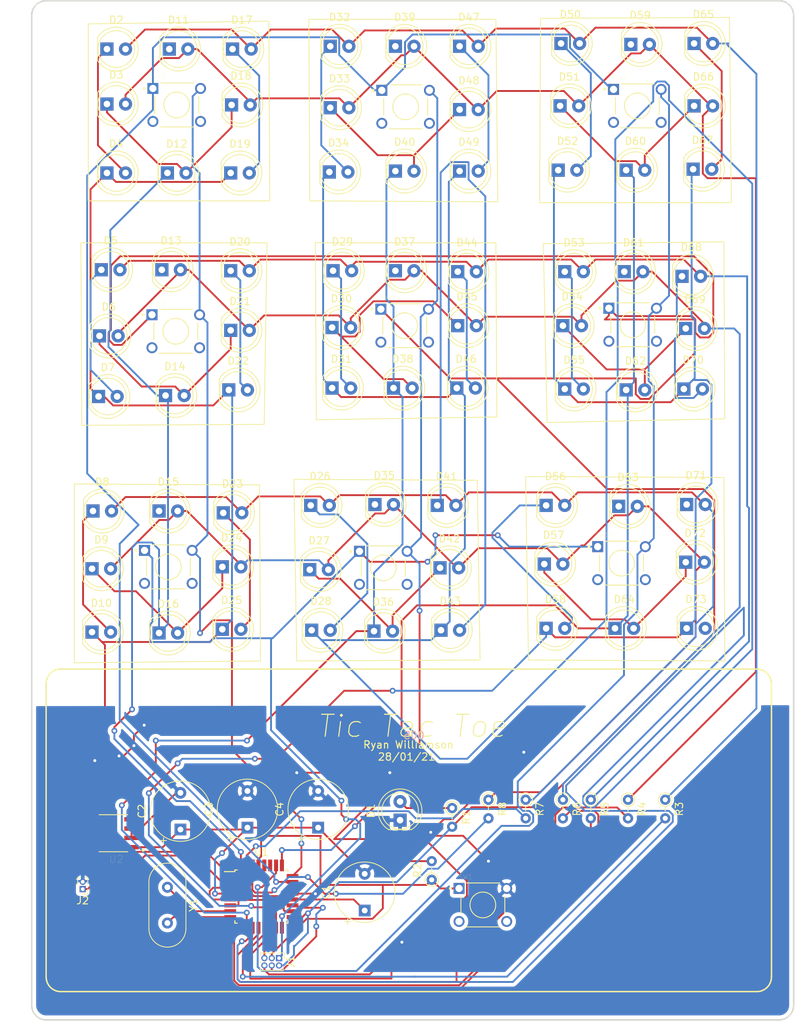
<source format=kicad_pcb>
(kicad_pcb (version 20171130) (host pcbnew "(5.1.7)-1")
  (layers (0 F.Cu signal) (31 B.Cu signal) (34 B.Paste user) (35 F.Paste user) (36 B.SilkS user) (37 F.SilkS user) (38 B.Mask user) (39 F.Mask user) (44 Edge.Cuts user))
  (net 0 "")
  (net 1 "Net-(C1-Pad1)")
  (net 2 GND)
  (net 3 +5V)
  (net 4 "Net-(D1-Pad2)")
  (net 5 X3)
  (net 6 "Net-(D2-Pad1)")
  (net 7 "Net-(D12-Pad2)")
  (net 8 C3)
  (net 9 D3)
  (net 10 "Net-(D5-Pad1)")
  (net 11 X2)
  (net 12 C2)
  (net 13 "Net-(D14-Pad2)")
  (net 14 X1)
  (net 15 "Net-(D10-Pad2)")
  (net 16 C1)
  (net 17 "Net-(D16-Pad2)")
  (net 18 "Net-(D11-Pad1)")
  (net 19 D2)
  (net 20 "Net-(D13-Pad1)")
  (net 21 "Net-(D15-Pad1)")
  (net 22 "Net-(D17-Pad1)")
  (net 23 "Net-(D20-Pad1)")
  (net 24 "Net-(D23-Pad1)")
  (net 25 "Net-(D26-Pad1)")
  (net 26 "Net-(D27-Pad1)")
  (net 27 D7)
  (net 28 "Net-(D29-Pad1)")
  (net 29 "Net-(D30-Pad1)")
  (net 30 "Net-(D32-Pad1)")
  (net 31 "Net-(D33-Pad1)")
  (net 32 "Net-(D35-Pad1)")
  (net 33 D6)
  (net 34 "Net-(D37-Pad1)")
  (net 35 "Net-(D39-Pad1)")
  (net 36 "Net-(D41-Pad1)")
  (net 37 "Net-(D44-Pad1)")
  (net 38 "Net-(D47-Pad1)")
  (net 39 "Net-(D50-Pad1)")
  (net 40 "Net-(D51-Pad1)")
  (net 41 D11)
  (net 42 "Net-(D53-Pad1)")
  (net 43 "Net-(D54-Pad1)")
  (net 44 "Net-(D56-Pad1)")
  (net 45 "Net-(D57-Pad1)")
  (net 46 "Net-(D59-Pad1)")
  (net 47 D10)
  (net 48 "Net-(D61-Pad1)")
  (net 49 "Net-(D63-Pad1)")
  (net 50 "Net-(D65-Pad1)")
  (net 51 "Net-(D68-Pad1)")
  (net 52 "Net-(D71-Pad1)")
  (net 53 "Net-(D73-Pad2)")
  (net 54 D12)
  (net 55 D13)
  (net 56 RESET)
  (net 57 D9)
  (net 58 D8)
  (net 59 D5)
  (net 60 D4)
  (net 61 D1)
  (net 62 D0)
  (net 63 A0)
  (net 64 A1)
  (net 65 A2)
  (net 66 A3)
  (net 67 "Net-(U1-Pad7)")
  (net 68 "Net-(U1-Pad8)")
  (net 69 "Net-(U1-Pad19)")
  (net 70 "Net-(U1-Pad22)")
  (net 71 A4)
  (net 72 A5)
  (net 73 "Net-(U2-Pad4)")
  (net 74 "Net-(U2-Pad5)")
  (net 75 +BATT)
  (module Connector_PinHeader_1.00mm:PinHeader_1x02_P1.00mm_Vertical (layer F.Cu) (at 38.608 160.782 180)
    (fp_text reference J2 (at 0 -1.56) (layer F.SilkS))
    (fp_text value Conn_01x02)
    (pad 2 thru_hole oval (at 0 1 180) (size 0.85 0.85) (drill 0.5) (layers *.Cu *.Mask) (net 2 GND))
    (pad 1 thru_hole rect (at 0 0 180) (size 0.85 0.85) (drill 0.5) (layers *.Cu *.Mask) (net 75 +BATT))
  )
  (module Capacitor_THT:CP_Radial_Tantal_D8.0mm_P5.00mm (layer F.Cu) (at 77.089 163.703 90)
    (fp_text reference C1 (at 2.5 -5.25 90) (layer F.SilkS))
    (fp_text value 100nF)
    (pad 1 thru_hole rect (at 0 0 90) (size 1.6 1.6) (drill 0.8) (layers *.Cu *.Mask) (net 1 "Net-(C1-Pad1)"))
    (pad 2 thru_hole circle (at 5 0 90) (size 1.6 1.6) (drill 0.8) (layers *.Cu *.Mask) (net 2 GND))
  )
  (module Capacitor_THT:CP_Radial_Tantal_D8.0mm_P5.00mm (layer F.Cu) (at 51.943 152.654 90)
    (fp_text reference C2 (at 2.5 -5.25 90) (layer F.SilkS))
    (fp_text value 1uF)
    (pad 2 thru_hole circle (at 5 0 90) (size 1.6 1.6) (drill 0.8) (layers *.Cu *.Mask) (net 2 GND))
    (pad 1 thru_hole rect (at 0 0 90) (size 1.6 1.6) (drill 0.8) (layers *.Cu *.Mask) (net 3 +5V))
  )
  (module Capacitor_THT:CP_Radial_Tantal_D8.0mm_P5.00mm (layer F.Cu) (at 61.087 152.4 90)
    (fp_text reference C3 (at 2.5 -5.25 90) (layer F.SilkS))
    (fp_text value 7uF)
    (pad 2 thru_hole circle (at 5 0 90) (size 1.6 1.6) (drill 0.8) (layers *.Cu *.Mask) (net 2 GND))
    (pad 1 thru_hole rect (at 0 0 90) (size 1.6 1.6) (drill 0.8) (layers *.Cu *.Mask) (net 3 +5V))
  )
  (module Capacitor_THT:CP_Radial_Tantal_D8.0mm_P5.00mm (layer F.Cu) (at 70.739 152.4 90)
    (fp_text reference C4 (at 2.5 -5.25 90) (layer F.SilkS))
    (fp_text value 1uF)
    (pad 1 thru_hole rect (at 0 0 90) (size 1.6 1.6) (drill 0.8) (layers *.Cu *.Mask) (net 3 +5V))
    (pad 2 thru_hole circle (at 5 0 90) (size 1.6 1.6) (drill 0.8) (layers *.Cu *.Mask) (net 2 GND))
  )
  (module LED_THT:LED_D5.0mm (layer F.Cu) (at 81.915 151.384 90)
    (fp_text reference D1 (at 1.27 -3.96 90) (layer F.SilkS))
    (fp_text value LED)
    (pad 1 thru_hole rect (at 0 0 90) (size 1.8 1.8) (drill 0.9) (layers *.Cu *.Mask) (net 2 GND))
    (pad 2 thru_hole circle (at 2.54 0 90) (size 1.8 1.8) (drill 0.9) (layers *.Cu *.Mask) (net 4 "Net-(D1-Pad2)"))
  )
  (module LED_THT:LED_D5.0mm (layer F.Cu) (at 41.91 46.228)
    (fp_text reference D2 (at 1.27 -3.96) (layer F.SilkS))
    (fp_text value LED)
    (pad 2 thru_hole circle (at 2.54 0) (size 1.8 1.8) (drill 0.9) (layers *.Cu *.Mask) (net 5 X3))
    (pad 1 thru_hole rect (at 0 0) (size 1.8 1.8) (drill 0.9) (layers *.Cu *.Mask) (net 6 "Net-(D2-Pad1)"))
  )
  (module LED_THT:LED_D5.0mm (layer F.Cu) (at 41.91 53.721)
    (fp_text reference D3 (at 1.27 -3.96) (layer F.SilkS))
    (fp_text value LED)
    (pad 1 thru_hole rect (at 0 0) (size 1.8 1.8) (drill 0.9) (layers *.Cu *.Mask) (net 7 "Net-(D12-Pad2)"))
    (pad 2 thru_hole circle (at 2.54 0) (size 1.8 1.8) (drill 0.9) (layers *.Cu *.Mask) (net 8 C3))
  )
  (module LED_THT:LED_D5.0mm (layer F.Cu) (at 41.91 63.119)
    (fp_text reference D4 (at 1.27 -3.96) (layer F.SilkS))
    (fp_text value LED)
    (pad 2 thru_hole circle (at 2.54 0) (size 1.8 1.8) (drill 0.9) (layers *.Cu *.Mask) (net 6 "Net-(D2-Pad1)"))
    (pad 1 thru_hole rect (at 0 0) (size 1.8 1.8) (drill 0.9) (layers *.Cu *.Mask) (net 9 D3))
  )
  (module LED_THT:LED_D5.0mm (layer F.Cu) (at 41.148 76.327)
    (fp_text reference D5 (at 1.27 -3.96) (layer F.SilkS))
    (fp_text value LED)
    (pad 1 thru_hole rect (at 0 0) (size 1.8 1.8) (drill 0.9) (layers *.Cu *.Mask) (net 10 "Net-(D5-Pad1)"))
    (pad 2 thru_hole circle (at 2.54 0) (size 1.8 1.8) (drill 0.9) (layers *.Cu *.Mask) (net 11 X2))
  )
  (module LED_THT:LED_D5.0mm (layer F.Cu) (at 40.894 85.344)
    (fp_text reference D6 (at 1.27 -3.96) (layer F.SilkS))
    (fp_text value LED)
    (pad 2 thru_hole circle (at 2.54 0) (size 1.8 1.8) (drill 0.9) (layers *.Cu *.Mask) (net 12 C2))
    (pad 1 thru_hole rect (at 0 0) (size 1.8 1.8) (drill 0.9) (layers *.Cu *.Mask) (net 13 "Net-(D14-Pad2)"))
  )
  (module LED_THT:LED_D5.0mm (layer F.Cu) (at 40.767 93.599)
    (fp_text reference D7 (at 1.27 -3.96) (layer F.SilkS))
    (fp_text value LED)
    (pad 1 thru_hole rect (at 0 0) (size 1.8 1.8) (drill 0.9) (layers *.Cu *.Mask) (net 9 D3))
    (pad 2 thru_hole circle (at 2.54 0) (size 1.8 1.8) (drill 0.9) (layers *.Cu *.Mask) (net 10 "Net-(D5-Pad1)"))
  )
  (module LED_THT:LED_D5.0mm (layer F.Cu) (at 40.005 109.22)
    (fp_text reference D8 (at 1.27 -3.96) (layer F.SilkS))
    (fp_text value LED)
    (pad 2 thru_hole circle (at 2.54 0) (size 1.8 1.8) (drill 0.9) (layers *.Cu *.Mask) (net 14 X1))
    (pad 1 thru_hole rect (at 0 0) (size 1.8 1.8) (drill 0.9) (layers *.Cu *.Mask) (net 15 "Net-(D10-Pad2)"))
  )
  (module LED_THT:LED_D5.0mm (layer F.Cu) (at 39.878 117.094)
    (fp_text reference D9 (at 1.27 -3.96) (layer F.SilkS))
    (fp_text value LED)
    (pad 2 thru_hole circle (at 2.54 0) (size 1.8 1.8) (drill 0.9) (layers *.Cu *.Mask) (net 16 C1))
    (pad 1 thru_hole rect (at 0 0) (size 1.8 1.8) (drill 0.9) (layers *.Cu *.Mask) (net 17 "Net-(D16-Pad2)"))
  )
  (module LED_THT:LED_D5.0mm (layer F.Cu) (at 39.878 125.73)
    (fp_text reference D10 (at 1.27 -3.96) (layer F.SilkS))
    (fp_text value LED)
    (pad 1 thru_hole rect (at 0 0) (size 1.8 1.8) (drill 0.9) (layers *.Cu *.Mask) (net 9 D3))
    (pad 2 thru_hole circle (at 2.54 0) (size 1.8 1.8) (drill 0.9) (layers *.Cu *.Mask) (net 15 "Net-(D10-Pad2)"))
  )
  (module LED_THT:LED_D5.0mm (layer F.Cu) (at 50.419 46.228)
    (fp_text reference D11 (at 1.27 -3.96) (layer F.SilkS))
    (fp_text value LED)
    (pad 2 thru_hole circle (at 2.54 0) (size 1.8 1.8) (drill 0.9) (layers *.Cu *.Mask) (net 8 C3))
    (pad 1 thru_hole rect (at 0 0) (size 1.8 1.8) (drill 0.9) (layers *.Cu *.Mask) (net 18 "Net-(D11-Pad1)"))
  )
  (module LED_THT:LED_D5.0mm (layer F.Cu) (at 50.165 63.119)
    (fp_text reference D12 (at 1.27 -3.96) (layer F.SilkS))
    (fp_text value LED)
    (pad 1 thru_hole rect (at 0 0) (size 1.8 1.8) (drill 0.9) (layers *.Cu *.Mask) (net 19 D2))
    (pad 2 thru_hole circle (at 2.54 0) (size 1.8 1.8) (drill 0.9) (layers *.Cu *.Mask) (net 7 "Net-(D12-Pad2)"))
  )
  (module LED_THT:LED_D5.0mm (layer F.Cu) (at 49.403 76.327)
    (fp_text reference D13 (at 1.27 -3.96) (layer F.SilkS))
    (fp_text value LED)
    (pad 1 thru_hole rect (at 0 0) (size 1.8 1.8) (drill 0.9) (layers *.Cu *.Mask) (net 20 "Net-(D13-Pad1)"))
    (pad 2 thru_hole circle (at 2.54 0) (size 1.8 1.8) (drill 0.9) (layers *.Cu *.Mask) (net 12 C2))
  )
  (module LED_THT:LED_D5.0mm (layer F.Cu) (at 49.911 93.472)
    (fp_text reference D14 (at 1.27 -3.96) (layer F.SilkS))
    (fp_text value LED)
    (pad 2 thru_hole circle (at 2.54 0) (size 1.8 1.8) (drill 0.9) (layers *.Cu *.Mask) (net 13 "Net-(D14-Pad2)"))
    (pad 1 thru_hole rect (at 0 0) (size 1.8 1.8) (drill 0.9) (layers *.Cu *.Mask) (net 19 D2))
  )
  (module LED_THT:LED_D5.0mm (layer F.Cu) (at 49.022 109.22)
    (fp_text reference D15 (at 1.27 -3.96) (layer F.SilkS))
    (fp_text value LED)
    (pad 1 thru_hole rect (at 0 0) (size 1.8 1.8) (drill 0.9) (layers *.Cu *.Mask) (net 21 "Net-(D15-Pad1)"))
    (pad 2 thru_hole circle (at 2.54 0) (size 1.8 1.8) (drill 0.9) (layers *.Cu *.Mask) (net 16 C1))
  )
  (module LED_THT:LED_D5.0mm (layer F.Cu) (at 49.022 125.857)
    (fp_text reference D16 (at 1.27 -3.96) (layer F.SilkS))
    (fp_text value LED)
    (pad 2 thru_hole circle (at 2.54 0) (size 1.8 1.8) (drill 0.9) (layers *.Cu *.Mask) (net 17 "Net-(D16-Pad2)"))
    (pad 1 thru_hole rect (at 0 0) (size 1.8 1.8) (drill 0.9) (layers *.Cu *.Mask) (net 19 D2))
  )
  (module LED_THT:LED_D5.0mm (layer F.Cu) (at 59.055 46.228)
    (fp_text reference D17 (at 1.27 -3.96) (layer F.SilkS))
    (fp_text value LED)
    (pad 2 thru_hole circle (at 2.54 0) (size 1.8 1.8) (drill 0.9) (layers *.Cu *.Mask) (net 5 X3))
    (pad 1 thru_hole rect (at 0 0) (size 1.8 1.8) (drill 0.9) (layers *.Cu *.Mask) (net 22 "Net-(D17-Pad1)"))
  )
  (module LED_THT:LED_D5.0mm (layer F.Cu) (at 58.928 53.848)
    (fp_text reference D18 (at 1.27 -3.96) (layer F.SilkS))
    (fp_text value LED)
    (pad 1 thru_hole rect (at 0 0) (size 1.8 1.8) (drill 0.9) (layers *.Cu *.Mask) (net 7 "Net-(D12-Pad2)"))
    (pad 2 thru_hole circle (at 2.54 0) (size 1.8 1.8) (drill 0.9) (layers *.Cu *.Mask) (net 8 C3))
  )
  (module LED_THT:LED_D5.0mm (layer F.Cu) (at 58.801 63.119)
    (fp_text reference D19 (at 1.27 -3.96) (layer F.SilkS))
    (fp_text value LED)
    (pad 2 thru_hole circle (at 2.54 0) (size 1.8 1.8) (drill 0.9) (layers *.Cu *.Mask) (net 22 "Net-(D17-Pad1)"))
    (pad 1 thru_hole rect (at 0 0) (size 1.8 1.8) (drill 0.9) (layers *.Cu *.Mask) (net 9 D3))
  )
  (module LED_THT:LED_D5.0mm (layer F.Cu) (at 58.801 76.454)
    (fp_text reference D20 (at 1.27 -3.96) (layer F.SilkS))
    (fp_text value LED)
    (pad 1 thru_hole rect (at 0 0) (size 1.8 1.8) (drill 0.9) (layers *.Cu *.Mask) (net 23 "Net-(D20-Pad1)"))
    (pad 2 thru_hole circle (at 2.54 0) (size 1.8 1.8) (drill 0.9) (layers *.Cu *.Mask) (net 11 X2))
  )
  (module LED_THT:LED_D5.0mm (layer F.Cu) (at 58.801 84.582)
    (fp_text reference D21 (at 1.27 -3.96) (layer F.SilkS))
    (fp_text value LED)
    (pad 2 thru_hole circle (at 2.54 0) (size 1.8 1.8) (drill 0.9) (layers *.Cu *.Mask) (net 12 C2))
    (pad 1 thru_hole rect (at 0 0) (size 1.8 1.8) (drill 0.9) (layers *.Cu *.Mask) (net 13 "Net-(D14-Pad2)"))
  )
  (module LED_THT:LED_D5.0mm (layer F.Cu) (at 58.547 92.71)
    (fp_text reference D22 (at 1.27 -3.96) (layer F.SilkS))
    (fp_text value LED)
    (pad 1 thru_hole rect (at 0 0) (size 1.8 1.8) (drill 0.9) (layers *.Cu *.Mask) (net 9 D3))
    (pad 2 thru_hole circle (at 2.54 0) (size 1.8 1.8) (drill 0.9) (layers *.Cu *.Mask) (net 23 "Net-(D20-Pad1)"))
  )
  (module LED_THT:LED_D5.0mm (layer F.Cu) (at 57.785 109.474)
    (fp_text reference D23 (at 1.27 -3.96) (layer F.SilkS))
    (fp_text value LED)
    (pad 2 thru_hole circle (at 2.54 0) (size 1.8 1.8) (drill 0.9) (layers *.Cu *.Mask) (net 14 X1))
    (pad 1 thru_hole rect (at 0 0) (size 1.8 1.8) (drill 0.9) (layers *.Cu *.Mask) (net 24 "Net-(D23-Pad1)"))
  )
  (module LED_THT:LED_D5.0mm (layer F.Cu) (at 57.658 116.84)
    (fp_text reference D24 (at 1.27 -3.96) (layer F.SilkS))
    (fp_text value LED)
    (pad 2 thru_hole circle (at 2.54 0) (size 1.8 1.8) (drill 0.9) (layers *.Cu *.Mask) (net 16 C1))
    (pad 1 thru_hole rect (at 0 0) (size 1.8 1.8) (drill 0.9) (layers *.Cu *.Mask) (net 17 "Net-(D16-Pad2)"))
  )
  (module LED_THT:LED_D5.0mm (layer F.Cu) (at 57.658 125.349)
    (fp_text reference D25 (at 1.27 -3.96) (layer F.SilkS))
    (fp_text value LED)
    (pad 1 thru_hole rect (at 0 0) (size 1.8 1.8) (drill 0.9) (layers *.Cu *.Mask) (net 9 D3))
    (pad 2 thru_hole circle (at 2.54 0) (size 1.8 1.8) (drill 0.9) (layers *.Cu *.Mask) (net 24 "Net-(D23-Pad1)"))
  )
  (module LED_THT:LED_D5.0mm (layer F.Cu) (at 69.723 108.458)
    (fp_text reference D26 (at 1.27 -3.96) (layer F.SilkS))
    (fp_text value LED)
    (pad 1 thru_hole rect (at 0 0) (size 1.8 1.8) (drill 0.9) (layers *.Cu *.Mask) (net 25 "Net-(D26-Pad1)"))
    (pad 2 thru_hole circle (at 2.54 0) (size 1.8 1.8) (drill 0.9) (layers *.Cu *.Mask) (net 14 X1))
  )
  (module LED_THT:LED_D5.0mm (layer F.Cu) (at 69.596 117.221)
    (fp_text reference D27 (at 1.27 -3.96) (layer F.SilkS))
    (fp_text value LED)
    (pad 2 thru_hole circle (at 2.54 0) (size 1.8 1.8) (drill 0.9) (layers *.Cu *.Mask) (net 16 C1))
    (pad 1 thru_hole rect (at 0 0) (size 1.8 1.8) (drill 0.9) (layers *.Cu *.Mask) (net 26 "Net-(D27-Pad1)"))
  )
  (module LED_THT:LED_D5.0mm (layer F.Cu) (at 69.85 125.476)
    (fp_text reference D28 (at 1.27 -3.96) (layer F.SilkS))
    (fp_text value LED)
    (pad 1 thru_hole rect (at 0 0) (size 1.8 1.8) (drill 0.9) (layers *.Cu *.Mask) (net 27 D7))
    (pad 2 thru_hole circle (at 2.54 0) (size 1.8 1.8) (drill 0.9) (layers *.Cu *.Mask) (net 25 "Net-(D26-Pad1)"))
  )
  (module LED_THT:LED_D5.0mm (layer F.Cu) (at 72.771 76.454)
    (fp_text reference D29 (at 1.27 -3.96) (layer F.SilkS))
    (fp_text value LED)
    (pad 1 thru_hole rect (at 0 0) (size 1.8 1.8) (drill 0.9) (layers *.Cu *.Mask) (net 28 "Net-(D29-Pad1)"))
    (pad 2 thru_hole circle (at 2.54 0) (size 1.8 1.8) (drill 0.9) (layers *.Cu *.Mask) (net 11 X2))
  )
  (module LED_THT:LED_D5.0mm (layer F.Cu) (at 72.644 84.201)
    (fp_text reference D30 (at 1.27 -3.96) (layer F.SilkS))
    (fp_text value LED)
    (pad 2 thru_hole circle (at 2.54 0) (size 1.8 1.8) (drill 0.9) (layers *.Cu *.Mask) (net 12 C2))
    (pad 1 thru_hole rect (at 0 0) (size 1.8 1.8) (drill 0.9) (layers *.Cu *.Mask) (net 29 "Net-(D30-Pad1)"))
  )
  (module LED_THT:LED_D5.0mm (layer F.Cu) (at 72.644 92.456)
    (fp_text reference D31 (at 1.27 -3.96) (layer F.SilkS))
    (fp_text value LED)
    (pad 1 thru_hole rect (at 0 0) (size 1.8 1.8) (drill 0.9) (layers *.Cu *.Mask) (net 27 D7))
    (pad 2 thru_hole circle (at 2.54 0) (size 1.8 1.8) (drill 0.9) (layers *.Cu *.Mask) (net 28 "Net-(D29-Pad1)"))
  )
  (module LED_THT:LED_D5.0mm (layer F.Cu) (at 72.39 45.847)
    (fp_text reference D32 (at 1.27 -3.96) (layer F.SilkS))
    (fp_text value LED)
    (pad 1 thru_hole rect (at 0 0) (size 1.8 1.8) (drill 0.9) (layers *.Cu *.Mask) (net 30 "Net-(D32-Pad1)"))
    (pad 2 thru_hole circle (at 2.54 0) (size 1.8 1.8) (drill 0.9) (layers *.Cu *.Mask) (net 5 X3))
  )
  (module LED_THT:LED_D5.0mm (layer F.Cu) (at 72.39 54.229)
    (fp_text reference D33 (at 1.27 -3.96) (layer F.SilkS))
    (fp_text value LED)
    (pad 2 thru_hole circle (at 2.54 0) (size 1.8 1.8) (drill 0.9) (layers *.Cu *.Mask) (net 8 C3))
    (pad 1 thru_hole rect (at 0 0) (size 1.8 1.8) (drill 0.9) (layers *.Cu *.Mask) (net 31 "Net-(D33-Pad1)"))
  )
  (module LED_THT:LED_D5.0mm (layer F.Cu) (at 72.263 62.992)
    (fp_text reference D34 (at 1.27 -3.96) (layer F.SilkS))
    (fp_text value LED)
    (pad 1 thru_hole rect (at 0 0) (size 1.8 1.8) (drill 0.9) (layers *.Cu *.Mask) (net 27 D7))
    (pad 2 thru_hole circle (at 2.54 0) (size 1.8 1.8) (drill 0.9) (layers *.Cu *.Mask) (net 30 "Net-(D32-Pad1)"))
  )
  (module LED_THT:LED_D5.0mm (layer F.Cu) (at 78.486 108.331)
    (fp_text reference D35 (at 1.27 -3.96) (layer F.SilkS))
    (fp_text value LED)
    (pad 2 thru_hole circle (at 2.54 0) (size 1.8 1.8) (drill 0.9) (layers *.Cu *.Mask) (net 16 C1))
    (pad 1 thru_hole rect (at 0 0) (size 1.8 1.8) (drill 0.9) (layers *.Cu *.Mask) (net 32 "Net-(D35-Pad1)"))
  )
  (module LED_THT:LED_D5.0mm (layer F.Cu) (at 78.359 125.603)
    (fp_text reference D36 (at 1.27 -3.96) (layer F.SilkS))
    (fp_text value LED)
    (pad 2 thru_hole circle (at 2.54 0) (size 1.8 1.8) (drill 0.9) (layers *.Cu *.Mask) (net 26 "Net-(D27-Pad1)"))
    (pad 1 thru_hole rect (at 0 0) (size 1.8 1.8) (drill 0.9) (layers *.Cu *.Mask) (net 33 D6))
  )
  (module LED_THT:LED_D5.0mm (layer F.Cu) (at 81.28 76.454)
    (fp_text reference D37 (at 1.27 -3.96) (layer F.SilkS))
    (fp_text value LED)
    (pad 1 thru_hole rect (at 0 0) (size 1.8 1.8) (drill 0.9) (layers *.Cu *.Mask) (net 34 "Net-(D37-Pad1)"))
    (pad 2 thru_hole circle (at 2.54 0) (size 1.8 1.8) (drill 0.9) (layers *.Cu *.Mask) (net 12 C2))
  )
  (module LED_THT:LED_D5.0mm (layer F.Cu) (at 81.026 92.456)
    (fp_text reference D38 (at 1.27 -3.96) (layer F.SilkS))
    (fp_text value LED)
    (pad 2 thru_hole circle (at 2.54 0) (size 1.8 1.8) (drill 0.9) (layers *.Cu *.Mask) (net 29 "Net-(D30-Pad1)"))
    (pad 1 thru_hole rect (at 0 0) (size 1.8 1.8) (drill 0.9) (layers *.Cu *.Mask) (net 33 D6))
  )
  (module LED_THT:LED_D5.0mm (layer F.Cu) (at 81.28 45.847)
    (fp_text reference D39 (at 1.27 -3.96) (layer F.SilkS))
    (fp_text value LED)
    (pad 1 thru_hole rect (at 0 0) (size 1.8 1.8) (drill 0.9) (layers *.Cu *.Mask) (net 35 "Net-(D39-Pad1)"))
    (pad 2 thru_hole circle (at 2.54 0) (size 1.8 1.8) (drill 0.9) (layers *.Cu *.Mask) (net 8 C3))
  )
  (module LED_THT:LED_D5.0mm (layer F.Cu) (at 81.28 62.865)
    (fp_text reference D40 (at 1.27 -3.96) (layer F.SilkS))
    (fp_text value LED)
    (pad 2 thru_hole circle (at 2.54 0) (size 1.8 1.8) (drill 0.9) (layers *.Cu *.Mask) (net 31 "Net-(D33-Pad1)"))
    (pad 1 thru_hole rect (at 0 0) (size 1.8 1.8) (drill 0.9) (layers *.Cu *.Mask) (net 33 D6))
  )
  (module LED_THT:LED_D5.0mm (layer F.Cu) (at 86.995 108.458)
    (fp_text reference D41 (at 1.27 -3.96) (layer F.SilkS))
    (fp_text value LED)
    (pad 2 thru_hole circle (at 2.54 0) (size 1.8 1.8) (drill 0.9) (layers *.Cu *.Mask) (net 14 X1))
    (pad 1 thru_hole rect (at 0 0) (size 1.8 1.8) (drill 0.9) (layers *.Cu *.Mask) (net 36 "Net-(D41-Pad1)"))
  )
  (module LED_THT:LED_D5.0mm (layer F.Cu) (at 87.376 116.967)
    (fp_text reference D42 (at 1.27 -3.96) (layer F.SilkS))
    (fp_text value LED)
    (pad 2 thru_hole circle (at 2.54 0) (size 1.8 1.8) (drill 0.9) (layers *.Cu *.Mask) (net 16 C1))
    (pad 1 thru_hole rect (at 0 0) (size 1.8 1.8) (drill 0.9) (layers *.Cu *.Mask) (net 26 "Net-(D27-Pad1)"))
  )
  (module LED_THT:LED_D5.0mm (layer F.Cu) (at 87.503 125.476)
    (fp_text reference D43 (at 1.27 -3.96) (layer F.SilkS))
    (fp_text value LED)
    (pad 1 thru_hole rect (at 0 0) (size 1.8 1.8) (drill 0.9) (layers *.Cu *.Mask) (net 27 D7))
    (pad 2 thru_hole circle (at 2.54 0) (size 1.8 1.8) (drill 0.9) (layers *.Cu *.Mask) (net 36 "Net-(D41-Pad1)"))
  )
  (module LED_THT:LED_D5.0mm (layer F.Cu) (at 89.789 76.581)
    (fp_text reference D44 (at 1.27 -3.96) (layer F.SilkS))
    (fp_text value LED)
    (pad 2 thru_hole circle (at 2.54 0) (size 1.8 1.8) (drill 0.9) (layers *.Cu *.Mask) (net 11 X2))
    (pad 1 thru_hole rect (at 0 0) (size 1.8 1.8) (drill 0.9) (layers *.Cu *.Mask) (net 37 "Net-(D44-Pad1)"))
  )
  (module LED_THT:LED_D5.0mm (layer F.Cu) (at 89.789 83.947)
    (fp_text reference D45 (at 1.27 -3.96) (layer F.SilkS))
    (fp_text value LED)
    (pad 2 thru_hole circle (at 2.54 0) (size 1.8 1.8) (drill 0.9) (layers *.Cu *.Mask) (net 12 C2))
    (pad 1 thru_hole rect (at 0 0) (size 1.8 1.8) (drill 0.9) (layers *.Cu *.Mask) (net 29 "Net-(D30-Pad1)"))
  )
  (module LED_THT:LED_D5.0mm (layer F.Cu) (at 89.662 92.456)
    (fp_text reference D46 (at 1.27 -3.96) (layer F.SilkS))
    (fp_text value LED)
    (pad 1 thru_hole rect (at 0 0) (size 1.8 1.8) (drill 0.9) (layers *.Cu *.Mask) (net 27 D7))
    (pad 2 thru_hole circle (at 2.54 0) (size 1.8 1.8) (drill 0.9) (layers *.Cu *.Mask) (net 37 "Net-(D44-Pad1)"))
  )
  (module LED_THT:LED_D5.0mm (layer F.Cu) (at 90.043 45.847)
    (fp_text reference D47 (at 1.27 -3.96) (layer F.SilkS))
    (fp_text value LED)
    (pad 1 thru_hole rect (at 0 0) (size 1.8 1.8) (drill 0.9) (layers *.Cu *.Mask) (net 38 "Net-(D47-Pad1)"))
    (pad 2 thru_hole circle (at 2.54 0) (size 1.8 1.8) (drill 0.9) (layers *.Cu *.Mask) (net 5 X3))
  )
  (module LED_THT:LED_D5.0mm (layer F.Cu) (at 90.043 54.483)
    (fp_text reference D48 (at 1.27 -3.96) (layer F.SilkS))
    (fp_text value LED)
    (pad 2 thru_hole circle (at 2.54 0) (size 1.8 1.8) (drill 0.9) (layers *.Cu *.Mask) (net 8 C3))
    (pad 1 thru_hole rect (at 0 0) (size 1.8 1.8) (drill 0.9) (layers *.Cu *.Mask) (net 31 "Net-(D33-Pad1)"))
  )
  (module LED_THT:LED_D5.0mm (layer F.Cu) (at 90.043 62.865)
    (fp_text reference D49 (at 1.27 -3.96) (layer F.SilkS))
    (fp_text value LED)
    (pad 1 thru_hole rect (at 0 0) (size 1.8 1.8) (drill 0.9) (layers *.Cu *.Mask) (net 27 D7))
    (pad 2 thru_hole circle (at 2.54 0) (size 1.8 1.8) (drill 0.9) (layers *.Cu *.Mask) (net 38 "Net-(D47-Pad1)"))
  )
  (module LED_THT:LED_D5.0mm (layer F.Cu) (at 103.886 45.466)
    (fp_text reference D50 (at 1.27 -3.96) (layer F.SilkS))
    (fp_text value LED)
    (pad 2 thru_hole circle (at 2.54 0) (size 1.8 1.8) (drill 0.9) (layers *.Cu *.Mask) (net 5 X3))
    (pad 1 thru_hole rect (at 0 0) (size 1.8 1.8) (drill 0.9) (layers *.Cu *.Mask) (net 39 "Net-(D50-Pad1)"))
  )
  (module LED_THT:LED_D5.0mm (layer F.Cu) (at 103.759 53.975)
    (fp_text reference D51 (at 1.27 -3.96) (layer F.SilkS))
    (fp_text value LED)
    (pad 1 thru_hole rect (at 0 0) (size 1.8 1.8) (drill 0.9) (layers *.Cu *.Mask) (net 40 "Net-(D51-Pad1)"))
    (pad 2 thru_hole circle (at 2.54 0) (size 1.8 1.8) (drill 0.9) (layers *.Cu *.Mask) (net 8 C3))
  )
  (module LED_THT:LED_D5.0mm (layer F.Cu) (at 103.505 62.738)
    (fp_text reference D52 (at 1.27 -3.96) (layer F.SilkS))
    (fp_text value LED)
    (pad 2 thru_hole circle (at 2.54 0) (size 1.8 1.8) (drill 0.9) (layers *.Cu *.Mask) (net 39 "Net-(D50-Pad1)"))
    (pad 1 thru_hole rect (at 0 0) (size 1.8 1.8) (drill 0.9) (layers *.Cu *.Mask) (net 41 D11))
  )
  (module LED_THT:LED_D5.0mm (layer F.Cu) (at 104.394 76.581)
    (fp_text reference D53 (at 1.27 -3.96) (layer F.SilkS))
    (fp_text value LED)
    (pad 2 thru_hole circle (at 2.54 0) (size 1.8 1.8) (drill 0.9) (layers *.Cu *.Mask) (net 11 X2))
    (pad 1 thru_hole rect (at 0 0) (size 1.8 1.8) (drill 0.9) (layers *.Cu *.Mask) (net 42 "Net-(D53-Pad1)"))
  )
  (module LED_THT:LED_D5.0mm (layer F.Cu) (at 104.14 83.947)
    (fp_text reference D54 (at 1.27 -3.96) (layer F.SilkS))
    (fp_text value LED)
    (pad 1 thru_hole rect (at 0 0) (size 1.8 1.8) (drill 0.9) (layers *.Cu *.Mask) (net 43 "Net-(D54-Pad1)"))
    (pad 2 thru_hole circle (at 2.54 0) (size 1.8 1.8) (drill 0.9) (layers *.Cu *.Mask) (net 12 C2))
  )
  (module LED_THT:LED_D5.0mm (layer F.Cu) (at 104.394 92.583)
    (fp_text reference D55 (at 1.27 -3.96) (layer F.SilkS))
    (fp_text value LED)
    (pad 2 thru_hole circle (at 2.54 0) (size 1.8 1.8) (drill 0.9) (layers *.Cu *.Mask) (net 42 "Net-(D53-Pad1)"))
    (pad 1 thru_hole rect (at 0 0) (size 1.8 1.8) (drill 0.9) (layers *.Cu *.Mask) (net 41 D11))
  )
  (module LED_THT:LED_D5.0mm (layer F.Cu) (at 101.854 108.458)
    (fp_text reference D56 (at 1.27 -3.96) (layer F.SilkS))
    (fp_text value LED)
    (pad 1 thru_hole rect (at 0 0) (size 1.8 1.8) (drill 0.9) (layers *.Cu *.Mask) (net 44 "Net-(D56-Pad1)"))
    (pad 2 thru_hole circle (at 2.54 0) (size 1.8 1.8) (drill 0.9) (layers *.Cu *.Mask) (net 14 X1))
  )
  (module LED_THT:LED_D5.0mm (layer F.Cu) (at 101.6 116.459)
    (fp_text reference D57 (at 1.27 -3.96) (layer F.SilkS))
    (fp_text value LED)
    (pad 1 thru_hole rect (at 0 0) (size 1.8 1.8) (drill 0.9) (layers *.Cu *.Mask) (net 45 "Net-(D57-Pad1)"))
    (pad 2 thru_hole circle (at 2.54 0) (size 1.8 1.8) (drill 0.9) (layers *.Cu *.Mask) (net 16 C1))
  )
  (module LED_THT:LED_D5.0mm (layer F.Cu) (at 101.854 125.222)
    (fp_text reference D58 (at 1.27 -3.96) (layer F.SilkS))
    (fp_text value LED)
    (pad 2 thru_hole circle (at 2.54 0) (size 1.8 1.8) (drill 0.9) (layers *.Cu *.Mask) (net 44 "Net-(D56-Pad1)"))
    (pad 1 thru_hole rect (at 0 0) (size 1.8 1.8) (drill 0.9) (layers *.Cu *.Mask) (net 41 D11))
  )
  (module LED_THT:LED_D5.0mm (layer F.Cu) (at 113.411 45.593)
    (fp_text reference D59 (at 1.27 -3.96) (layer F.SilkS))
    (fp_text value LED)
    (pad 1 thru_hole rect (at 0 0) (size 1.8 1.8) (drill 0.9) (layers *.Cu *.Mask) (net 46 "Net-(D59-Pad1)"))
    (pad 2 thru_hole circle (at 2.54 0) (size 1.8 1.8) (drill 0.9) (layers *.Cu *.Mask) (net 8 C3))
  )
  (module LED_THT:LED_D5.0mm (layer F.Cu) (at 112.776 62.738)
    (fp_text reference D60 (at 1.27 -3.96) (layer F.SilkS))
    (fp_text value LED)
    (pad 1 thru_hole rect (at 0 0) (size 1.8 1.8) (drill 0.9) (layers *.Cu *.Mask) (net 47 D10))
    (pad 2 thru_hole circle (at 2.54 0) (size 1.8 1.8) (drill 0.9) (layers *.Cu *.Mask) (net 40 "Net-(D51-Pad1)"))
  )
  (module LED_THT:LED_D5.0mm (layer F.Cu) (at 112.522 76.581)
    (fp_text reference D61 (at 1.27 -3.96) (layer F.SilkS))
    (fp_text value LED)
    (pad 1 thru_hole rect (at 0 0) (size 1.8 1.8) (drill 0.9) (layers *.Cu *.Mask) (net 48 "Net-(D61-Pad1)"))
    (pad 2 thru_hole circle (at 2.54 0) (size 1.8 1.8) (drill 0.9) (layers *.Cu *.Mask) (net 12 C2))
  )
  (module LED_THT:LED_D5.0mm (layer F.Cu) (at 112.776 92.71)
    (fp_text reference D62 (at 1.27 -3.96) (layer F.SilkS))
    (fp_text value LED)
    (pad 1 thru_hole rect (at 0 0) (size 1.8 1.8) (drill 0.9) (layers *.Cu *.Mask) (net 47 D10))
    (pad 2 thru_hole circle (at 2.54 0) (size 1.8 1.8) (drill 0.9) (layers *.Cu *.Mask) (net 43 "Net-(D54-Pad1)"))
  )
  (module LED_THT:LED_D5.0mm (layer F.Cu) (at 111.76 108.585)
    (fp_text reference D63 (at 1.27 -3.96) (layer F.SilkS))
    (fp_text value LED)
    (pad 2 thru_hole circle (at 2.54 0) (size 1.8 1.8) (drill 0.9) (layers *.Cu *.Mask) (net 16 C1))
    (pad 1 thru_hole rect (at 0 0) (size 1.8 1.8) (drill 0.9) (layers *.Cu *.Mask) (net 49 "Net-(D63-Pad1)"))
  )
  (module LED_THT:LED_D5.0mm (layer F.Cu) (at 111.252 125.222)
    (fp_text reference D64 (at 1.27 -3.96) (layer F.SilkS))
    (fp_text value LED)
    (pad 1 thru_hole rect (at 0 0) (size 1.8 1.8) (drill 0.9) (layers *.Cu *.Mask) (net 47 D10))
    (pad 2 thru_hole circle (at 2.54 0) (size 1.8 1.8) (drill 0.9) (layers *.Cu *.Mask) (net 45 "Net-(D57-Pad1)"))
  )
  (module LED_THT:LED_D5.0mm (layer F.Cu) (at 122.047 45.466)
    (fp_text reference D65 (at 1.27 -3.96) (layer F.SilkS))
    (fp_text value LED)
    (pad 2 thru_hole circle (at 2.54 0) (size 1.8 1.8) (drill 0.9) (layers *.Cu *.Mask) (net 5 X3))
    (pad 1 thru_hole rect (at 0 0) (size 1.8 1.8) (drill 0.9) (layers *.Cu *.Mask) (net 50 "Net-(D65-Pad1)"))
  )
  (module LED_THT:LED_D5.0mm (layer F.Cu) (at 122.047 53.975)
    (fp_text reference D66 (at 1.27 -3.96) (layer F.SilkS))
    (fp_text value LED)
    (pad 1 thru_hole rect (at 0 0) (size 1.8 1.8) (drill 0.9) (layers *.Cu *.Mask) (net 40 "Net-(D51-Pad1)"))
    (pad 2 thru_hole circle (at 2.54 0) (size 1.8 1.8) (drill 0.9) (layers *.Cu *.Mask) (net 8 C3))
  )
  (module LED_THT:LED_D5.0mm (layer F.Cu) (at 121.92 62.611)
    (fp_text reference D67 (at 1.27 -3.96) (layer F.SilkS))
    (fp_text value LED)
    (pad 2 thru_hole circle (at 2.54 0) (size 1.8 1.8) (drill 0.9) (layers *.Cu *.Mask) (net 50 "Net-(D65-Pad1)"))
    (pad 1 thru_hole rect (at 0 0) (size 1.8 1.8) (drill 0.9) (layers *.Cu *.Mask) (net 41 D11))
  )
  (module LED_THT:LED_D5.0mm (layer F.Cu) (at 120.396 77.216)
    (fp_text reference D68 (at 1.27 -3.96) (layer F.SilkS))
    (fp_text value LED)
    (pad 2 thru_hole circle (at 2.54 0) (size 1.8 1.8) (drill 0.9) (layers *.Cu *.Mask) (net 11 X2))
    (pad 1 thru_hole rect (at 0 0) (size 1.8 1.8) (drill 0.9) (layers *.Cu *.Mask) (net 51 "Net-(D68-Pad1)"))
  )
  (module LED_THT:LED_D5.0mm (layer F.Cu) (at 120.904 84.328)
    (fp_text reference D69 (at 1.27 -3.96) (layer F.SilkS))
    (fp_text value LED)
    (pad 1 thru_hole rect (at 0 0) (size 1.8 1.8) (drill 0.9) (layers *.Cu *.Mask) (net 43 "Net-(D54-Pad1)"))
    (pad 2 thru_hole circle (at 2.54 0) (size 1.8 1.8) (drill 0.9) (layers *.Cu *.Mask) (net 12 C2))
  )
  (module LED_THT:LED_D5.0mm (layer F.Cu) (at 120.65 92.583)
    (fp_text reference D70 (at 1.27 -3.96) (layer F.SilkS))
    (fp_text value LED)
    (pad 2 thru_hole circle (at 2.54 0) (size 1.8 1.8) (drill 0.9) (layers *.Cu *.Mask) (net 51 "Net-(D68-Pad1)"))
    (pad 1 thru_hole rect (at 0 0) (size 1.8 1.8) (drill 0.9) (layers *.Cu *.Mask) (net 41 D11))
  )
  (module LED_THT:LED_D5.0mm (layer F.Cu) (at 121.031 108.331)
    (fp_text reference D71 (at 1.27 -3.96) (layer F.SilkS))
    (fp_text value LED)
    (pad 1 thru_hole rect (at 0 0) (size 1.8 1.8) (drill 0.9) (layers *.Cu *.Mask) (net 52 "Net-(D71-Pad1)"))
    (pad 2 thru_hole circle (at 2.54 0) (size 1.8 1.8) (drill 0.9) (layers *.Cu *.Mask) (net 14 X1))
  )
  (module LED_THT:LED_D5.0mm (layer F.Cu) (at 120.904 116.205)
    (fp_text reference D72 (at 1.27 -3.96) (layer F.SilkS))
    (fp_text value LED)
    (pad 1 thru_hole rect (at 0 0) (size 1.8 1.8) (drill 0.9) (layers *.Cu *.Mask) (net 45 "Net-(D57-Pad1)"))
    (pad 2 thru_hole circle (at 2.54 0) (size 1.8 1.8) (drill 0.9) (layers *.Cu *.Mask) (net 16 C1))
  )
  (module LED_THT:LED_D5.0mm (layer F.Cu) (at 121.031 125.222)
    (fp_text reference D73 (at 1.27 -3.96) (layer F.SilkS))
    (fp_text value LED)
    (pad 2 thru_hole circle (at 2.54 0) (size 1.8 1.8) (drill 0.9) (layers *.Cu *.Mask) (net 53 "Net-(D73-Pad2)"))
    (pad 1 thru_hole rect (at 0 0) (size 1.8 1.8) (drill 0.9) (layers *.Cu *.Mask) (net 41 D11))
  )
  (module Connector_PinHeader_1.00mm:PinHeader_2x03_P1.00mm_Vertical (layer F.Cu) (at 65.405 170.196 270)
    (fp_text reference J1 (at 0.5 -1.56 90) (layer F.SilkS))
    (fp_text value ICSP)
    (pad 1 thru_hole rect (at 0 0 270) (size 0.85 0.85) (drill 0.5) (layers *.Cu *.Mask) (net 54 D12))
    (pad 2 thru_hole oval (at 1 0 270) (size 0.85 0.85) (drill 0.5) (layers *.Cu *.Mask) (net 55 D13))
    (pad 3 thru_hole oval (at 0 1 270) (size 0.85 0.85) (drill 0.5) (layers *.Cu *.Mask) (net 56 RESET))
    (pad 4 thru_hole oval (at 1 1 270) (size 0.85 0.85) (drill 0.5) (layers *.Cu *.Mask) (net 3 +5V))
    (pad 5 thru_hole oval (at 0 2 270) (size 0.85 0.85) (drill 0.5) (layers *.Cu *.Mask) (net 41 D11))
    (pad 6 thru_hole oval (at 1 2 270) (size 0.85 0.85) (drill 0.5) (layers *.Cu *.Mask) (net 2 GND))
  )
  (module Resistor_THT:R_Axial_DIN0204_L3.6mm_D1.6mm_P2.54mm_Vertical (layer F.Cu) (at 89.027 149.733 270)
    (fp_text reference R1 (at 1.27 -1.92 90) (layer F.SilkS))
    (fp_text value 1k)
    (pad 2 thru_hole oval (at 2.54 0 270) (size 1.4 1.4) (drill 0.7) (layers *.Cu *.Mask) (net 55 D13))
    (pad 1 thru_hole circle (at 0 0 270) (size 1.4 1.4) (drill 0.7) (layers *.Cu *.Mask) (net 4 "Net-(D1-Pad2)"))
  )
  (module Resistor_THT:R_Axial_DIN0204_L3.6mm_D1.6mm_P2.54mm_Vertical (layer F.Cu) (at 86.233 159.512 90)
    (fp_text reference R2 (at 1.27 -1.92 90) (layer F.SilkS))
    (fp_text value 1k)
    (pad 2 thru_hole oval (at 2.54 0 90) (size 1.4 1.4) (drill 0.7) (layers *.Cu *.Mask) (net 3 +5V))
    (pad 1 thru_hole circle (at 0 0 90) (size 1.4 1.4) (drill 0.7) (layers *.Cu *.Mask) (net 56 RESET))
  )
  (module Resistor_THT:R_Axial_DIN0204_L3.6mm_D1.6mm_P2.54mm_Vertical (layer F.Cu) (at 118.11 148.59 270)
    (fp_text reference R3 (at 1.27 -1.92 90) (layer F.SilkS))
    (fp_text value 1k)
    (pad 1 thru_hole circle (at 0 0 270) (size 1.4 1.4) (drill 0.7) (layers *.Cu *.Mask) (net 5 X3))
    (pad 2 thru_hole oval (at 2.54 0 270) (size 1.4 1.4) (drill 0.7) (layers *.Cu *.Mask) (net 57 D9))
  )
  (module Resistor_THT:R_Axial_DIN0204_L3.6mm_D1.6mm_P2.54mm_Vertical (layer F.Cu) (at 113.03 148.59 270)
    (fp_text reference R4 (at 1.27 -1.92 90) (layer F.SilkS))
    (fp_text value 1k)
    (pad 2 thru_hole oval (at 2.54 0 270) (size 1.4 1.4) (drill 0.7) (layers *.Cu *.Mask) (net 58 D8))
    (pad 1 thru_hole circle (at 0 0 270) (size 1.4 1.4) (drill 0.7) (layers *.Cu *.Mask) (net 8 C3))
  )
  (module Resistor_THT:R_Axial_DIN0204_L3.6mm_D1.6mm_P2.54mm_Vertical (layer F.Cu) (at 107.95 148.59 270)
    (fp_text reference R5 (at 1.27 -1.92 90) (layer F.SilkS))
    (fp_text value 1k)
    (pad 1 thru_hole circle (at 0 0 270) (size 1.4 1.4) (drill 0.7) (layers *.Cu *.Mask) (net 11 X2))
    (pad 2 thru_hole oval (at 2.54 0 270) (size 1.4 1.4) (drill 0.7) (layers *.Cu *.Mask) (net 59 D5))
  )
  (module Resistor_THT:R_Axial_DIN0204_L3.6mm_D1.6mm_P2.54mm_Vertical (layer F.Cu) (at 104.14 148.59 270)
    (fp_text reference R6 (at 1.27 -1.92 90) (layer F.SilkS))
    (fp_text value 1k)
    (pad 1 thru_hole circle (at 0 0 270) (size 1.4 1.4) (drill 0.7) (layers *.Cu *.Mask) (net 12 C2))
    (pad 2 thru_hole oval (at 2.54 0 270) (size 1.4 1.4) (drill 0.7) (layers *.Cu *.Mask) (net 60 D4))
  )
  (module Resistor_THT:R_Axial_DIN0204_L3.6mm_D1.6mm_P2.54mm_Vertical (layer F.Cu) (at 99.06 148.59 270)
    (fp_text reference R7 (at 1.27 -1.92 90) (layer F.SilkS))
    (fp_text value 1k)
    (pad 2 thru_hole oval (at 2.54 0 270) (size 1.4 1.4) (drill 0.7) (layers *.Cu *.Mask) (net 61 D1))
    (pad 1 thru_hole circle (at 0 0 270) (size 1.4 1.4) (drill 0.7) (layers *.Cu *.Mask) (net 14 X1))
  )
  (module Resistor_THT:R_Axial_DIN0204_L3.6mm_D1.6mm_P2.54mm_Vertical (layer F.Cu) (at 93.98 148.59 270)
    (fp_text reference R8 (at 1.27 -1.92 90) (layer F.SilkS))
    (fp_text value 1k)
    (pad 1 thru_hole circle (at 0 0 270) (size 1.4 1.4) (drill 0.7) (layers *.Cu *.Mask) (net 16 C1))
    (pad 2 thru_hole oval (at 2.54 0 270) (size 1.4 1.4) (drill 0.7) (layers *.Cu *.Mask) (net 62 D0))
  )
  (module "Switch Push Button:SW_1825910-6-4" (layer F.Cu) (at 93.218 162.941)
    (fp_text reference SW1 (at -2.3627 -3.844398) (layer F.SilkS) (effects (font (size 0.630643 0.630643) (thickness 0.015))))
    (fp_text value SW_Push)
    (pad 3 thru_hole circle (at -3.25 2.25) (size 1.498 1.498) (drill 0.99) (layers *.Cu *.Mask))
    (pad 1 thru_hole rect (at -3.25 -2.25) (size 1.498 1.498) (drill 0.99) (layers *.Cu *.Mask) (net 56 RESET))
    (pad 4 thru_hole circle (at 3.25 2.25) (size 1.498 1.498) (drill 0.99) (layers *.Cu *.Mask))
    (pad 2 thru_hole circle (at 3.25 -2.25) (size 1.498 1.498) (drill 0.99) (layers *.Cu *.Mask) (net 2 GND))
  )
  (module "Switch Push Button:SW_1825910-6-4" (layer F.Cu) (at 51.435 53.848)
    (fp_text reference SW2 (at -2.3627 -3.844398) (layer F.SilkS) (effects (font (size 0.630643 0.630643) (thickness 0.015))))
    (fp_text value SW_Push)
    (pad 3 thru_hole circle (at -3.25 2.25) (size 1.498 1.498) (drill 0.99) (layers *.Cu *.Mask))
    (pad 1 thru_hole rect (at -3.25 -2.25) (size 1.498 1.498) (drill 0.99) (layers *.Cu *.Mask) (net 63 A0))
    (pad 4 thru_hole circle (at 3.25 2.25) (size 1.498 1.498) (drill 0.99) (layers *.Cu *.Mask))
    (pad 2 thru_hole circle (at 3.25 -2.25) (size 1.498 1.498) (drill 0.99) (layers *.Cu *.Mask) (net 64 A1))
  )
  (module "Switch Push Button:SW_1825910-6-4" (layer F.Cu) (at 51.308 84.709)
    (fp_text reference SW3 (at -2.3627 -3.844398) (layer F.SilkS) (effects (font (size 0.630643 0.630643) (thickness 0.015))))
    (fp_text value SW_Push)
    (pad 3 thru_hole circle (at -3.25 2.25) (size 1.498 1.498) (drill 0.99) (layers *.Cu *.Mask))
    (pad 1 thru_hole rect (at -3.25 -2.25) (size 1.498 1.498) (drill 0.99) (layers *.Cu *.Mask) (net 55 D13))
    (pad 4 thru_hole circle (at 3.25 2.25) (size 1.498 1.498) (drill 0.99) (layers *.Cu *.Mask))
    (pad 2 thru_hole circle (at 3.25 -2.25) (size 1.498 1.498) (drill 0.99) (layers *.Cu *.Mask) (net 64 A1))
  )
  (module "Switch Push Button:SW_1825910-6-4" (layer F.Cu) (at 50.292 116.84)
    (fp_text reference SW4 (at -2.3627 -3.844398) (layer F.SilkS) (effects (font (size 0.630643 0.630643) (thickness 0.015))))
    (fp_text value SW_Push)
    (pad 2 thru_hole circle (at 3.25 -2.25) (size 1.498 1.498) (drill 0.99) (layers *.Cu *.Mask) (net 64 A1))
    (pad 4 thru_hole circle (at 3.25 2.25) (size 1.498 1.498) (drill 0.99) (layers *.Cu *.Mask))
    (pad 1 thru_hole rect (at -3.25 -2.25) (size 1.498 1.498) (drill 0.99) (layers *.Cu *.Mask) (net 54 D12))
    (pad 3 thru_hole circle (at -3.25 2.25) (size 1.498 1.498) (drill 0.99) (layers *.Cu *.Mask))
  )
  (module "Switch Push Button:SW_1825910-6-4" (layer F.Cu) (at 82.677 54.102)
    (fp_text reference SW5 (at -2.3627 -3.844398) (layer F.SilkS) (effects (font (size 0.630643 0.630643) (thickness 0.015))))
    (fp_text value SW_Push)
    (pad 2 thru_hole circle (at 3.25 -2.25) (size 1.498 1.498) (drill 0.99) (layers *.Cu *.Mask) (net 65 A2))
    (pad 4 thru_hole circle (at 3.25 2.25) (size 1.498 1.498) (drill 0.99) (layers *.Cu *.Mask))
    (pad 1 thru_hole rect (at -3.25 -2.25) (size 1.498 1.498) (drill 0.99) (layers *.Cu *.Mask) (net 63 A0))
    (pad 3 thru_hole circle (at -3.25 2.25) (size 1.498 1.498) (drill 0.99) (layers *.Cu *.Mask))
  )
  (module "Switch Push Button:SW_1825910-6-4" (layer F.Cu) (at 82.55 83.947)
    (fp_text reference SW6 (at -2.3627 -3.844398) (layer F.SilkS) (effects (font (size 0.630643 0.630643) (thickness 0.015))))
    (fp_text value SW_Push)
    (pad 2 thru_hole circle (at 3.25 -2.25) (size 1.498 1.498) (drill 0.99) (layers *.Cu *.Mask) (net 65 A2))
    (pad 4 thru_hole circle (at 3.25 2.25) (size 1.498 1.498) (drill 0.99) (layers *.Cu *.Mask))
    (pad 1 thru_hole rect (at -3.25 -2.25) (size 1.498 1.498) (drill 0.99) (layers *.Cu *.Mask) (net 55 D13))
    (pad 3 thru_hole circle (at -3.25 2.25) (size 1.498 1.498) (drill 0.99) (layers *.Cu *.Mask))
  )
  (module "Switch Push Button:SW_1825910-6-4" (layer F.Cu) (at 79.629 116.967)
    (fp_text reference SW7 (at -2.3627 -3.844398) (layer F.SilkS) (effects (font (size 0.630643 0.630643) (thickness 0.015))))
    (fp_text value SW_Push)
    (pad 2 thru_hole circle (at 3.25 -2.25) (size 1.498 1.498) (drill 0.99) (layers *.Cu *.Mask) (net 65 A2))
    (pad 4 thru_hole circle (at 3.25 2.25) (size 1.498 1.498) (drill 0.99) (layers *.Cu *.Mask))
    (pad 1 thru_hole rect (at -3.25 -2.25) (size 1.498 1.498) (drill 0.99) (layers *.Cu *.Mask) (net 54 D12))
    (pad 3 thru_hole circle (at -3.25 2.25) (size 1.498 1.498) (drill 0.99) (layers *.Cu *.Mask))
  )
  (module "Switch Push Button:SW_1825910-6-4" (layer F.Cu) (at 114.3 53.975)
    (fp_text reference SW8 (at -2.3627 -3.844398) (layer F.SilkS) (effects (font (size 0.630643 0.630643) (thickness 0.015))))
    (fp_text value SW_Push)
    (pad 2 thru_hole circle (at 3.25 -2.25) (size 1.498 1.498) (drill 0.99) (layers *.Cu *.Mask) (net 66 A3))
    (pad 4 thru_hole circle (at 3.25 2.25) (size 1.498 1.498) (drill 0.99) (layers *.Cu *.Mask))
    (pad 1 thru_hole rect (at -3.25 -2.25) (size 1.498 1.498) (drill 0.99) (layers *.Cu *.Mask) (net 63 A0))
    (pad 3 thru_hole circle (at -3.25 2.25) (size 1.498 1.498) (drill 0.99) (layers *.Cu *.Mask))
  )
  (module "Switch Push Button:SW_1825910-6-4" (layer F.Cu) (at 113.665 83.82)
    (fp_text reference SW9 (at -2.3627 -3.844398) (layer F.SilkS) (effects (font (size 0.630643 0.630643) (thickness 0.015))))
    (fp_text value SW_Push)
    (pad 3 thru_hole circle (at -3.25 2.25) (size 1.498 1.498) (drill 0.99) (layers *.Cu *.Mask))
    (pad 1 thru_hole rect (at -3.25 -2.25) (size 1.498 1.498) (drill 0.99) (layers *.Cu *.Mask) (net 55 D13))
    (pad 4 thru_hole circle (at 3.25 2.25) (size 1.498 1.498) (drill 0.99) (layers *.Cu *.Mask))
    (pad 2 thru_hole circle (at 3.25 -2.25) (size 1.498 1.498) (drill 0.99) (layers *.Cu *.Mask) (net 66 A3))
  )
  (module "Switch Push Button:SW_1825910-6-4" (layer F.Cu) (at 112.141 116.332)
    (fp_text reference SW10 (at -2.3627 -3.844398) (layer F.SilkS) (effects (font (size 0.630643 0.630643) (thickness 0.015))))
    (fp_text value SW_Push)
    (pad 3 thru_hole circle (at -3.25 2.25) (size 1.498 1.498) (drill 0.99) (layers *.Cu *.Mask))
    (pad 1 thru_hole rect (at -3.25 -2.25) (size 1.498 1.498) (drill 0.99) (layers *.Cu *.Mask) (net 54 D12))
    (pad 4 thru_hole circle (at 3.25 2.25) (size 1.498 1.498) (drill 0.99) (layers *.Cu *.Mask))
    (pad 2 thru_hole circle (at 3.25 -2.25) (size 1.498 1.498) (drill 0.99) (layers *.Cu *.Mask) (net 66 A3))
  )
  (module Package_QFP:TQFP-32_7x7mm_P0.8mm (layer F.Cu) (at 62.992 161.798)
    (fp_text reference U1 (at 0 -6.05) (layer F.SilkS))
    (fp_text value ATmega328P-AU)
    (pad 1 smd rect (at -4.25 -2.8) (size 1.6 0.55) (layers F.Cu F.Paste F.Mask) (net 9 D3))
    (pad 2 smd rect (at -4.25 -2) (size 1.6 0.55) (layers F.Cu F.Paste F.Mask) (net 60 D4))
    (pad 3 smd rect (at -4.25 -1.2) (size 1.6 0.55) (layers F.Cu F.Paste F.Mask) (net 2 GND))
    (pad 4 smd rect (at -4.25 -0.4) (size 1.6 0.55) (layers F.Cu F.Paste F.Mask) (net 3 +5V))
    (pad 5 smd rect (at -4.25 0.4) (size 1.6 0.55) (layers F.Cu F.Paste F.Mask) (net 2 GND))
    (pad 6 smd rect (at -4.25 1.2) (size 1.6 0.55) (layers F.Cu F.Paste F.Mask) (net 3 +5V))
    (pad 7 smd rect (at -4.25 2) (size 1.6 0.55) (layers F.Cu F.Paste F.Mask) (net 67 "Net-(U1-Pad7)"))
    (pad 8 smd rect (at -4.25 2.8) (size 1.6 0.55) (layers F.Cu F.Paste F.Mask) (net 68 "Net-(U1-Pad8)"))
    (pad 9 smd rect (at -2.8 4.25 90) (size 1.6 0.55) (layers F.Cu F.Paste F.Mask) (net 59 D5))
    (pad 10 smd rect (at -2 4.25 90) (size 1.6 0.55) (layers F.Cu F.Paste F.Mask) (net 33 D6))
    (pad 11 smd rect (at -1.2 4.25 90) (size 1.6 0.55) (layers F.Cu F.Paste F.Mask) (net 27 D7))
    (pad 12 smd rect (at -0.4 4.25 90) (size 1.6 0.55) (layers F.Cu F.Paste F.Mask) (net 58 D8))
    (pad 13 smd rect (at 0.4 4.25 90) (size 1.6 0.55) (layers F.Cu F.Paste F.Mask) (net 57 D9))
    (pad 14 smd rect (at 1.2 4.25 90) (size 1.6 0.55) (layers F.Cu F.Paste F.Mask) (net 47 D10))
    (pad 15 smd rect (at 2 4.25 90) (size 1.6 0.55) (layers F.Cu F.Paste F.Mask) (net 41 D11))
    (pad 16 smd rect (at 2.8 4.25 90) (size 1.6 0.55) (layers F.Cu F.Paste F.Mask) (net 54 D12))
    (pad 17 smd rect (at 4.25 2.8) (size 1.6 0.55) (layers F.Cu F.Paste F.Mask) (net 55 D13))
    (pad 18 smd rect (at 4.25 2) (size 1.6 0.55) (layers F.Cu F.Paste F.Mask) (net 3 +5V))
    (pad 19 smd rect (at 4.25 1.2) (size 1.6 0.55) (layers F.Cu F.Paste F.Mask) (net 69 "Net-(U1-Pad19)"))
    (pad 20 smd rect (at 4.25 0.4) (size 1.6 0.55) (layers F.Cu F.Paste F.Mask) (net 1 "Net-(C1-Pad1)"))
    (pad 21 smd rect (at 4.25 -0.4) (size 1.6 0.55) (layers F.Cu F.Paste F.Mask) (net 2 GND))
    (pad 22 smd rect (at 4.25 -1.2) (size 1.6 0.55) (layers F.Cu F.Paste F.Mask) (net 70 "Net-(U1-Pad22)"))
    (pad 23 smd rect (at 4.25 -2) (size 1.6 0.55) (layers F.Cu F.Paste F.Mask) (net 63 A0))
    (pad 24 smd rect (at 4.25 -2.8) (size 1.6 0.55) (layers F.Cu F.Paste F.Mask) (net 64 A1))
    (pad 25 smd rect (at 2.8 -4.25 90) (size 1.6 0.55) (layers F.Cu F.Paste F.Mask) (net 65 A2))
    (pad 26 smd rect (at 2 -4.25 90) (size 1.6 0.55) (layers F.Cu F.Paste F.Mask) (net 66 A3))
    (pad 27 smd rect (at 1.2 -4.25 90) (size 1.6 0.55) (layers F.Cu F.Paste F.Mask) (net 71 A4))
    (pad 28 smd rect (at 0.4 -4.25 90) (size 1.6 0.55) (layers F.Cu F.Paste F.Mask) (net 72 A5))
    (pad 29 smd rect (at -0.4 -4.25 90) (size 1.6 0.55) (layers F.Cu F.Paste F.Mask) (net 56 RESET))
    (pad 30 smd rect (at -1.2 -4.25 90) (size 1.6 0.55) (layers F.Cu F.Paste F.Mask) (net 62 D0))
    (pad 31 smd rect (at -2 -4.25 90) (size 1.6 0.55) (layers F.Cu F.Paste F.Mask) (net 61 D1))
    (pad 32 smd rect (at -2.8 -4.25 90) (size 1.6 0.55) (layers F.Cu F.Paste F.Mask) (net 19 D2))
  )
  (module Crystal:Crystal_HC49-4H_Vertical (layer F.Cu) (at 50.165 160.528 270)
    (fp_text reference Y1 (at 2.44 -3.525 90) (layer F.SilkS))
    (fp_text value Crystal)
    (pad 1 thru_hole circle (at 0 0 270) (size 1.5 1.5) (drill 0.8) (layers *.Cu *.Mask) (net 67 "Net-(U1-Pad7)"))
    (pad 2 thru_hole circle (at 4.88 0 270) (size 1.5 1.5) (drill 0.8) (layers *.Cu *.Mask) (net 68 "Net-(U1-Pad8)"))
  )
  (module SOIC127P599X175-8N (layer F.Cu) (at 42.799 153.162 180)
    (fp_text reference U2 (at -0.385 -3.537) (layer F.SilkS) (effects (font (thickness 0.015))))
    (fp_text value LM78L05ACMX_NOPB)
    (pad 1 smd rect (at -2.47 -1.905 180) (size 1.97 0.6) (layers F.Cu F.Paste F.Mask) (net 3 +5V))
    (pad 2 smd rect (at -2.47 -0.635 180) (size 1.97 0.6) (layers F.Cu F.Paste F.Mask) (net 2 GND))
    (pad 3 smd rect (at -2.47 0.635 180) (size 1.97 0.6) (layers F.Cu F.Paste F.Mask) (net 2 GND))
    (pad 4 smd rect (at -2.47 1.905 180) (size 1.97 0.6) (layers F.Cu F.Paste F.Mask) (net 73 "Net-(U2-Pad4)"))
    (pad 5 smd rect (at 2.47 1.905 180) (size 1.97 0.6) (layers F.Cu F.Paste F.Mask) (net 74 "Net-(U2-Pad5)"))
    (pad 6 smd rect (at 2.47 0.635 180) (size 1.97 0.6) (layers F.Cu F.Paste F.Mask) (net 2 GND))
    (pad 7 smd rect (at 2.47 -0.635 180) (size 1.97 0.6) (layers F.Cu F.Paste F.Mask) (net 2 GND))
    (pad 8 smd rect (at 2.47 -1.905 180) (size 1.97 0.6) (layers F.Cu F.Paste F.Mask) (net 75 +BATT))
  )
  (gr_line (start 33.9911 173.9421) (end 34.2708 174.2528) (layer F.SilkS) (width 0.2))
  (gr_line (start 33.9911 131.5909) (end 33.782 131.953) (layer F.SilkS) (width 0.2))
  (gr_line (start 131.9474 131.2802) (end 131.6091 131.0345) (layer F.SilkS) (width 0.2))
  (gr_line (start 131.2271 130.8644) (end 130.8181 130.7775) (layer F.SilkS) (width 0.2))
  (gr_line (start 34.6091 131.0345) (end 34.2708 131.2802) (layer F.SilkS) (width 0.2))
  (gr_line (start 33.6528 173.1823) (end 33.782 173.58) (layer F.SilkS) (width 0.2))
  (gr_line (start 131.2271 174.6686) (end 131.6091 174.4985) (layer F.SilkS) (width 0.2))
  (gr_line (start 132.6091 172.7665) (end 132.6091 132.7665) (layer F.SilkS) (width 0.2))
  (gr_line (start 132.2271 173.9421) (end 132.4362 173.58) (layer F.SilkS) (width 0.2))
  (gr_line (start 132.2271 131.5909) (end 131.9474 131.2802) (layer F.SilkS) (width 0.2))
  (gr_line (start 131.9474 174.2528) (end 132.2271 173.9421) (layer F.SilkS) (width 0.2))
  (gr_line (start 34.9911 174.6686) (end 35.4001 174.7555) (layer F.SilkS) (width 0.2))
  (gr_line (start 132.5654 173.1823) (end 132.6091 172.7665) (layer F.SilkS) (width 0.2))
  (gr_line (start 130.8181 174.7555) (end 131.2271 174.6686) (layer F.SilkS) (width 0.2))
  (gr_line (start 35.4001 174.7555) (end 130.8181 174.7555) (layer F.SilkS) (width 0.2))
  (gr_line (start 132.6091 132.7665) (end 132.5654 132.3507) (layer F.SilkS) (width 0.2))
  (gr_line (start 132.4362 131.953) (end 132.2271 131.5909) (layer F.SilkS) (width 0.2))
  (gr_line (start 34.2708 174.2528) (end 34.6091 174.4985) (layer F.SilkS) (width 0.2))
  (gr_line (start 34.9911 130.8644) (end 34.6091 131.0345) (layer F.SilkS) (width 0.2))
  (gr_line (start 130.8181 130.7775) (end 35.4001 130.7775) (layer F.SilkS) (width 0.2))
  (gr_line (start 131.6091 174.4985) (end 131.9474 174.2528) (layer F.SilkS) (width 0.2))
  (gr_line (start 33.6091 132.7665) (end 33.6091 172.7665) (layer F.SilkS) (width 0.2))
  (gr_line (start 33.6528 132.3507) (end 33.6091 132.7665) (layer F.SilkS) (width 0.2))
  (gr_line (start 34.2708 131.2802) (end 33.9911 131.5909) (layer F.SilkS) (width 0.2))
  (gr_line (start 35.4001 130.7775) (end 34.9911 130.8644) (layer F.SilkS) (width 0.2))
  (gr_line (start 131.6091 131.0345) (end 131.2271 130.8644) (layer F.SilkS) (width 0.2))
  (gr_line (start 33.782 173.58) (end 33.9911 173.9421) (layer F.SilkS) (width 0.2))
  (gr_line (start 33.6091 172.7665) (end 33.6528 173.1823) (layer F.SilkS) (width 0.2))
  (gr_line (start 132.4362 173.58) (end 132.5654 173.1823) (layer F.SilkS) (width 0.2))
  (gr_line (start 34.6091 174.4985) (end 34.9911 174.6686) (layer F.SilkS) (width 0.2))
  (gr_line (start 132.5654 132.3507) (end 132.4362 131.953) (layer F.SilkS) (width 0.2))
  (gr_line (start 33.782 131.953) (end 33.6528 132.3507) (layer F.SilkS) (width 0.2))
  (gr_line (start 31.8099 177.4379) (end 32.019 177.8) (layer Edge.Cuts) (width 0.2))
  (gr_line (start 31.8099 40.8109) (end 31.6807 41.2086) (layer Edge.Cuts) (width 0.2))
  (gr_line (start 32.2987 40.1381) (end 32.019 40.4488) (layer Edge.Cuts) (width 0.2))
  (gr_line (start 33.428 39.6354) (end 33.019 39.7223) (layer Edge.Cuts) (width 0.2))
  (gr_line (start 134.637 39.8924) (end 134.255 39.7223) (layer Edge.Cuts) (width 0.2))
  (gr_line (start 31.637 176.6244) (end 31.6807 177.0402) (layer Edge.Cuts) (width 0.2))
  (gr_line (start 133.846 39.6354) (end 33.428 39.6354) (layer Edge.Cuts) (width 0.2))
  (gr_line (start 31.6807 41.2086) (end 31.637 41.6244) (layer Edge.Cuts) (width 0.2))
  (gr_line (start 31.637 41.6244) (end 31.637 176.6244) (layer Edge.Cuts) (width 0.2))
  (gr_line (start 134.255 39.7223) (end 133.846 39.6354) (layer Edge.Cuts) (width 0.2))
  (gr_line (start 134.9753 40.1381) (end 134.637 39.8924) (layer Edge.Cuts) (width 0.2))
  (gr_line (start 32.2987 178.1107) (end 32.637 178.3564) (layer Edge.Cuts) (width 0.2))
  (gr_line (start 32.019 177.8) (end 32.2987 178.1107) (layer Edge.Cuts) (width 0.2))
  (gr_line (start 135.255 40.4488) (end 134.9753 40.1381) (layer Edge.Cuts) (width 0.2))
  (gr_line (start 31.6807 177.0402) (end 31.8099 177.4379) (layer Edge.Cuts) (width 0.2))
  (gr_line (start 134.255 178.5265) (end 134.637 178.3564) (layer Edge.Cuts) (width 0.2))
  (gr_line (start 133.846 178.6134) (end 134.255 178.5265) (layer Edge.Cuts) (width 0.2))
  (gr_line (start 33.428 178.6134) (end 133.846 178.6134) (layer Edge.Cuts) (width 0.2))
  (gr_line (start 33.019 39.7223) (end 32.637 39.8924) (layer Edge.Cuts) (width 0.2))
  (gr_line (start 32.637 39.8924) (end 32.2987 40.1381) (layer Edge.Cuts) (width 0.2))
  (gr_line (start 32.019 40.4488) (end 31.8099 40.8109) (layer Edge.Cuts) (width 0.2))
  (gr_line (start 134.637 178.3564) (end 134.9753 178.1107) (layer Edge.Cuts) (width 0.2))
  (gr_line (start 33.019 178.5265) (end 33.428 178.6134) (layer Edge.Cuts) (width 0.2))
  (gr_line (start 32.637 178.3564) (end 33.019 178.5265) (layer Edge.Cuts) (width 0.2))
  (gr_line (start 135.637 176.6244) (end 135.637 41.6244) (layer Edge.Cuts) (width 0.2))
  (gr_line (start 135.5933 41.2086) (end 135.4641 40.8109) (layer Edge.Cuts) (width 0.2))
  (gr_line (start 134.9753 178.1107) (end 135.255 177.8) (layer Edge.Cuts) (width 0.2))
  (gr_line (start 135.637 41.6244) (end 135.5933 41.2086) (layer Edge.Cuts) (width 0.2))
  (gr_line (start 135.5933 177.0402) (end 135.637 176.6244) (layer Edge.Cuts) (width 0.2))
  (gr_line (start 135.4641 40.8109) (end 135.255 40.4488) (layer Edge.Cuts) (width 0.2))
  (gr_line (start 135.4641 177.4379) (end 135.5933 177.0402) (layer Edge.Cuts) (width 0.2))
  (gr_line (start 135.255 177.8) (end 135.4641 177.4379) (layer Edge.Cuts) (width 0.2))
  (gr_line (start 113.588593 136.585275) (end 113.394483 136.664601) (layer F.SilkS) (width 0.00018))
  (gr_arc (start 113.239828 138.401915) (end 112.610412 137.62003) (angle -7.103317958) (layer F.SilkS) (width 0.00018))
  (gr_line (start 113.30681 136.707906) (end 113.201155 136.773373) (layer F.SilkS) (width 0.00018))
  (gr_line (start 111.095139 136.300188) (end 111.037277 136.330184) (layer F.SilkS) (width 0.00018))
  (gr_line (start 112.848094 137.431002) (end 113.287079 137.081087) (layer F.SilkS) (width 0.00018))
  (gr_arc (start 112.516088 135.814862) (end 113.517922 136.879656) (angle -7.341660699) (layer F.SilkS) (width 0.00018))
  (gr_line (start 111.037277 136.330184) (end 110.969021 136.368009) (layer F.SilkS) (width 0.00018))
  (gr_line (start 112.610412 137.62003) (end 112.848094 137.431002) (layer F.SilkS) (width 0.00018))
  (gr_arc (start 110.891533 136.645577) (end 111.188568 136.34765) (angle -5.666314487) (layer F.SilkS) (width 0.00018))
  (gr_line (start 111.437543 136.628642) (end 111.219483 136.38091) (layer F.SilkS) (width 0.00018))
  (gr_arc (start 113.646375 136.598302) (end 113.670839 136.590836) (angle -76.20715942) (layer F.SilkS) (width 0.00018))
  (gr_arc (start 112.258606 137.487077) (end 112.258606 137.524339) (angle -38.83069969) (layer F.SilkS) (width 0.00018))
  (gr_line (start 113.287079 137.081087) (end 113.517922 136.879656) (layer F.SilkS) (width 0.00018))
  (gr_arc (start 112.641612 137.822958) (end 112.518556 137.703864) (angle -21.85805702) (layer F.SilkS) (width 0.00018))
  (gr_arc (start 113.531187 136.648772) (end 113.645774 136.742906) (angle -39.40337504) (layer F.SilkS) (width 0.00018))
  (gr_arc (start 111.116591 136.342694) (end 111.114483 136.295128) (angle -24.24155965) (layer F.SilkS) (width 0.00018))
  (gr_line (start 111.219483 136.38091) (end 111.188568 136.34765) (layer F.SilkS) (width 0.00018))
  (gr_line (start 112.522461 137.322082) (end 112.281971 137.516105) (layer F.SilkS) (width 0.00018))
  (gr_line (start 113.090581 136.851765) (end 112.986819 136.935462) (layer F.SilkS) (width 0.00018))
  (gr_line (start 112.763635 137.124285) (end 112.522461 137.322082) (layer F.SilkS) (width 0.00018))
  (gr_arc (start 113.481006 136.648772) (end 113.679483 136.648771) (angle -16.97177432) (layer F.SilkS) (width 0.00018))
  (gr_arc (start 111.11566 136.321698) (end 111.130458 136.299599) (angle -36.34479474) (layer F.SilkS) (width 0.00018))
  (gr_line (start 110.969021 136.368009) (end 110.893783 136.412598) (layer F.SilkS) (width 0.00018))
  (gr_arc (start 112.258606 137.504414) (end 112.243864 137.517819) (angle -47.72000791) (layer F.SilkS) (width 0.00018))
  (gr_arc (start 112.658858 137.712866) (end 112.485526 137.805631) (angle -15.65630875) (layer F.SilkS) (width 0.00018))
  (gr_line (start 112.986819 136.935462) (end 112.763635 137.124285) (layer F.SilkS) (width 0.00018))
  (gr_line (start 111.815053 137.046098) (end 111.437543 136.628642) (layer F.SilkS) (width 0.00018))
  (gr_arc (start 113.687299 137.367825) (end 113.394483 136.664601) (angle -7.359976494) (layer F.SilkS) (width 0.00018))
  (gr_line (start 112.243864 137.517819) (end 111.815053 137.046098) (layer F.SilkS) (width 0.00018))
  (gr_arc (start 113.654826 136.750453) (end 113.644957 136.572764) (angle -18.67069979) (layer F.SilkS) (width 0.00018))
  (gr_line (start 113.201155 136.773373) (end 113.090581 136.851765) (layer F.SilkS) (width 0.00018))
  (gr_arc (start 112.534695 137.779316) (end 112.483062 137.75824) (angle -50.35973003) (layer F.SilkS) (width 0.00018))
  (gr_arc (start 110.931744 136.596359) (end 111.157701 136.319778) (angle -5.440930714) (layer F.SilkS) (width 0.00018))
  (gr_arc (start 113.859483 139.594135) (end 113.859483 139.937976) (angle -23.78344677) (layer F.SilkS) (width 0.00018))
  (gr_arc (start 105.545442 142.488936) (end 105.565302 142.454333) (angle -31.54322997) (layer F.SilkS) (width 0.00018))
  (gr_line (start 105.565302 142.454333) (end 105.618038 142.485972) (layer F.SilkS) (width 0.00018))
  (gr_line (start 110.993761 138.687535) (end 110.681609 139.091222) (layer F.SilkS) (width 0.00018))
  (gr_line (start 111.463799 138.673804) (end 111.572046 138.54797) (layer F.SilkS) (width 0.00018))
  (gr_line (start 113.022787 138.370461) (end 112.75036 138.091363) (layer F.SilkS) (width 0.00018))
  (gr_line (start 113.924115 139.290034) (end 113.655258 139.009283) (layer F.SilkS) (width 0.00018))
  (gr_arc (start 113.101176 139.875317) (end 113.507943 139.678363) (angle -10.62075765) (layer F.SilkS) (width 0.00018))
  (gr_arc (start 110.700124 138.582975) (end 111.263772 138.992185) (angle -12.7774546) (layer F.SilkS) (width 0.00018))
  (gr_line (start 111.417344 137.408075) (end 111.547218 137.551028) (layer F.SilkS) (width 0.00018))
  (gr_arc (start 109.900744 138.002622) (end 111.140882 139.142419) (angle -6.605977584) (layer F.SilkS) (width 0.00018))
  (gr_arc (start 114.150395 139.367293) (end 113.507943 139.678363) (angle -10.75728256) (layer F.SilkS) (width 0.00018))
  (gr_line (start 110.81872 136.459105) (end 110.750946 136.502778) (layer F.SilkS) (width 0.00018))
  (gr_line (start 110.893783 136.412598) (end 110.81872 136.459105) (layer F.SilkS) (width 0.00018))
  (gr_line (start 111.383838 138.779494) (end 111.463799 138.673804) (layer F.SilkS) (width 0.00018))
  (gr_arc (start 110.742333 139.234377) (end 110.694546 139.39286) (angle -29.2261659) (layer F.SilkS) (width 0.00018))
  (gr_arc (start 110.748344 139.281949) (end 110.619483 139.281949) (angle -32.97102125) (layer F.SilkS) (width 0.00018))
  (gr_line (start 111.547218 137.551028) (end 111.828201 137.862716) (layer F.SilkS) (width 0.00018))
  (gr_line (start 105.410175 142.536702) (end 105.446177 142.510798) (layer F.SilkS) (width 0.00018))
  (gr_line (start 113.073441 139.203278) (end 113.197969 139.321131) (layer F.SilkS) (width 0.00018))
  (gr_line (start 110.830384 136.774183) (end 110.956896 136.911802) (layer F.SilkS) (width 0.00018))
  (gr_line (start 112.75036 138.091363) (end 112.516991 137.848966) (layer F.SilkS) (width 0.00018))
  (gr_line (start 113.655258 139.009283) (end 113.339599 138.689596) (layer F.SilkS) (width 0.00018))
  (gr_line (start 114.152266 139.534355) (end 113.924115 139.290034) (layer F.SilkS) (width 0.00018))
  (gr_line (start 113.339599 138.689596) (end 113.022787 138.370461) (layer F.SilkS) (width 0.00018))
  (gr_arc (start 113.864909 139.606448) (end 113.998147 139.908776) (angle -24.50600265) (layer F.SilkS) (width 0.00018))
  (gr_arc (start 113.859483 139.581233) (end 113.752355 139.921511) (angle -17.47518574) (layer F.SilkS) (width 0.00018))
  (gr_arc (start 113.848371 139.616528) (end 113.658425 139.873732) (angle -18.97073061) (layer F.SilkS) (width 0.00018))
  (gr_line (start 113.394388 139.519044) (end 113.464675 139.606767) (layer F.SilkS) (width 0.00018))
  (gr_line (start 113.304143 139.422106) (end 113.394388 139.519044) (layer F.SilkS) (width 0.00018))
  (gr_line (start 105.446177 142.510798) (end 105.474483 142.490208) (layer F.SilkS) (width 0.00018))
  (gr_arc (start 110.72304 139.298363) (end 110.640236 139.352077) (angle -40.24912379) (layer F.SilkS) (width 0.00018))
  (gr_line (start 112.485591 138.594734) (end 112.682984 138.804804) (layer F.SilkS) (width 0.00018))
  (gr_arc (start 111.733326 139.025856) (end 111.383838 138.779494) (angle -11.97856614) (layer F.SilkS) (width 0.00018))
  (gr_arc (start 110.687891 136.569072) (end 110.67532 136.556502) (angle -81.04145689) (layer F.SilkS) (width 0.00018))
  (gr_line (start 105.474483 142.490208) (end 105.523745 142.45564) (layer F.SilkS) (width 0.00018))
  (gr_line (start 112.888291 139.017081) (end 113.073441 139.203278) (layer F.SilkS) (width 0.00018))
  (gr_line (start 112.682984 138.804804) (end 112.888291 139.017081) (layer F.SilkS) (width 0.00018))
  (gr_line (start 110.673516 136.579532) (end 110.738622 136.665246) (layer F.SilkS) (width 0.00018))
  (gr_arc (start 106.423523 144.125428) (end 105.33982 142.586754) (angle -13.91720149) (layer F.SilkS) (width 0.00018))
  (gr_line (start 112.016647 138.088146) (end 112.485591 138.594734) (layer F.SilkS) (width 0.00018))
  (gr_line (start 111.095733 137.059828) (end 111.257906 137.234684) (layer F.SilkS) (width 0.00018))
  (gr_line (start 111.356763 138.27849) (end 110.993761 138.687535) (layer F.SilkS) (width 0.00018))
  (gr_line (start 105.33982 142.586754) (end 105.372781 142.563416) (layer F.SilkS) (width 0.00018))
  (gr_arc (start 105.545412 142.4879) (end 105.544266 142.449057) (angle -32.19576565) (layer F.SilkS) (width 0.00018))
  (gr_arc (start 110.594743 138.804063) (end 110.878366 139.360011) (angle -13.77905133) (layer F.SilkS) (width 0.00018))
  (gr_line (start 110.738622 136.665246) (end 110.830384 136.774183) (layer F.SilkS) (width 0.00018))
  (gr_line (start 111.257906 137.234684) (end 111.417344 137.408075) (layer F.SilkS) (width 0.00018))
  (gr_arc (start 113.893075 140.713496) (end 111.696342 137.968228) (angle -7.501004942) (layer F.SilkS) (width 0.00018))
  (gr_arc (start 110.771003 136.652184) (end 110.694891 136.540303) (angle -10.77283265) (layer F.SilkS) (width 0.00018))
  (gr_arc (start 114.073839 139.607108) (end 114.177597 139.581066) (angle -28.76133911) (layer F.SilkS) (width 0.00018))
  (gr_arc (start 113.889693 139.628537) (end 114.111547 139.826276) (angle -26.04284823) (layer F.SilkS) (width 0.00018))
  (gr_line (start 111.572046 138.54797) (end 111.707948 138.404027) (layer F.SilkS) (width 0.00018))
  (gr_line (start 110.750946 136.502778) (end 110.694891 136.540303) (layer F.SilkS) (width 0.00018))
  (gr_arc (start 113.936335 139.641619) (end 114.175837 139.708795) (angle -29.75722919) (layer F.SilkS) (width 0.00018))
  (gr_arc (start 113.889223 139.56121) (end 113.577294 139.79281) (angle -16.96106164) (layer F.SilkS) (width 0.00018))
  (gr_line (start 111.707948 138.404027) (end 112.016647 138.088146) (layer F.SilkS) (width 0.00018))
  (gr_arc (start 110.943308 139.281949) (end 110.681609 139.091222) (angle -36.08463138) (layer F.SilkS) (width 0.00018))
  (gr_line (start 111.828201 137.862716) (end 111.696342 137.968228) (layer F.SilkS) (width 0.00018))
  (gr_line (start 113.197969 139.321131) (end 113.304143 139.422106) (layer F.SilkS) (width 0.00018))
  (gr_arc (start 109.910515 138.011603) (end 111.002619 139.276458) (angle -6.606206576) (layer F.SilkS) (width 0.00018))
  (gr_arc (start 110.687476 138.985835) (end 110.77801 139.396018) (angle -14.58246212) (layer F.SilkS) (width 0.00018))
  (gr_line (start 110.956896 136.911802) (end 111.095733 137.059828) (layer F.SilkS) (width 0.00018))
  (gr_line (start 105.372781 142.563416) (end 105.410175 142.536702) (layer F.SilkS) (width 0.00018))
  (gr_line (start 106.662252 143.264486) (end 106.740759 143.365052) (layer F.SilkS) (width 0.00018))
  (gr_line (start 106.412404 142.204511) (end 106.292896 142.151006) (layer F.SilkS) (width 0.00018))
  (gr_line (start 106.062521 141.951836) (end 105.97554 141.980456) (layer F.SilkS) (width 0.00018))
  (gr_line (start 106.452078 142.027932) (end 106.475323 142.005031) (layer F.SilkS) (width 0.00018))
  (gr_line (start 106.185364 142.802894) (end 106.449026 143.037394) (layer F.SilkS) (width 0.00018))
  (gr_arc (start 106.239383 142.018588) (end 106.237353 141.905107) (angle -13.83933627) (layer F.SilkS) (width 0.00018))
  (gr_arc (start 104.424585 145.151874) (end 106.662252 143.264486) (angle -6.099872185) (layer F.SilkS) (width 0.00018))
  (gr_line (start 106.421931 142.054273) (end 106.452078 142.027932) (layer F.SilkS) (width 0.00018))
  (gr_line (start 107.090608 144.363978) (end 107.086141 144.570063) (layer F.SilkS) (width 0.00018))
  (gr_line (start 107.094483 143.985441) (end 107.090608 144.363978) (layer F.SilkS) (width 0.00018))
  (gr_line (start 106.292896 142.151006) (end 106.386189 142.082031) (layer F.SilkS) (width 0.00018))
  (gr_line (start 106.968978 143.73239) (end 107.094483 143.985441) (layer F.SilkS) (width 0.00018))
  (gr_line (start 106.38035 141.941013) (end 106.293189 141.91244) (layer F.SilkS) (width 0.00018))
  (gr_line (start 106.142761 141.927557) (end 106.062521 141.951836) (layer F.SilkS) (width 0.00018))
  (gr_arc (start 106.240758 142.095415) (end 106.293189 141.91244) (angle -17.01485223) (layer F.SilkS) (width 0.00018))
  (gr_line (start 106.466485 141.975125) (end 106.38035 141.941013) (layer F.SilkS) (width 0.00018))
  (gr_line (start 106.907828 143.619916) (end 106.968978 143.73239) (layer F.SilkS) (width 0.00018))
  (gr_line (start 106.740759 143.365052) (end 106.827106 143.49056) (layer F.SilkS) (width 0.00018))
  (gr_line (start 105.930841 142.60522) (end 106.185364 142.802894) (layer F.SilkS) (width 0.00018))
  (gr_arc (start 106.464634 141.994724) (end 106.475323 142.005031) (angle -43.95554142) (layer F.SilkS) (width 0.00018))
  (gr_line (start 106.386189 142.082031) (end 106.421931 142.054273) (layer F.SilkS) (width 0.00018))
  (gr_line (start 105.651142 142.503293) (end 105.69676 142.520935) (layer F.SilkS) (width 0.00018))
  (gr_arc (start 105.735708 142.872587) (end 105.930841 142.60522) (angle -26.20436807) (layer F.SilkS) (width 0.00018))
  (gr_arc (start 105.745832 142.282017) (end 105.618038 142.485972) (angle -8.902950039) (layer F.SilkS) (width 0.00018))
  (gr_arc (start 106.458207 141.994724) (end 106.479483 141.994724) (angle -67.1006813) (layer F.SilkS) (width 0.00018))
  (gr_line (start 105.69676 142.520935) (end 105.746416 142.536241) (layer F.SilkS) (width 0.00018))
  (gr_line (start 106.210267 141.908887) (end 106.142761 141.927557) (layer F.SilkS) (width 0.00018))
  (gr_line (start 106.827106 143.49056) (end 106.907828 143.619916) (layer F.SilkS) (width 0.00018))
  (gr_arc (start 105.882395 142.033732) (end 105.746416 142.536241) (angle -5.222866472) (layer F.SilkS) (width 0.00018))
  (gr_arc (start 106.452825 133.421671) (end 108.511276 134.120519) (angle -9.064733647) (layer F.SilkS) (width 0.00018))
  (gr_arc (start 105.885371 133.324798) (end 108.595672 133.787481) (angle -11.64804712) (layer F.SilkS) (width 0.00018))
  (gr_line (start 106.385743 131.949728) (end 106.59167 131.896198) (layer F.SilkS) (width 0.00018))
  (gr_arc (start 107.820927 132.264026) (end 107.391021 134.452914) (angle -6.056358013) (layer F.SilkS) (width 0.00018))
  (gr_line (start 106.59167 131.896198) (end 106.879367 131.836626) (layer F.SilkS) (width 0.00018))
  (gr_arc (start 107.462979 132.630074) (end 106.04107 133.642792) (angle -7.948777874) (layer F.SilkS) (width 0.00018))
  (gr_arc (start 107.912724 131.796662) (end 107.040451 134.359275) (angle -7.685981678) (layer F.SilkS) (width 0.00018))
  (gr_arc (start 107.286848 131.903328) (end 107.444574 131.432019) (angle -19.24930484) (layer F.SilkS) (width 0.00018))
  (gr_line (start 106.059932 132.297416) (end 106.211946 132.078181) (layer F.SilkS) (width 0.00018))
  (gr_arc (start 107.777509 132.193913) (end 106.720661 134.222489) (angle -8.720789845) (layer F.SilkS) (width 0.00018))
  (gr_arc (start 106.655206 133.272832) (end 108.550671 132.717569) (angle -14.77761081) (layer F.SilkS) (width 0.00018))
  (gr_arc (start 106.556184 133.301838) (end 108.633272 133.230745) (angle -14.36720341) (layer F.SilkS) (width 0.00018))
  (gr_arc (start 107.126479 131.583742) (end 107.097609 131.423413) (angle -12.16071894) (layer F.SilkS) (width 0.00018))
  (gr_line (start 107.801643 132.425037) (end 107.903281 132.614459) (layer F.SilkS) (width 0.00018))
  (gr_arc (start 107.282615 133.327093) (end 107.572722 134.840404) (angle -14.36765998) (layer F.SilkS) (width 0.00018))
  (gr_arc (start 107.034049 133.110319) (end 105.417471 132.623991) (angle -25.5257656) (layer F.SilkS) (width 0.00018))
  (gr_line (start 106.247158 134.550295) (end 106.326673 134.59189) (layer F.SilkS) (width 0.00018))
  (gr_arc (start 107.240549 133.182517) (end 106.789474 134.810341) (angle -13.28939452) (layer F.SilkS) (width 0.00018))
  (gr_arc (start 106.16284 133.541689) (end 108.124443 133.472505) (angle -12.71416703) (layer F.SilkS) (width 0.00018))
  (gr_arc (start 106.467069 132.230461) (end 106.385743 131.949728) (angle -20.88020515) (layer F.SilkS) (width 0.00018))
  (gr_arc (start 106.517432 132.297208) (end 106.291026 131.99715) (angle -17.32433934) (layer F.SilkS) (width 0.00018))
  (gr_arc (start 107.135456 133.561772) (end 106.454621 134.664085) (angle -16.21304442) (layer F.SilkS) (width 0.00018))
  (gr_arc (start 107.548064 132.549591) (end 106.194778 133.829694) (angle -9.982856974) (layer F.SilkS) (width 0.00018))
  (gr_arc (start 106.342785 133.535341) (end 108.090631 133.886468) (angle -13.37893053) (layer F.SilkS) (width 0.00018))
  (gr_arc (start 107.133944 132.360231) (end 107.624765 131.513376) (angle -11.59272727) (layer F.SilkS) (width 0.00018))
  (gr_arc (start 106.800882 133.040174) (end 105.787042 132.011018) (angle -28.68621366) (layer F.SilkS) (width 0.00018))
  (gr_arc (start 107.325026 133.417133) (end 107.939166 134.721085) (angle -12.09261341) (layer F.SilkS) (width 0.00018))
  (gr_line (start 105.938792 132.493785) (end 106.059932 132.297416) (layer F.SilkS) (width 0.00018))
  (gr_line (start 106.173717 134.513841) (end 106.247158 134.550295) (layer F.SilkS) (width 0.00018))
  (gr_arc (start 107.695837 132.350679) (end 106.437178 134.04491) (angle -9.090361908) (layer F.SilkS) (width 0.00018))
  (gr_arc (start 106.514341 132.819506) (end 105.938792 132.493785) (angle -13.47143155) (layer F.SilkS) (width 0.00018))
  (gr_arc (start 107.668274 133.86751) (end 108.198707 134.563492) (angle -17.57293158) (layer F.SilkS) (width 0.00018))
  (gr_arc (start 106.47829 132.809145) (end 105.878747 132.636827) (angle -13.99415017) (layer F.SilkS) (width 0.00018))
  (gr_line (start 105.856507 133.005189) (end 105.854871 132.786924) (layer F.SilkS) (width 0.00018))
  (gr_arc (start 108.051413 132.894) (end 105.856507 133.005189) (angle -6.761231619) (layer F.SilkS) (width 0.00018))
  (gr_arc (start 106.822268 133.103246) (end 105.884862 133.262826) (angle -12.64585082) (layer F.SilkS) (width 0.00018))
  (gr_arc (start 106.766478 133.126137) (end 105.942537 133.464176) (angle -13.15257018) (layer F.SilkS) (width 0.00018))
  (gr_arc (start 106.851855 133.091814) (end 107.70733 132.298771) (angle -8.995856573) (layer F.SilkS) (width 0.00018))
  (gr_arc (start 107.577015 133.803337) (end 108.384084 134.370865) (angle -16.36240244) (layer F.SilkS) (width 0.00018))
  (gr_line (start 106.326673 134.59189) (end 106.400455 134.632238) (layer F.SilkS) (width 0.00018))
  (gr_line (start 107.280375 131.40637) (end 107.216291 131.408962) (layer F.SilkS) (width 0.00018))
  (gr_arc (start 107.656539 134.122318) (end 107.624363 134.486054) (angle -23.08264917) (layer F.SilkS) (width 0.00018))
  (gr_arc (start 106.768841 133.27777) (end 105.639086 134.056037) (angle -29.72861041) (layer F.SilkS) (width 0.00018))
  (gr_arc (start 107.697777 134.24903) (end 107.769545 134.469549) (angle -30.99999391) (layer F.SilkS) (width 0.00018))
  (gr_arc (start 107.404825 133.994615) (end 107.87287 134.401088) (angle -14.88396354) (layer F.SilkS) (width 0.00018))
  (gr_arc (start 106.420557 133.414414) (end 108.346346 132.252463) (angle -13.4056535) (layer F.SilkS) (width 0.00018))
  (gr_line (start 106.400455 134.632238) (end 106.454621 134.664085) (layer F.SilkS) (width 0.00018))
  (gr_arc (start 107.161172 132.80507) (end 107.801643 132.425037) (angle -12.14769221) (layer F.SilkS) (width 0.00018))
  (gr_arc (start 106.914146 132.739467) (end 107.818671 131.648544) (angle -9.567646016) (layer F.SilkS) (width 0.00018))
  (gr_arc (start 106.063428 133.765497) (end 108.024483 131.83764) (angle -5.825725684) (layer F.SilkS) (width 0.00018))
  (gr_arc (start 106.553183 133.577607) (end 107.961573 134.267227) (angle -14.72968153) (layer F.SilkS) (width 0.00018))
  (gr_line (start 107.152651 131.415057) (end 107.097609 131.423413) (layer F.SilkS) (width 0.00018))
  (gr_arc (start 107.005522 133.114726) (end 105.365696 133.368071) (angle -25.77970082) (layer F.SilkS) (width 0.00018))
  (gr_arc (start 105.762909 133.646861) (end 108.061118 133.042477) (angle -11.01613286) (layer F.SilkS) (width 0.00018))
  (gr_line (start 107.310394 131.974896) (end 107.572805 132.174761) (layer F.SilkS) (width 0.00018))
  (gr_line (start 107.216291 131.408962) (end 107.152651 131.415057) (layer F.SilkS) (width 0.00018))
  (gr_arc (start 107.242943 133.120147) (end 107.175741 134.870439) (angle -13.05091663) (layer F.SilkS) (width 0.00018))
  (gr_line (start 116.924522 139.404717) (end 117.230082 139.434017) (layer F.SilkS) (width 0.00018))
  (gr_arc (start 116.673824 139.017433) (end 118.682158 138.052375) (angle -6.914189702) (layer F.SilkS) (width 0.00018))
  (gr_arc (start 117.132848 138.7011) (end 118.200525 137.404123) (angle -11.5899841) (layer F.SilkS) (width 0.00018))
  (gr_arc (start 117.914334 137.924749) (end 118.88717 138.826534) (angle -16.44015432) (layer F.SilkS) (width 0.00018))
  (gr_arc (start 117.267444 136.28887) (end 117.261534 136.289755) (angle -80.42161896) (layer F.SilkS) (width 0.00018))
  (gr_line (start 117.224061 136.448564) (end 117.085939 136.428807) (layer F.SilkS) (width 0.00018))
  (gr_arc (start 116.591053 139.725609) (end 117.918185 137.216065) (angle -7.824020921) (layer F.SilkS) (width 0.00018))
  (gr_arc (start 116.273187 140.837803) (end 117.159542 136.939447) (angle -6.327741778) (layer F.SilkS) (width 0.00018))
  (gr_arc (start 118.210231 138.038079) (end 119.166058 137.887346) (angle -11.25460697) (layer F.SilkS) (width 0.00018))
  (gr_line (start 116.984191 136.196606) (end 116.859002 136.266297) (layer F.SilkS) (width 0.00018))
  (gr_line (start 117.392454 136.488137) (end 117.340487 136.472621) (layer F.SilkS) (width 0.00018))
  (gr_arc (start 117.238293 136.183918) (end 117.238293 136.084339) (angle -23.7009162) (layer F.SilkS) (width 0.00018))
  (gr_arc (start 117.551091 137.588035) (end 118.575365 139.094637) (angle -12.96045207) (layer F.SilkS) (width 0.00018))
  (gr_arc (start 117.238293 136.187385) (end 117.29013 136.098327) (angle -30.20193924) (layer F.SilkS) (width 0.00018))
  (gr_arc (start 117.799633 138.102828) (end 119.182918 138.094339) (angle -8.61002372) (layer F.SilkS) (width 0.00018))
  (gr_arc (start 117.50254 137.844333) (end 117.534785 139.439623) (angle -8.703397086) (layer F.SilkS) (width 0.00018))
  (gr_arc (start 117.183492 136.141786) (end 117.290556 136.238678) (angle -23.97795858) (layer F.SilkS) (width 0.00018))
  (gr_arc (start 117.300457 137.163411) (end 116.086323 139.089252) (angle -16.4132494) (layer F.SilkS) (width 0.00018))
  (gr_arc (start 117.488839 136.418121) (end 117.290556 136.238678) (angle -5.924667739) (layer F.SilkS) (width 0.00018))
  (gr_line (start 117.536686 136.543592) (end 117.464388 136.5194) (layer F.SilkS) (width 0.00018))
  (gr_arc (start 117.184056 138.622795) (end 119.032486 137.52368) (angle -6.316520349) (layer F.SilkS) (width 0.00018))
  (gr_arc (start 118.097728 138.079508) (end 119.118258 137.703697) (angle -10.52036014) (layer F.SilkS) (width 0.00018))
  (gr_line (start 117.230082 139.434017) (end 117.534785 139.439623) (layer F.SilkS) (width 0.00018))
  (gr_arc (start 117.160312 137.658156) (end 116.679973 139.353841) (angle -8.127320893) (layer F.SilkS) (width 0.00018))
  (gr_arc (start 117.342775 136.31114) (end 117.273093 136.260103) (angle -13.75644398) (layer F.SilkS) (width 0.00018))
  (gr_line (start 117.190211 136.362078) (end 117.228392 136.336398) (layer F.SilkS) (width 0.00018))
  (gr_arc (start 117.283207 136.286511) (end 117.262956 136.278137) (angle -30.97569188) (layer F.SilkS) (width 0.00018))
  (gr_line (start 117.711484 136.593573) (end 117.62225 136.569432) (layer F.SilkS) (width 0.00018))
  (gr_arc (start 116.150171 137.919299) (end 115.327587 137.713507) (angle -32.58079231) (layer F.SilkS) (width 0.00018))
  (gr_line (start 119.180519 138.238726) (end 119.182918 138.094339) (layer F.SilkS) (width 0.00018))
  (gr_arc (start 118.543494 138.213636) (end 119.16967 138.333361) (angle -8.568828677) (layer F.SilkS) (width 0.00018))
  (gr_arc (start 116.795042 137.703089) (end 115.346218 138.188843) (angle -20.96907084) (layer F.SilkS) (width 0.00018))
  (gr_arc (start 118.145604 138.653588) (end 118.349222 138.905871) (angle -14.55895155) (layer F.SilkS) (width 0.00018))
  (gr_arc (start 117.325166 136.691961) (end 117.426447 136.502715) (angle -9.885408289) (layer F.SilkS) (width 0.00018))
  (gr_arc (start 117.349662 138.437723) (end 118.379641 137.58248) (angle -10.83411735) (layer F.SilkS) (width 0.00018))
  (gr_line (start 117.62225 136.569432) (end 117.536686 136.543592) (layer F.SilkS) (width 0.00018))
  (gr_arc (start 117.203373 138.580266) (end 118.044229 136.709948) (angle -9.861388696) (layer F.SilkS) (width 0.00018))
  (gr_line (start 118.493749 138.72232) (end 118.406101 138.846585) (layer F.SilkS) (width 0.00018))
  (gr_line (start 118.599381 138.555689) (end 118.493749 138.72232) (layer F.SilkS) (width 0.00018))
  (gr_line (start 117.198266 136.092738) (end 117.100158 136.13779) (layer F.SilkS) (width 0.00018))
  (gr_arc (start 117.267273 136.298084) (end 117.269826 136.300078) (angle -126.9153337) (layer F.SilkS) (width 0.00018))
  (gr_arc (start 117.030806 136.05663) (end 117.228392 136.336398) (angle -5.849774301) (layer F.SilkS) (width 0.00018))
  (gr_arc (start 116.919246 139.269295) (end 118.688934 137.107127) (angle -7.628749836) (layer F.SilkS) (width 0.00018))
  (gr_line (start 117.281655 136.458653) (end 117.224061 136.448564) (layer F.SilkS) (width 0.00018))
  (gr_arc (start 116.576986 139.079314) (end 118.551376 137.817625) (angle -7.12484042) (layer F.SilkS) (width 0.00018))
  (gr_arc (start 117.255786 136.157331) (end 117.32045 136.135434) (angle -41.09043794) (layer F.SilkS) (width 0.00018))
  (gr_arc (start 117.419106 137.364367) (end 117.775812 139.416374) (angle -12.00096467) (layer F.SilkS) (width 0.00018))
  (gr_line (start 117.340487 136.472621) (end 117.281655 136.458653) (layer F.SilkS) (width 0.00018))
  (gr_arc (start 117.533459 137.918126) (end 118.599381 138.555689) (angle -6.846641599) (layer F.SilkS) (width 0.00018))
  (gr_arc (start 117.998305 138.125463) (end 118.667785 138.424072) (angle -9.126286855) (layer F.SilkS) (width 0.00018))
  (gr_arc (start 118.339132 138.216227) (end 118.706673 138.314105) (angle -14.91203411) (layer F.SilkS) (width 0.00018))
  (gr_line (start 117.100158 136.13779) (end 116.984191 136.196606) (layer F.SilkS) (width 0.00018))
  (gr_arc (start 116.824667 139.422616) (end 118.386235 136.891331) (angle -7.463001077) (layer F.SilkS) (width 0.00018))
  (gr_arc (start 117.185946 136.234587) (end 117.255878 136.314803) (angle -10.9367886) (layer F.SilkS) (width 0.00018))
  (gr_arc (start 117.448026 137.436437) (end 118.194686 139.297356) (angle -12.34788378) (layer F.SilkS) (width 0.00018))
  (gr_arc (start 117.553427 136.265451) (end 117.426447 136.502715) (angle -8.833382638) (layer F.SilkS) (width 0.00018))
  (gr_arc (start 118.341173 138.216227) (end 118.719483 138.216227) (angle -25.66541517) (layer F.SilkS) (width 0.00018))
  (gr_arc (start 117.243521 136.161484) (end 117.320692 136.186807) (angle -36.87443957) (layer F.SilkS) (width 0.00018))
  (gr_line (start 117.085939 136.428807) (end 117.190211 136.362078) (layer F.SilkS) (width 0.00018))
  (gr_arc (start 117.875959 138.100402) (end 118.900339 137.326987) (angle -13.64728555) (layer F.SilkS) (width 0.00018))
  (gr_arc (start 118.044334 137.989253) (end 119.102614 138.514339) (angle -5.233174347) (layer F.SilkS) (width 0.00018))
  (gr_arc (start 118.702906 138.244116) (end 119.146096 138.415626) (angle -10.33167511) (layer F.SilkS) (width 0.00018))
  (gr_arc (start 117.139004 137.419505) (end 115.616002 138.675155) (angle -18.26676359) (layer F.SilkS) (width 0.00018))
  (gr_arc (start 116.418621 140.198157) (end 117.564204 137.058763) (angle -7.237945751) (layer F.SilkS) (width 0.00018))
  (gr_arc (start 116.638797 138.041543) (end 115.464607 137.372098) (angle -15.64307802) (layer F.SilkS) (width 0.00018))
  (gr_arc (start 117.09886 138.303843) (end 115.698627 137.047547) (angle -12.20962562) (layer F.SilkS) (width 0.00018))
  (gr_arc (start 117.306366 138.490016) (end 116.014791 136.758723) (angle -11.37783574) (layer F.SilkS) (width 0.00018))
  (gr_arc (start 117.552301 138.819676) (end 116.395379 136.523376) (angle -9.983771968) (layer F.SilkS) (width 0.00018))
  (gr_line (start 116.473304 136.482598) (end 116.395379 136.523376) (layer F.SilkS) (width 0.00018))
  (gr_line (start 116.593074 136.416871) (end 116.473304 136.482598) (layer F.SilkS) (width 0.00018))
  (gr_arc (start 106.386739 133.226963) (end 107.310394 131.974896) (angle -7.114308167) (layer F.SilkS) (width 0.00018))
  (gr_line (start 116.727651 136.341469) (end 116.593074 136.416871) (layer F.SilkS) (width 0.00018))
  (gr_arc (start 106.992256 132.148035) (end 107.148215 131.870142) (angle -23.05315619) (layer F.SilkS) (width 0.00018))
  (gr_arc (start 106.971467 132.337894) (end 107.026942 131.831263) (angle -16.65993672) (layer F.SilkS) (width 0.00018))
  (gr_line (start 116.859002 136.266297) (end 116.727651 136.341469) (layer F.SilkS) (width 0.00018))
  (gr_line (start 119.483521 131.429444) (end 119.591374 131.35355) (layer F.SilkS) (width 0.00018))
  (gr_line (start 119.258839 131.596258) (end 119.483521 131.429444) (layer F.SilkS) (width 0.00018))
  (gr_line (start 118.958184 131.848443) (end 119.258839 131.596258) (layer F.SilkS) (width 0.00018))
  (gr_line (start 118.646908 132.127215) (end 118.958184 131.848443) (layer F.SilkS) (width 0.00018))
  (gr_line (start 117.772063 133.02364) (end 118.448273 133.685502) (layer F.SilkS) (width 0.00018))
  (gr_line (start 118.380631 132.385327) (end 118.646908 132.127215) (layer F.SilkS) (width 0.00018))
  (gr_line (start 115.476594 131.00381) (end 115.71026 131.181575) (layer F.SilkS) (width 0.00018))
  (gr_arc (start 120.567989 134.976795) (end 120.609483 134.976795) (angle -38.8413876) (layer F.SilkS) (width 0.00018))
  (gr_line (start 118.11678 132.653242) (end 118.380631 132.385327) (layer F.SilkS) (width 0.00018))
  (gr_arc (start 116.4812 134.140924) (end 116.768489 134.523849) (angle -14.74132162) (layer F.SilkS) (width 0.00018))
  (gr_line (start 118.817577 133.327318) (end 118.11678 132.653242) (layer F.SilkS) (width 0.00018))
  (gr_line (start 119.322007 133.806602) (end 118.817577 133.327318) (layer F.SilkS) (width 0.00018))
  (gr_arc (start 120.496114 134.976795) (end 120.57091 135.061988) (angle -48.71818304) (layer F.SilkS) (width 0.00018))
  (gr_arc (start 120.155511 134.55295) (end 120.298253 135.19699) (angle -13.99072522) (layer F.SilkS) (width 0.00018))
  (gr_arc (start 120.225318 134.867914) (end 120.163169 135.199196) (angle -23.12189634) (layer F.SilkS) (width 0.00018))
  (gr_arc (start 120.279837 134.577303) (end 120.02814 135.15783) (angle -12.81469512) (layer F.SilkS) (width 0.00018))
  (gr_arc (start 120.288338 134.557695) (end 119.904421 135.087291) (angle -12.49938611) (layer F.SilkS) (width 0.00018))
  (gr_line (start 117.049699 134.100077) (end 117.124679 133.947042) (layer F.SilkS) (width 0.00018))
  (gr_line (start 116.972181 134.247262) (end 117.049699 134.100077) (layer F.SilkS) (width 0.00018))
  (gr_line (start 116.260804 134.738816) (end 116.357643 134.719326) (layer F.SilkS) (width 0.00018))
  (gr_line (start 118.734659 133.966079) (end 119.036002 134.261838) (layer F.SilkS) (width 0.00018))
  (gr_line (start 118.448273 133.685502) (end 118.734659 133.966079) (layer F.SilkS) (width 0.00018))
  (gr_line (start 116.537418 134.148976) (end 116.334196 134.572866) (layer F.SilkS) (width 0.00018))
  (gr_line (start 117.501947 132.77518) (end 117.265256 133.05726) (layer F.SilkS) (width 0.00018))
  (gr_line (start 117.124679 133.947042) (end 117.225997 133.743357) (layer F.SilkS) (width 0.00018))
  (gr_arc (start 116.408244 134.083141) (end 116.85647 134.438143) (angle -8.087492913) (layer F.SilkS) (width 0.00018))
  (gr_arc (start 116.054631 133.57235) (end 116.638739 134.608575) (angle -7.469411397) (layer F.SilkS) (width 0.00018))
  (gr_line (start 116.334196 134.572866) (end 116.260804 134.738816) (layer F.SilkS) (width 0.00018))
  (gr_line (start 117.142283 132.42726) (end 117.501947 132.77518) (layer F.SilkS) (width 0.00018))
  (gr_line (start 116.017166 131.426229) (end 116.41026 131.761239) (layer F.SilkS) (width 0.00018))
  (gr_line (start 116.809843 132.116005) (end 117.142283 132.42726) (layer F.SilkS) (width 0.00018))
  (gr_line (start 117.225997 133.743357) (end 117.314509 133.590052) (layer F.SilkS) (width 0.00018))
  (gr_line (start 119.773476 134.222844) (end 119.322007 133.806602) (layer F.SilkS) (width 0.00018))
  (gr_line (start 120.155704 134.562121) (end 119.773476 134.222844) (layer F.SilkS) (width 0.00018))
  (gr_arc (start 119.911122 135.514182) (end 120.558813 134.903181) (angle -5.003647402) (layer F.SilkS) (width 0.00018))
  (gr_arc (start 116.022856 133.51598) (end 116.493701 134.678469) (angle -7.359976494) (layer F.SilkS) (width 0.00018))
  (gr_line (start 120.600308 134.950771) (end 120.558813 134.903181) (layer F.SilkS) (width 0.00018))
  (gr_line (start 116.901956 134.371553) (end 116.972181 134.247262) (layer F.SilkS) (width 0.00018))
  (gr_line (start 117.265256 133.05726) (end 116.995586 133.403242) (layer F.SilkS) (width 0.00018))
  (gr_line (start 117.411344 133.451682) (end 117.53772 133.2963) (layer F.SilkS) (width 0.00018))
  (gr_line (start 116.41026 131.761239) (end 116.809843 132.116005) (layer F.SilkS) (width 0.00018))
  (gr_line (start 116.755423 133.763137) (end 116.537418 134.148976) (layer F.SilkS) (width 0.00018))
  (gr_line (start 115.695538 130.860452) (end 115.476594 131.00381) (layer F.SilkS) (width 0.00018))
  (gr_line (start 117.53772 133.2963) (end 117.772063 133.02364) (layer F.SilkS) (width 0.00018))
  (gr_arc (start 120.821748 133.821878) (end 119.751959 134.961313) (angle -7.255117306) (layer F.SilkS) (width 0.00018))
  (gr_arc (start 119.572341 131.251342) (end 119.639646 131.308806) (angle -28.39738562) (layer F.SilkS) (width 0.00018))
  (gr_arc (start 118.897686 134.594929) (end 117.411344 133.451682) (angle -5.162164117) (layer F.SilkS) (width 0.00018))
  (gr_arc (start 120.196874 134.635959) (end 120.449724 135.143375) (angle -14.79427164) (layer F.SilkS) (width 0.00018))
  (gr_line (start 116.995586 133.403242) (end 116.755423 133.763137) (layer F.SilkS) (width 0.00018))
  (gr_line (start 120.503054 134.849019) (end 120.43699 134.793944) (layer F.SilkS) (width 0.00018))
  (gr_line (start 119.036002 134.261838) (end 119.309612 134.530818) (layer F.SilkS) (width 0.00018))
  (gr_line (start 115.71026 131.181575) (end 116.017166 131.426229) (layer F.SilkS) (width 0.00018))
  (gr_arc (start 119.424548 131.125159) (end 119.591374 131.35355) (angle -13.36408428) (layer F.SilkS) (width 0.00018))
  (gr_arc (start 116.206907 133.970389) (end 116.357643 134.719326) (angle -10.6696971) (layer F.SilkS) (width 0.00018))
  (gr_line (start 120.43699 134.793944) (end 120.155704 134.562121) (layer F.SilkS) (width 0.00018))
  (gr_line (start 119.499483 134.718074) (end 119.751959 134.961313) (layer F.SilkS) (width 0.00018))
  (gr_line (start 119.309612 134.530818) (end 119.499483 134.718074) (layer F.SilkS) (width 0.00018))
  (gr_arc (start 107.151246 133.226321) (end 106.775975 131.507679) (angle -8.815532844) (layer F.SilkS) (width 0.00018))
  (gr_line (start 114.309483 135.784339) (end 114.309483 138.244339) (layer F.SilkS) (width 0.00018))
  (gr_line (start 109.839483 138.244339) (end 109.839483 135.784339) (layer F.SilkS) (width 0.00018))
  (gr_line (start 114.489483 140.704339) (end 114.489483 138.244339) (layer F.SilkS) (width 0.00018))
  (gr_line (start 112.074483 135.784339) (end 114.309483 135.784339) (layer F.SilkS) (width 0.00018))
  (gr_line (start 109.839483 140.704339) (end 109.839483 138.244339) (layer F.SilkS) (width 0.00018))
  (gr_line (start 114.489483 135.784339) (end 117.414483 135.784339) (layer F.SilkS) (width 0.00018))
  (gr_line (start 114.489483 133.204339) (end 114.489483 130.804339) (layer F.SilkS) (width 0.00018))
  (gr_line (start 106.954984 131.465187) (end 106.867861 131.486765) (layer F.SilkS) (width 0.00018))
  (gr_line (start 107.028356 131.4455) (end 106.954984 131.465187) (layer F.SilkS) (width 0.00018))
  (gr_line (start 109.839483 135.784339) (end 112.074483 135.784339) (layer F.SilkS) (width 0.00018))
  (gr_line (start 112.074483 140.704339) (end 109.839483 140.704339) (layer F.SilkS) (width 0.00018))
  (gr_line (start 114.309483 140.704339) (end 112.074483 140.704339) (layer F.SilkS) (width 0.00018))
  (gr_line (start 114.309483 138.244339) (end 114.309483 140.704339) (layer F.SilkS) (width 0.00018))
  (gr_line (start 114.309483 130.804339) (end 114.309483 133.204532) (layer F.SilkS) (width 0.00018))
  (gr_line (start 117.414483 135.604339) (end 114.489483 135.604339) (layer F.SilkS) (width 0.00018))
  (gr_line (start 120.429483 140.704339) (end 117.459483 140.704339) (layer F.SilkS) (width 0.00018))
  (gr_line (start 120.339483 135.604339) (end 117.414483 135.604339) (layer F.SilkS) (width 0.00018))
  (gr_line (start 120.339483 135.784339) (end 120.339483 135.694339) (layer F.SilkS) (width 0.00018))
  (gr_line (start 114.489483 135.604339) (end 114.489483 133.204339) (layer F.SilkS) (width 0.00018))
  (gr_line (start 114.489483 130.804339) (end 114.399483 130.804339) (layer F.SilkS) (width 0.00018))
  (gr_line (start 117.414483 135.784339) (end 120.339483 135.784339) (layer F.SilkS) (width 0.00018))
  (gr_line (start 114.489483 138.244339) (end 114.489483 135.784339) (layer F.SilkS) (width 0.00018))
  (gr_arc (start 106.606841 132.843201) (end 105.972803 131.862082) (angle -11.69833672) (layer F.SilkS) (width 0.00018))
  (gr_line (start 106.867861 131.486765) (end 106.775975 131.507679) (layer F.SilkS) (width 0.00018))
  (gr_arc (start 106.942369 131.136358) (end 107.028356 131.4455) (angle -6.824659587) (layer F.SilkS) (width 0.00018))
  (gr_line (start 114.399483 130.804339) (end 114.309483 130.804339) (layer F.SilkS) (width 0.00018))
  (gr_line (start 120.339483 135.694339) (end 120.339483 135.604339) (layer F.SilkS) (width 0.00018))
  (gr_line (start 117.459483 140.704339) (end 114.489483 140.704339) (layer F.SilkS) (width 0.00018))
  (gr_arc (start 107.559132 134.316781) (end 106.233413 131.712082) (angle -5.897413086) (layer F.SilkS) (width 0.00018))
  (gr_arc (start 107.615678 134.427878) (end 106.51702 131.585493) (angle -5.841987144) (layer F.SilkS) (width 0.00018))
  (gr_line (start 114.309483 133.204532) (end 114.309483 135.604724) (layer F.SilkS) (width 0.00018))
  (gr_line (start 115.782426 130.805439) (end 115.695538 130.860452) (layer F.SilkS) (width 0.00018))
  (gr_line (start 109.659483 133.279339) (end 109.659483 135.604339) (layer F.SilkS) (width 0.00018))
  (gr_line (start 118.506499 131.822112) (end 118.197855 132.119178) (layer F.SilkS) (width 0.00018))
  (gr_line (start 109.839112 130.954339) (end 109.749297 130.954339) (layer F.SilkS) (width 0.00018))
  (gr_line (start 109.846797 133.271839) (end 109.839112 130.954339) (layer F.SilkS) (width 0.00018))
  (gr_arc (start 120.970025 134.380877) (end 119.044465 131.401394) (angle -5.174991845) (layer F.SilkS) (width 0.00018))
  (gr_line (start 117.901228 132.418699) (end 117.372855 131.923196) (layer F.SilkS) (width 0.00018))
  (gr_line (start 119.650718 131.194008) (end 119.640913 131.164886) (layer F.SilkS) (width 0.00018))
  (gr_arc (start 115.957972 130.776352) (end 115.955959 130.715717) (angle -25.44653939) (layer F.SilkS) (width 0.00018))
  (gr_line (start 119.640913 131.164886) (end 119.630722 131.14052) (layer F.SilkS) (width 0.00018))
  (gr_line (start 114.489483 140.884339) (end 117.459483 140.884339) (layer F.SilkS) (width 0.00018))
  (gr_line (start 119.52031 131.155362) (end 119.419418 131.198495) (layer F.SilkS) (width 0.00018))
  (gr_line (start 114.489483 144.034339) (end 114.489483 140.884339) (layer F.SilkS) (width 0.00018))
  (gr_line (start 114.309483 140.883955) (end 114.309483 144.034147) (layer F.SilkS) (width 0.00018))
  (gr_line (start 112.081983 140.891647) (end 114.309483 140.883955) (layer F.SilkS) (width 0.00018))
  (gr_line (start 104.019483 140.794339) (end 104.019483 140.884339) (layer F.SilkS) (width 0.00018))
  (gr_line (start 109.659483 135.784339) (end 109.659483 138.244339) (layer F.SilkS) (width 0.00018))
  (gr_line (start 109.659483 130.954339) (end 109.659483 133.279339) (layer F.SilkS) (width 0.00018))
  (gr_line (start 119.604975 131.122997) (end 119.52031 131.155362) (layer F.SilkS) (width 0.00018))
  (gr_line (start 115.930101 130.722464) (end 115.862351 130.758801) (layer F.SilkS) (width 0.00018))
  (gr_arc (start 120.488528 133.635842) (end 119.303407 131.253917) (angle -6.420947167) (layer F.SilkS) (width 0.00018))
  (gr_line (start 116.455646 131.10199) (end 116.028687 130.74084) (layer F.SilkS) (width 0.00018))
  (gr_line (start 109.854483 140.899339) (end 112.081983 140.891647) (layer F.SilkS) (width 0.00018))
  (gr_line (start 115.862351 130.758801) (end 115.782426 130.805439) (layer F.SilkS) (width 0.00018))
  (gr_line (start 120.429483 140.794339) (end 120.429483 140.704339) (layer F.SilkS) (width 0.00018))
  (gr_line (start 120.429483 140.884339) (end 120.429483 140.794339) (layer F.SilkS) (width 0.00018))
  (gr_line (start 117.459483 140.884339) (end 120.429483 140.884339) (layer F.SilkS) (width 0.00018))
  (gr_line (start 103.929483 135.694339) (end 103.929483 135.784339) (layer F.SilkS) (width 0.00018))
  (gr_line (start 114.309483 144.034147) (end 114.309483 147.184339) (layer F.SilkS) (width 0.00018))
  (gr_line (start 114.489483 147.184339) (end 114.489483 144.034339) (layer F.SilkS) (width 0.00018))
  (gr_line (start 114.399483 147.184339) (end 114.489483 147.184339) (layer F.SilkS) (width 0.00018))
  (gr_line (start 109.659483 135.604339) (end 106.794483 135.604339) (layer F.SilkS) (width 0.00018))
  (gr_line (start 109.749297 130.954339) (end 109.659483 130.954339) (layer F.SilkS) (width 0.00018))
  (gr_line (start 109.659483 147.334339) (end 109.749347 147.334339) (layer F.SilkS) (width 0.00018))
  (gr_line (start 106.794483 135.604339) (end 103.929483 135.604339) (layer F.SilkS) (width 0.00018))
  (gr_arc (start 119.610366 131.137677) (end 119.622034 131.127264) (angle -68.41441059) (layer F.SilkS) (width 0.00018))
  (gr_line (start 109.659483 140.884339) (end 109.659483 144.109339) (layer F.SilkS) (width 0.00018))
  (gr_line (start 103.929483 135.604339) (end 103.929483 135.694339) (layer F.SilkS) (width 0.00018))
  (gr_line (start 103.929483 135.784339) (end 106.794483 135.784339) (layer F.SilkS) (width 0.00018))
  (gr_line (start 106.839483 140.884339) (end 109.659483 140.884339) (layer F.SilkS) (width 0.00018))
  (gr_line (start 109.659483 140.704339) (end 106.839483 140.704339) (layer F.SilkS) (width 0.00018))
  (gr_line (start 106.839483 140.704339) (end 104.019483 140.704339) (layer F.SilkS) (width 0.00018))
  (gr_line (start 106.794483 135.784339) (end 109.659483 135.784339) (layer F.SilkS) (width 0.00018))
  (gr_arc (start 119.582066 131.162934) (end 119.630722 131.14052) (angle -17.0146243) (layer F.SilkS) (width 0.00018))
  (gr_line (start 112.081983 135.597032) (end 109.854483 135.589339) (layer F.SilkS) (width 0.00018))
  (gr_arc (start 115.959528 130.823215) (end 116.028687 130.74084) (angle -41.91755977) (layer F.SilkS) (width 0.00018))
  (gr_line (start 117.372855 131.923196) (end 116.91245 131.501164) (layer F.SilkS) (width 0.00018))
  (gr_line (start 118.783571 131.58722) (end 118.506499 131.822112) (layer F.SilkS) (width 0.00018))
  (gr_line (start 118.197855 132.119178) (end 117.901228 132.418699) (layer F.SilkS) (width 0.00018))
  (gr_line (start 119.419418 131.198495) (end 119.303407 131.253917) (layer F.SilkS) (width 0.00018))
  (gr_arc (start 119.555146 131.247658) (end 119.658876 131.269882) (angle -24.79076643) (layer F.SilkS) (width 0.00018))
  (gr_line (start 114.309483 147.184339) (end 114.399483 147.184339) (layer F.SilkS) (width 0.00018))
  (gr_line (start 109.749347 147.334339) (end 109.839212 147.334339) (layer F.SilkS) (width 0.00018))
  (gr_line (start 109.846847 144.116839) (end 109.854483 140.899339) (layer F.SilkS) (width 0.00018))
  (gr_line (start 109.839212 147.334339) (end 109.846847 144.116839) (layer F.SilkS) (width 0.00018))
  (gr_line (start 109.659483 144.109339) (end 109.659483 147.334339) (layer F.SilkS) (width 0.00018))
  (gr_line (start 104.019483 140.884339) (end 106.839483 140.884339) (layer F.SilkS) (width 0.00018))
  (gr_line (start 104.019483 140.704339) (end 104.019483 140.794339) (layer F.SilkS) (width 0.00018))
  (gr_line (start 109.854483 135.589339) (end 109.846797 133.271839) (layer F.SilkS) (width 0.00018))
  (gr_line (start 114.309483 135.604724) (end 112.081983 135.597032) (layer F.SilkS) (width 0.00018))
  (gr_line (start 119.658636 131.224339) (end 119.650718 131.194008) (layer F.SilkS) (width 0.00018))
  (gr_line (start 116.91245 131.501164) (end 116.455646 131.10199) (layer F.SilkS) (width 0.00018))
  (gr_line (start 109.659483 138.244339) (end 109.659483 140.704339) (layer F.SilkS) (width 0.00018))
  (gr_arc (start 117.651713 135.777689) (end 117.292469 139.0221) (angle -5.655778494) (layer F.SilkS) (width 0.00018))
  (gr_arc (start 117.824324 137.834837) (end 117.929006 139.029761) (angle -11.75913991) (layer F.SilkS) (width 0.00018))
  (gr_arc (start 118.191901 138.71095) (end 118.283749 138.94399) (angle -17.39611859) (layer F.SilkS) (width 0.00018))
  (gr_line (start 116.475297 136.840412) (end 116.724483 136.865507) (layer F.SilkS) (width 0.00018))
  (gr_arc (start 116.447721 137.154365) (end 116.475297 136.840412) (angle -17.55766633) (layer F.SilkS) (width 0.00018))
  (gr_arc (start 116.419356 137.026818) (end 116.379304 136.846719) (angle -26.12202788) (layer F.SilkS) (width 0.00018))
  (gr_line (start 116.186412 136.985168) (end 116.3041 136.882749) (layer F.SilkS) (width 0.00018))
  (gr_arc (start 116.935235 137.776937) (end 116.186412 136.985168) (angle -19.9893867) (layer F.SilkS) (width 0.00018))
  (gr_arc (start 116.817527 137.717974) (end 115.960861 137.28885) (angle -22.01520317) (layer F.SilkS) (width 0.00018))
  (gr_arc (start 117.791142 136.304295) (end 116.717392 138.860706) (angle -6.821453866) (layer F.SilkS) (width 0.00018))
  (gr_arc (start 116.867275 137.72197) (end 115.862467 137.641263) (angle -21.38490507) (layer F.SilkS) (width 0.00018))
  (gr_line (start 118.283749 138.94399) (end 118.170333 138.983349) (layer F.SilkS) (width 0.00018))
  (gr_arc (start 117.140847 137.639413) (end 115.902218 138.013204) (angle -17.73605487) (layer F.SilkS) (width 0.00018))
  (gr_arc (start 117.429524 137.16525) (end 116.453322 138.723689) (angle -9.279363267) (layer F.SilkS) (width 0.00018))
  (gr_arc (start 116.975651 137.753072) (end 116.074959 138.372765) (angle -13.07992839) (layer F.SilkS) (width 0.00018))
  (gr_arc (start 117.248635 137.454027) (end 116.23857 138.560523) (angle -10.32847306) (layer F.SilkS) (width 0.00018))
  (gr_arc (start 117.650823 135.854374) (end 117.613961 139.04171) (angle -5.669292045) (layer F.SilkS) (width 0.00018))
  (gr_arc (start 117.468505 137.432285) (end 117.028633 138.970145) (angle -9.643601227) (layer F.SilkS) (width 0.00018))
  (gr_line (start 107.964142 136.979564) (end 107.803801 137.172025) (layer F.SilkS) (width 0.00018))
  (gr_arc (start 108.763177 139.301541) (end 108.672651 139.6737) (angle -17.85929671) (layer F.SilkS) (width 0.00018))
  (gr_arc (start 105.221995 138.981395) (end 105.661556 139.83805) (angle -10.32481357) (layer F.SilkS) (width 0.00018))
  (gr_arc (start 107.403531 137.589312) (end 107.395456 137.616154) (angle -65.08798739) (layer F.SilkS) (width 0.00018))
  (gr_arc (start 108.665187 136.877523) (end 108.48529 136.441891) (angle -11.26603849) (layer F.SilkS) (width 0.00018))
  (gr_line (start 108.217316 139.283556) (end 108.307489 139.384674) (layer F.SilkS) (width 0.00018))
  (gr_line (start 108.064584 139.117297) (end 108.217316 139.283556) (layer F.SilkS) (width 0.00018))
  (gr_line (start 106.691773 138.857761) (end 106.859802 138.68835) (layer F.SilkS) (width 0.00018))
  (gr_line (start 106.529799 139.026928) (end 106.691773 138.857761) (layer F.SilkS) (width 0.00018))
  (gr_line (start 106.392846 139.175133) (end 106.529799 139.026928) (layer F.SilkS) (width 0.00018))
  (gr_line (start 105.602936 139.865101) (end 105.661556 139.83805) (layer F.SilkS) (width 0.00018))
  (gr_line (start 105.819365 137.032069) (end 106.143973 137.26276) (layer F.SilkS) (width 0.00018))
  (gr_arc (start 108.721139 136.961408) (end 108.40365 136.485431) (angle -9.74174503) (layer F.SilkS) (width 0.00018))
  (gr_line (start 108.239577 136.639401) (end 108.11317 136.794355) (layer F.SilkS) (width 0.00018))
  (gr_arc (start 105.546302 139.757147) (end 105.489056 139.864111) (angle -17.55538792) (layer F.SilkS) (width 0.00018))
  (gr_line (start 106.323122 138.75734) (end 105.709713 139.395313) (layer F.SilkS) (width 0.00018))
  (gr_line (start 106.143973 137.26276) (end 106.484019 137.535375) (layer F.SilkS) (width 0.00018))
  (gr_arc (start 109.114045 137.376228) (end 108.327689 136.546016) (angle -6.43651936) (layer F.SilkS) (width 0.00018))
  (gr_line (start 106.473907 136.860455) (end 106.138992 136.617999) (layer F.SilkS) (width 0.00018))
  (gr_line (start 105.460937 136.512999) (end 105.218685 136.675188) (layer F.SilkS) (width 0.00018))
  (gr_line (start 109.11291 139.520914) (end 109.142968 139.488911) (layer F.SilkS) (width 0.00018))
  (gr_arc (start 105.529754 139.788066) (end 105.444467 139.775205) (angle -70.42026316) (layer F.SilkS) (width 0.00018))
  (gr_arc (start 107.734234 141.325273) (end 105.709713 139.395313) (angle -6.628418811) (layer F.SilkS) (width 0.00018))
  (gr_arc (start 108.677675 139.079191) (end 109.072668 139.557239) (angle -5.010519615) (layer F.SilkS) (width 0.00018))
  (gr_line (start 106.318704 139.263822) (end 106.392846 139.175133) (layer F.SilkS) (width 0.00018))
  (gr_line (start 106.484019 137.535375) (end 106.853737 137.861193) (layer F.SilkS) (width 0.00018))
  (gr_line (start 108.11317 136.794355) (end 107.964142 136.979564) (layer F.SilkS) (width 0.00018))
  (gr_line (start 107.803801 137.172025) (end 107.626091 137.37894) (layer F.SilkS) (width 0.00018))
  (gr_line (start 108.54188 136.417811) (end 108.48529 136.441891) (layer F.SilkS) (width 0.00018))
  (gr_arc (start 105.117049 138.340247) (end 106.186417 139.414219) (angle -7.577698229) (layer F.SilkS) (width 0.00018))
  (gr_line (start 106.853737 137.861193) (end 107.032991 138.02534) (layer F.SilkS) (width 0.00018))
  (gr_line (start 109.024981 139.594151) (end 109.072668 139.557239) (layer F.SilkS) (width 0.00018))
  (gr_arc (start 108.72474 139.17968) (end 108.910991 139.656379) (angle -14.5783535) (layer F.SilkS) (width 0.00018))
  (gr_arc (start 108.761061 139.272643) (end 108.791147 139.683529) (angle -17.15319479) (layer F.SilkS) (width 0.00018))
  (gr_arc (start 108.764239 139.297174) (end 108.562489 139.628017) (angle -17.70370503) (layer F.SilkS) (width 0.00018))
  (gr_arc (start 108.738601 139.339216) (end 108.516478 139.594329) (angle -9.670596846) (layer F.SilkS) (width 0.00018))
  (gr_line (start 108.449635 139.533394) (end 108.516478 139.594329) (layer F.SilkS) (width 0.00018))
  (gr_line (start 108.376647 139.460472) (end 108.449635 139.533394) (layer F.SilkS) (width 0.00018))
  (gr_arc (start 108.517137 136.113651) (end 108.64361 136.370584) (angle -5.931080574) (layer F.SilkS) (width 0.00018))
  (gr_line (start 108.307489 139.384674) (end 108.376647 139.460472) (layer F.SilkS) (width 0.00018))
  (gr_line (start 105.703189 136.35081) (end 105.460937 136.512999) (layer F.SilkS) (width 0.00018))
  (gr_line (start 107.276203 137.539) (end 107.15222 137.427942) (layer F.SilkS) (width 0.00018))
  (gr_line (start 105.843836 136.431859) (end 105.703189 136.35081) (layer F.SilkS) (width 0.00018))
  (gr_line (start 107.709483 138.737395) (end 107.887977 138.927252) (layer F.SilkS) (width 0.00018))
  (gr_line (start 107.887977 138.927252) (end 108.064584 139.117297) (layer F.SilkS) (width 0.00018))
  (gr_arc (start 105.543802 139.770503) (end 105.523986 139.876396) (angle -19.19081805) (layer F.SilkS) (width 0.00018))
  (gr_line (start 107.274483 138.277361) (end 107.709483 138.737395) (layer F.SilkS) (width 0.00018))
  (gr_line (start 106.859802 138.68835) (end 107.274483 138.277361) (layer F.SilkS) (width 0.00018))
  (gr_line (start 106.000025 139.588107) (end 106.186417 139.414219) (layer F.SilkS) (width 0.00018))
  (gr_line (start 105.218685 136.675188) (end 105.496584 136.833188) (layer F.SilkS) (width 0.00018))
  (gr_line (start 108.596814 136.392991) (end 108.54188 136.417811) (layer F.SilkS) (width 0.00018))
  (gr_line (start 105.807975 139.745397) (end 106.000025 139.588107) (layer F.SilkS) (width 0.00018))
  (gr_line (start 106.820492 137.13709) (end 106.473907 136.860455) (layer F.SilkS) (width 0.00018))
  (gr_arc (start 105.532107 139.69309) (end 105.559896 139.877026) (angle -13.78909895) (layer F.SilkS) (width 0.00018))
  (gr_line (start 108.64361 136.370584) (end 108.596814 136.392991) (layer F.SilkS) (width 0.00018))
  (gr_arc (start 105.735615 139.819108) (end 105.500471 139.641903) (angle -28.42649819) (layer F.SilkS) (width 0.00018))
  (gr_line (start 105.496584 136.833188) (end 105.819365 137.032069) (layer F.SilkS) (width 0.00018))
  (gr_line (start 107.15222 137.427942) (end 106.820492 137.13709) (layer F.SilkS) (width 0.00018))
  (gr_line (start 106.138992 136.617999) (end 105.843836 136.431859) (layer F.SilkS) (width 0.00018))
  (gr_line (start 107.626091 137.37894) (end 107.424473 137.607942) (layer F.SilkS) (width 0.00018))
  (gr_line (start 107.032991 138.02534) (end 106.323122 138.75734) (layer F.SilkS) (width 0.00018))
  (gr_arc (start 107.725482 137.024481) (end 107.276203 137.539) (angle -7.656908021) (layer F.SilkS) (width 0.00018))
  (gr_arc (start 107.446516 137.446422) (end 107.348764 137.594275) (angle -16.72787156) (layer F.SilkS) (width 0.00018))
  (gr_arc (start 106.501958 144.193433) (end 105.001552 142.892575) (angle -13.36796716) (layer F.SilkS) (width 0.00018))
  (gr_line (start 106.956673 144.979802) (end 106.832768 145.159867) (layer F.SilkS) (width 0.00018))
  (gr_arc (start 105.959528 144.31621) (end 106.956673 144.979802) (angle -6.592924975) (layer F.SilkS) (width 0.00018))
  (gr_arc (start 106.491445 144.187951) (end 104.741441 143.274721) (angle -13.40953629) (layer F.SilkS) (width 0.00018))
  (gr_arc (start 106.563552 145.281288) (end 106.557904 145.42141) (angle -38.97653049) (layer F.SilkS) (width 0.00018))
  (gr_arc (start 106.354108 144.153331) (end 104.577364 143.705461) (angle -14.17954466) (layer F.SilkS) (width 0.00018))
  (gr_arc (start 105.969808 143.511085) (end 105.522338 145.325222) (angle -7.905742977) (layer F.SilkS) (width 0.00018))
  (gr_arc (start 106.213678 144.153405) (end 104.521786 144.154339) (angle -8.063687451) (layer F.SilkS) (width 0.00018))
  (gr_arc (start 105.44907 144.26216) (end 104.538645 144.391658) (angle -12.72741874) (layer F.SilkS) (width 0.00018))
  (gr_arc (start 105.393384 144.283338) (end 104.589545 144.589055) (angle -13.23160509) (layer F.SilkS) (width 0.00018))
  (gr_arc (start 105.775426 144.02512) (end 104.68086 144.764928) (angle -9.592125787) (layer F.SilkS) (width 0.00018))
  (gr_arc (start 105.966937 143.842449) (end 104.819439 144.936976) (angle -7.420417946) (layer F.SilkS) (width 0.00018))
  (gr_arc (start 105.637958 144.249678) (end 104.970407 145.076008) (angle -10.018999) (layer F.SilkS) (width 0.00018))
  (gr_arc (start 105.694291 144.147691) (end 105.124347 145.179543) (angle -9.433117781) (layer F.SilkS) (width 0.00018))
  (gr_arc (start 106.483461 145.173716) (end 106.647299 145.393772) (angle -16.68820527) (layer F.SilkS) (width 0.00018))
  (gr_arc (start 106.085717 143.041164) (end 105.301171 145.259002) (angle -5.625086554) (layer F.SilkS) (width 0.00018))
  (gr_line (start 106.161823 145.401364) (end 105.776115 145.369527) (layer F.SilkS) (width 0.00018))
  (gr_line (start 106.832768 145.159867) (end 106.70359 145.337455) (layer F.SilkS) (width 0.00018))
  (gr_arc (start 106.499698 144.619067) (end 107.057586 144.782116) (angle -8.914620726) (layer F.SilkS) (width 0.00018))
  (gr_line (start 106.557904 145.42141) (end 106.161823 145.401364) (layer F.SilkS) (width 0.00018))
  (gr_arc (start 106.623453 144.655236) (end 107.026269 144.860927) (angle -10.75888331) (layer F.SilkS) (width 0.00018))
  (gr_arc (start 105.789407 144.527106) (end 107.076113 144.693694) (angle -5.47964068) (layer F.SilkS) (width 0.00018))
  (gr_line (start 108.45264 136.939339) (end 108.635944 136.723391) (layer F.SilkS) (width 0.00018))
  (gr_line (start 107.781875 137.720772) (end 107.864162 137.627985) (layer F.SilkS) (width 0.00018))
  (gr_line (start 107.971916 137.505896) (end 108.125583 137.327254) (layer F.SilkS) (width 0.00018))
  (gr_line (start 108.687011 138.967771) (end 108.399483 138.671005) (layer F.SilkS) (width 0.00018))
  (gr_line (start 108.635944 136.723391) (end 108.771321 136.576226) (layer F.SilkS) (width 0.00018))
  (gr_line (start 108.125583 137.327254) (end 108.293788 137.129123) (layer F.SilkS) (width 0.00018))
  (gr_line (start 107.712545 137.801872) (end 107.781875 137.720772) (layer F.SilkS) (width 0.00018))
  (gr_line (start 107.864162 137.627985) (end 107.971916 137.505896) (layer F.SilkS) (width 0.00018))
  (gr_line (start 107.653871 137.87259) (end 107.712545 137.801872) (layer F.SilkS) (width 0.00018))
  (gr_arc (start 107.667792 137.884823) (end 107.649483 137.884823) (angle -43.60714952) (layer F.SilkS) (width 0.00018))
  (gr_line (start 107.869795 138.123269) (end 107.654534 137.897451) (layer F.SilkS) (width 0.00018))
  (gr_arc (start 109.116928 139.471479) (end 109.149483 139.471479) (angle -43.00089986) (layer F.SilkS) (width 0.00018))
  (gr_line (start 108.92917 139.22294) (end 108.687011 138.967771) (layer F.SilkS) (width 0.00018))
  (gr_line (start 109.140737 139.449276) (end 108.92917 139.22294) (layer F.SilkS) (width 0.00018))
  (gr_arc (start 107.668726 137.884823) (end 107.653871 137.87259) (angle -39.47300604) (layer F.SilkS) (width 0.00018))
  (gr_line (start 108.399483 138.671005) (end 108.111928 138.375244) (layer F.SilkS) (width 0.00018))
  (gr_line (start 108.111928 138.375244) (end 107.869795 138.123269) (layer F.SilkS) (width 0.00018))
  (gr_line (start 108.293788 137.129123) (end 108.45264 136.939339) (layer F.SilkS) (width 0.00018))
  (gr_arc (start 109.147245 136.786968) (end 108.95796 136.421264) (angle -13.75918428) (layer F.SilkS) (width 0.00018))
  (gr_arc (start 109.122904 139.471479) (end 109.142968 139.488911) (angle -40.98480731) (layer F.SilkS) (width 0.00018))
  (gr_line (start 108.771321 136.576226) (end 108.876412 136.476779) (layer F.SilkS) (width 0.00018))
  (gr_arc (start 106.128595 144.265235) (end 104.026023 144.345713) (angle -12.55034146) (layer F.SilkS) (width 0.00018))
  (gr_line (start 107.188661 143.030196) (end 107.061 142.875) (layer F.SilkS) (width 0.00018))
  (gr_arc (start 105.623472 144.224568) (end 107.289134 143.174849) (angle -5.127116766) (layer F.SilkS) (width 0.00018))
  (gr_arc (start 106.068981 144.237352) (end 107.570399 144.655437) (angle -24.14319839) (layer F.SilkS) (width 0.00018))
  (gr_arc (start 106.135321 144.255825) (end 107.27067 145.220253) (angle -24.78600967) (layer F.SilkS) (width 0.00018))
  (gr_arc (start 108.738042 136.465265) (end 108.728025 136.33678) (angle -27.68192217) (layer F.SilkS) (width 0.00018))
  (gr_arc (start 105.93875 144.088845) (end 106.750129 145.63667) (angle -21.98977051) (layer F.SilkS) (width 0.00018))
  (gr_arc (start 105.112519 144.576037) (end 104.257768 145.159918) (angle -20.95225276) (layer F.SilkS) (width 0.00018))
  (gr_arc (start 105.980222 144.187115) (end 104.147398 143.517428) (angle -12.03296217) (layer F.SilkS) (width 0.00018))
  (gr_arc (start 107.690956 146.348675) (end 105.608396 142.132909) (angle -5.404052884) (layer F.SilkS) (width 0.00018))
  (gr_line (start 109.050848 136.368949) (end 109.085214 136.346735) (layer F.SilkS) (width 0.00018))
  (gr_arc (start 106.446815 144.690966) (end 104.859579 142.595129) (angle -8.287085645) (layer F.SilkS) (width 0.00018))
  (gr_arc (start 106.958409 144.865761) (end 105.97554 141.980456) (angle -7.477882158) (layer F.SilkS) (width 0.00018))
  (gr_line (start 108.95796 136.421264) (end 109.008369 136.39413) (layer F.SilkS) (width 0.00018))
  (gr_arc (start 105.825113 144.38368) (end 105.339483 145.763416) (angle -13.48490664) (layer F.SilkS) (width 0.00018))
  (gr_arc (start 105.932266 144.183993) (end 104.574073 142.845787) (angle -12.0976414) (layer F.SilkS) (width 0.00018))
  (gr_arc (start 107.641108 146.267947) (end 105.220617 142.347779) (angle -5.444595576) (layer F.SilkS) (width 0.00018))
  (gr_line (start 108.896536 136.326729) (end 108.728025 136.33678) (layer F.SilkS) (width 0.00018))
  (gr_arc (start 109.079907 136.338764) (end 109.085214 136.346735) (angle -56.34165162) (layer F.SilkS) (width 0.00018))
  (gr_line (start 109.008369 136.39413) (end 109.050848 136.368949) (layer F.SilkS) (width 0.00018))
  (gr_line (start 105.237052 145.727702) (end 105.339483 145.763416) (layer F.SilkS) (width 0.00018))
  (gr_line (start 105.114483 145.685608) (end 105.237052 145.727702) (layer F.SilkS) (width 0.00018))
  (gr_line (start 104.889483 145.609747) (end 104.991905 145.643987) (layer F.SilkS) (width 0.00018))
  (gr_arc (start 107.054282 142.025723) (end 106.588197 142.341178) (angle -5.90863561) (layer F.SilkS) (width 0.00018))
  (gr_arc (start 105.879147 144.150183) (end 104.323777 143.160154) (angle -12.40615519) (layer F.SilkS) (width 0.00018))
  (gr_arc (start 106.24385 142.580986) (end 106.462285 142.231086) (angle -7.856755766) (layer F.SilkS) (width 0.00018))
  (gr_arc (start 106.141219 142.745385) (end 106.51334 142.266728) (angle -5.886877629) (layer F.SilkS) (width 0.00018))
  (gr_line (start 107.388449 143.344339) (end 107.289134 143.174849) (layer F.SilkS) (width 0.00018))
  (gr_line (start 106.871459 142.66684) (end 106.780433 142.567899) (layer F.SilkS) (width 0.00018))
  (gr_arc (start 105.918303 144.049843) (end 106.410887 145.772432) (angle -11.70565148) (layer F.SilkS) (width 0.00018))
  (gr_arc (start 105.871139 143.938754) (end 105.67461 145.838623) (angle -11.04014141) (layer F.SilkS) (width 0.00018))
  (gr_arc (start 109.072044 136.338764) (end 109.089483 136.338764) (angle -91.16293465) (layer F.SilkS) (width 0.00018))
  (gr_line (start 104.991905 145.643987) (end 105.114483 145.685608) (layer F.SilkS) (width 0.00018))
  (gr_arc (start 105.21596 144.505379) (end 104.09375 144.800673) (angle -19.59448472) (layer F.SilkS) (width 0.00018))
  (gr_arc (start 106.166578 142.712764) (end 106.55811 142.305462) (angle -6.006430688) (layer F.SilkS) (width 0.00018))
  (gr_arc (start 105.864089 143.860265) (end 106.042066 145.841097) (angle -10.82405579) (layer F.SilkS) (width 0.00018))
  (gr_arc (start 105.340651 144.246705) (end 104.523075 145.426961) (angle -16.39614859) (layer F.SilkS) (width 0.00018))
  (gr_arc (start 106.447062 144.253047) (end 104.048056 143.914239) (angle -10.23057989) (layer F.SilkS) (width 0.00018))
  (gr_line (start 109.07169 136.321329) (end 108.896536 136.326729) (layer F.SilkS) (width 0.00018))
  (gr_arc (start 106.403815 142.465972) (end 106.588197 142.341178) (angle -12.04004727) (layer F.SilkS) (width 0.00018))
  (gr_arc (start 105.620344 144.305064) (end 107.610069 144.004757) (angle -19.9352539) (layer F.SilkS) (width 0.00018))
  (gr_line (start 106.694623 142.471145) (end 106.623147 142.387482) (layer F.SilkS) (width 0.00018))
  (gr_line (start 106.780433 142.567899) (end 106.694623 142.471145) (layer F.SilkS) (width 0.00018))
  (gr_line (start 107.061 142.875) (end 106.871459 142.66684) (layer F.SilkS) (width 0.00018))
  (gr_line (start 126.873 41.91) (end 101.092 42.037) (layer F.SilkS) (width 0.12))
  (gr_line (start 127.127 67.183) (end 126.873 41.91) (layer F.SilkS) (width 0.12))
  (gr_line (start 100.965 67.183) (end 127.127 67.183) (layer F.SilkS) (width 0.12))
  (gr_line (start 101.092 42.037) (end 100.965 67.183) (layer F.SilkS) (width 0.12))
  (gr_line (start 94.996 42.164) (end 69.469 42.164) (layer F.SilkS) (width 0.12))
  (gr_line (start 95.25 67.056) (end 94.996 42.164) (layer F.SilkS) (width 0.12))
  (gr_line (start 69.596 66.929) (end 95.25 67.056) (layer F.SilkS) (width 0.12))
  (gr_line (start 69.469 42.164) (end 69.596 66.929) (layer F.SilkS) (width 0.12))
  (gr_line (start 64.008 42.418) (end 39.37 42.799) (layer F.SilkS) (width 0.12))
  (gr_line (start 64.135 66.929) (end 64.008 42.418) (layer F.SilkS) (width 0.12))
  (gr_line (start 39.37 66.929) (end 64.135 66.929) (layer F.SilkS) (width 0.12))
  (gr_line (start 39.37 42.799) (end 39.37 66.929) (layer F.SilkS) (width 0.12))
  (gr_line (start 63.754 72.644) (end 38.354 72.644) (layer F.SilkS) (width 0.12))
  (gr_line (start 63.373 97.409) (end 63.754 72.644) (layer F.SilkS) (width 0.12))
  (gr_line (start 38.481 97.536) (end 63.373 97.409) (layer F.SilkS) (width 0.12))
  (gr_line (start 38.354 72.644) (end 38.481 97.536) (layer F.SilkS) (width 0.12))
  (gr_line (start 94.996 72.644) (end 70.358 72.644) (layer F.SilkS) (width 0.12))
  (gr_line (start 95.123 96.393) (end 94.996 72.644) (layer F.SilkS) (width 0.12))
  (gr_line (start 70.485 96.774) (end 95.123 96.393) (layer F.SilkS) (width 0.12))
  (gr_line (start 70.358 72.644) (end 70.485 96.774) (layer F.SilkS) (width 0.12))
  (gr_line (start 126.111 72.517) (end 101.473 72.771) (layer F.SilkS) (width 0.12))
  (gr_line (start 126.238 96.647) (end 126.111 72.517) (layer F.SilkS) (width 0.12))
  (gr_line (start 101.981 97.155) (end 126.238 96.647) (layer F.SilkS) (width 0.12))
  (gr_line (start 101.473 72.771) (end 101.981 97.155) (layer F.SilkS) (width 0.12))
  (gr_line (start 126.111 104.648) (end 99.06 104.521) (layer F.SilkS) (width 0.12))
  (gr_line (start 126.238 129.667) (end 126.111 104.648) (layer F.SilkS) (width 0.12))
  (gr_line (start 99.441 129.54) (end 126.238 129.667) (layer F.SilkS) (width 0.12))
  (gr_line (start 99.06 104.521) (end 99.441 129.54) (layer F.SilkS) (width 0.12))
  (gr_line (start 92.456 105.029) (end 67.437 104.902) (layer F.SilkS) (width 0.12))
  (gr_line (start 92.837 129.54) (end 92.456 105.029) (layer F.SilkS) (width 0.12))
  (gr_line (start 67.818 129.667) (end 92.837 129.54) (layer F.SilkS) (width 0.12))
  (gr_line (start 67.437 104.902) (end 67.818 129.667) (layer F.SilkS) (width 0.12))
  (gr_line (start 62.738 105.664) (end 37.465 105.537) (layer F.SilkS) (width 0.12))
  (gr_line (start 62.865 129.667) (end 62.738 105.664) (layer F.SilkS) (width 0.12))
  (gr_line (start 37.465 129.921) (end 62.865 129.667) (layer F.SilkS) (width 0.12))
  (gr_line (start 37.465 105.537) (end 37.465 129.921) (layer F.SilkS) (width 0.12))
  (gr_text 005 (at 83.82 139.827) (layer B.SilkS) (effects (font (size 1 1)) (justify mirror)))
  (gr_text 28/01/21 (at 82.804 142.748) (layer F.SilkS) (effects (font (size 1 1))))
  (gr_text "Ryan Williamson" (at 83.058 141.097) (layer F.SilkS) (effects (font (size 1 1))))
  (gr_text "Tic Tac Toe" (at 83.566 138.557) (layer F.SilkS) (effects (font (size 3 3) (thickness 0.15) italic)))
  (segment (start 75.584 162.198) (end 67.242 162.198) (width 0.25) (layer F.Cu) (net 1))
  (segment (start 77.089 163.703) (end 75.584 162.198) (width 0.25) (layer F.Cu) (net 1))
  (via (at 93.98 156.972) (size 0.8) (drill 0.4) (layers F.Cu B.Cu) (net 2))
  (segment (start 90.516285 153.508285) (end 86.579285 153.508285) (width 0.25) (layer F.Cu) (net 2))
  (segment (start 93.98 156.972) (end 90.516285 153.508285) (width 0.25) (layer F.Cu) (net 2))
  (segment (start 86.579285 153.508285) (end 86.106 153.035) (width 0.25) (layer F.Cu) (net 2))
  (segment (start 86.106 153.035) (end 86.106 153.035) (width 0.25) (layer F.Cu) (net 2))
  (via (at 86.106 153.035) (size 0.8) (drill 0.4) (layers F.Cu B.Cu) (net 2))
  (via (at 70.358 161.417) (size 0.8) (drill 0.4) (layers F.Cu B.Cu) (net 2))
  (segment (start 70.339 161.398) (end 70.358 161.417) (width 0.25) (layer F.Cu) (net 2))
  (segment (start 67.242 161.398) (end 70.339 161.398) (width 0.25) (layer F.Cu) (net 2))
  (segment (start 56.387998 162.198) (end 58.742 162.198) (width 0.25) (layer F.Cu) (net 2))
  (segment (start 55.935999 161.049999) (end 55.935999 161.746001) (width 0.25) (layer F.Cu) (net 2))
  (segment (start 55.935999 161.746001) (end 56.387998 162.198) (width 0.25) (layer F.Cu) (net 2))
  (segment (start 56.387998 160.598) (end 55.935999 161.049999) (width 0.25) (layer F.Cu) (net 2))
  (segment (start 58.742 160.598) (end 56.387998 160.598) (width 0.25) (layer F.Cu) (net 2))
  (via (at 45.593 141.224) (size 0.8) (drill 0.4) (layers F.Cu B.Cu) (net 2))
  (via (at 46.99 138.43) (size 0.8) (drill 0.4) (layers F.Cu B.Cu) (net 2))
  (segment (start 45.593 139.827) (end 46.99 138.43) (width 0.25) (layer F.Cu) (net 2))
  (segment (start 45.593 141.224) (end 45.593 139.827) (width 0.25) (layer F.Cu) (net 2))
  (via (at 67.818 144.907) (size 0.8) (drill 0.4) (layers F.Cu B.Cu) (net 2))
  (segment (start 67.818 144.907) (end 80.518 144.907) (width 0.25) (layer F.Cu) (net 2))
  (segment (start 80.518 144.907) (end 80.518 144.907) (width 0.25) (layer F.Cu) (net 2))
  (via (at 80.518 144.907) (size 0.8) (drill 0.4) (layers F.Cu B.Cu) (net 2))
  (segment (start 80.518 144.907) (end 96.012 144.907) (width 0.25) (layer B.Cu) (net 2))
  (segment (start 96.012 144.907) (end 98.806 142.113) (width 0.25) (layer B.Cu) (net 2))
  (segment (start 98.806 142.113) (end 98.806 142.113) (width 0.25) (layer B.Cu) (net 2))
  (via (at 98.806 142.113) (size 0.8) (drill 0.4) (layers F.Cu B.Cu) (net 2))
  (segment (start 87.893001 151.247999) (end 86.106 153.035) (width 0.25) (layer F.Cu) (net 2))
  (segment (start 98.240315 142.113) (end 89.105316 151.247999) (width 0.25) (layer F.Cu) (net 2))
  (segment (start 89.105316 151.247999) (end 87.893001 151.247999) (width 0.25) (layer F.Cu) (net 2))
  (segment (start 98.806 142.113) (end 98.240315 142.113) (width 0.25) (layer F.Cu) (net 2))
  (segment (start 51.377 147.654) (end 51.943 147.654) (width 0.25) (layer F.Cu) (net 2))
  (segment (start 46.504 152.527) (end 51.377 147.654) (width 0.25) (layer F.Cu) (net 2))
  (segment (start 45.269 152.527) (end 46.504 152.527) (width 0.25) (layer F.Cu) (net 2))
  (segment (start 45.269 152.527) (end 45.269 153.797) (width 0.25) (layer F.Cu) (net 2))
  (segment (start 40.329 152.527) (end 40.329 153.797) (width 0.25) (layer F.Cu) (net 2))
  (segment (start 39.018999 152.451999) (end 39.018999 144.496001) (width 0.25) (layer F.Cu) (net 2))
  (segment (start 39.094 152.527) (end 39.018999 152.451999) (width 0.25) (layer F.Cu) (net 2))
  (segment (start 40.329 152.527) (end 39.094 152.527) (width 0.25) (layer F.Cu) (net 2))
  (segment (start 39.018999 144.496001) (end 40.259 143.256) (width 0.25) (layer F.Cu) (net 2))
  (segment (start 40.259 143.256) (end 40.259 143.256) (width 0.25) (layer F.Cu) (net 2))
  (via (at 40.259 143.256) (size 0.8) (drill 0.4) (layers F.Cu B.Cu) (net 2))
  (segment (start 40.259 143.256) (end 42.926 143.256) (width 0.25) (layer B.Cu) (net 2))
  (segment (start 42.926 143.256) (end 43.561 142.621) (width 0.25) (layer B.Cu) (net 2))
  (segment (start 43.561 142.621) (end 43.561 142.621) (width 0.25) (layer B.Cu) (net 2))
  (via (at 43.561 142.621) (size 0.8) (drill 0.4) (layers F.Cu B.Cu) (net 2))
  (segment (start 44.196 142.621) (end 45.593 141.224) (width 0.25) (layer F.Cu) (net 2))
  (segment (start 43.561 142.621) (end 44.196 142.621) (width 0.25) (layer F.Cu) (net 2))
  (segment (start 64.01456 172.4066) (end 77.7834 172.4066) (width 0.25) (layer F.Cu) (net 2))
  (segment (start 63.405 171.79704) (end 64.01456 172.4066) (width 0.25) (layer F.Cu) (net 2))
  (segment (start 63.405 171.196) (end 63.405 171.79704) (width 0.25) (layer F.Cu) (net 2))
  (segment (start 77.7834 172.4066) (end 82.169 168.021) (width 0.25) (layer F.Cu) (net 2))
  (segment (start 82.169 168.021) (end 82.169 168.021) (width 0.25) (layer F.Cu) (net 2))
  (via (at 82.169 168.021) (size 0.8) (drill 0.4) (layers F.Cu B.Cu) (net 2))
  (segment (start 66.459008 161.398) (end 67.242 161.398) (width 0.25) (layer F.Cu) (net 2))
  (segment (start 66.116999 161.740009) (end 66.459008 161.398) (width 0.25) (layer F.Cu) (net 2))
  (segment (start 61.986597 161.740009) (end 66.116999 161.740009) (width 0.25) (layer F.Cu) (net 2))
  (segment (start 60.844588 160.598) (end 61.986597 161.740009) (width 0.25) (layer F.Cu) (net 2))
  (segment (start 58.742 160.598) (end 60.844588 160.598) (width 0.25) (layer F.Cu) (net 2))
  (segment (start 39.094 153.797) (end 40.329 153.797) (width 0.25) (layer F.Cu) (net 2))
  (segment (start 38.608 154.283) (end 39.094 153.797) (width 0.25) (layer F.Cu) (net 2))
  (segment (start 38.608 159.782) (end 38.608 154.283) (width 0.25) (layer F.Cu) (net 2))
  (segment (start 49.53 155.067) (end 51.943 152.654) (width 0.25) (layer F.Cu) (net 3))
  (segment (start 45.269 155.067) (end 49.53 155.067) (width 0.25) (layer F.Cu) (net 3))
  (segment (start 60.833 152.654) (end 61.087 152.4) (width 0.25) (layer F.Cu) (net 3))
  (segment (start 51.943 152.654) (end 60.833 152.654) (width 0.25) (layer F.Cu) (net 3))
  (segment (start 61.087 152.4) (end 70.739 152.4) (width 0.25) (layer F.Cu) (net 3))
  (segment (start 57.692 161.398) (end 58.742 161.398) (width 0.25) (layer F.Cu) (net 3))
  (segment (start 57.616999 161.322999) (end 57.692 161.398) (width 0.25) (layer F.Cu) (net 3))
  (segment (start 61.087 152.4) (end 57.616999 155.870001) (width 0.25) (layer F.Cu) (net 3))
  (segment (start 59.792 162.998) (end 58.742 162.998) (width 0.25) (layer F.Cu) (net 3))
  (segment (start 59.867001 162.922999) (end 59.792 162.998) (width 0.25) (layer F.Cu) (net 3))
  (segment (start 59.792 161.398) (end 59.867001 161.473001) (width 0.25) (layer F.Cu) (net 3))
  (segment (start 58.742 161.398) (end 59.792 161.398) (width 0.25) (layer F.Cu) (net 3))
  (segment (start 75.311 156.972) (end 86.233 156.972) (width 0.25) (layer F.Cu) (net 3))
  (segment (start 70.739 152.4) (end 75.311 156.972) (width 0.25) (layer F.Cu) (net 3))
  (segment (start 66.192 163.798) (end 66.04 163.646) (width 0.25) (layer F.Cu) (net 3))
  (segment (start 67.242 163.798) (end 66.192 163.798) (width 0.25) (layer F.Cu) (net 3))
  (segment (start 66.04 163.646) (end 66.04 162.56) (width 0.25) (layer F.Cu) (net 3))
  (segment (start 65.735999 162.255999) (end 59.867001 162.255999) (width 0.25) (layer F.Cu) (net 3))
  (segment (start 66.04 162.56) (end 65.735999 162.255999) (width 0.25) (layer F.Cu) (net 3))
  (segment (start 59.867001 162.255999) (end 59.867001 162.922999) (width 0.25) (layer F.Cu) (net 3))
  (segment (start 59.867001 161.473001) (end 59.867001 162.255999) (width 0.25) (layer F.Cu) (net 3))
  (segment (start 57.692 161.398) (end 56.661 161.398) (width 0.25) (layer F.Cu) (net 3))
  (segment (start 56.661 161.398) (end 56.661 161.398) (width 0.25) (layer F.Cu) (net 3))
  (via (at 56.661 161.398) (size 0.8) (drill 0.4) (layers F.Cu B.Cu) (net 3))
  (segment (start 56.661 161.398) (end 56.661 156.699) (width 0.25) (layer B.Cu) (net 3))
  (segment (start 56.661 156.699) (end 57.023 156.337) (width 0.25) (layer B.Cu) (net 3))
  (segment (start 57.616999 155.870001) (end 57.616999 155.870001) (width 0.25) (layer F.Cu) (net 3))
  (via (at 57.616999 155.870001) (size 0.8) (drill 0.4) (layers F.Cu B.Cu) (net 3))
  (segment (start 57.15 156.337) (end 57.616999 155.870001) (width 0.25) (layer B.Cu) (net 3))
  (segment (start 57.023 156.337) (end 57.15 156.337) (width 0.25) (layer B.Cu) (net 3))
  (segment (start 65.765001 171.946001) (end 70.485 167.226002) (width 0.25) (layer F.Cu) (net 3))
  (segment (start 64.553961 171.946001) (end 65.765001 171.946001) (width 0.25) (layer F.Cu) (net 3))
  (segment (start 64.405 171.79704) (end 64.553961 171.946001) (width 0.25) (layer F.Cu) (net 3))
  (segment (start 64.405 171.196) (end 64.405 171.79704) (width 0.25) (layer F.Cu) (net 3))
  (segment (start 70.485 167.226002) (end 70.485 165.862) (width 0.25) (layer F.Cu) (net 3))
  (via (at 70.485 165.862) (size 0.8) (drill 0.4) (layers F.Cu B.Cu) (net 3))
  (segment (start 70.485 165.862) (end 70.485 164.211) (width 0.25) (layer B.Cu) (net 3))
  (segment (start 70.485 164.211) (end 71.374 163.322) (width 0.25) (layer B.Cu) (net 3))
  (segment (start 71.374 163.322) (end 71.374 163.322) (width 0.25) (layer B.Cu) (net 3))
  (via (at 71.374 163.322) (size 0.8) (drill 0.4) (layers F.Cu B.Cu) (net 3))
  (segment (start 68.102002 163.798) (end 67.242 163.798) (width 0.25) (layer F.Cu) (net 3))
  (segment (start 68.578002 163.322) (end 68.102002 163.798) (width 0.25) (layer F.Cu) (net 3))
  (segment (start 71.374 163.322) (end 68.578002 163.322) (width 0.25) (layer F.Cu) (net 3))
  (segment (start 82.804 149.733) (end 81.915 148.844) (width 0.25) (layer F.Cu) (net 4))
  (segment (start 89.027 149.733) (end 82.804 149.733) (width 0.25) (layer F.Cu) (net 4))
  (segment (start 44.45 46.228) (end 47.117 43.561) (width 0.25) (layer F.Cu) (net 5))
  (segment (start 58.928 43.561) (end 61.595 46.228) (width 0.25) (layer F.Cu) (net 5))
  (segment (start 47.117 43.561) (end 58.928 43.561) (width 0.25) (layer F.Cu) (net 5))
  (segment (start 61.595 46.228) (end 64.262 43.561) (width 0.25) (layer F.Cu) (net 5))
  (segment (start 72.644 43.561) (end 74.93 45.847) (width 0.25) (layer F.Cu) (net 5))
  (segment (start 64.262 43.561) (end 72.644 43.561) (width 0.25) (layer F.Cu) (net 5))
  (segment (start 74.93 45.847) (end 77.089 43.688) (width 0.25) (layer F.Cu) (net 5))
  (segment (start 90.424 43.688) (end 92.583 45.847) (width 0.25) (layer F.Cu) (net 5))
  (segment (start 77.089 43.688) (end 90.424 43.688) (width 0.25) (layer F.Cu) (net 5))
  (segment (start 92.583 45.847) (end 94.996 43.434) (width 0.25) (layer F.Cu) (net 5))
  (segment (start 104.394 43.434) (end 106.426 45.466) (width 0.25) (layer F.Cu) (net 5))
  (segment (start 94.996 43.434) (end 104.394 43.434) (width 0.25) (layer F.Cu) (net 5))
  (segment (start 106.426 45.466) (end 108.585 43.307) (width 0.25) (layer F.Cu) (net 5))
  (segment (start 122.428 43.307) (end 124.587 45.466) (width 0.25) (layer F.Cu) (net 5))
  (segment (start 108.585 43.307) (end 122.428 43.307) (width 0.25) (layer F.Cu) (net 5))
  (segment (start 130.556 136.144) (end 118.11 148.59) (width 0.25) (layer B.Cu) (net 5))
  (segment (start 130.556 49.624016) (end 130.556 136.144) (width 0.25) (layer B.Cu) (net 5))
  (segment (start 126.619 45.687016) (end 130.556 49.624016) (width 0.25) (layer B.Cu) (net 5))
  (segment (start 126.619 45.466) (end 126.619 45.687016) (width 0.25) (layer B.Cu) (net 5))
  (segment (start 124.587 45.466) (end 126.619 45.466) (width 0.25) (layer B.Cu) (net 5))
  (segment (start 126.619 45.466) (end 126.746 45.466) (width 0.25) (layer B.Cu) (net 5))
  (segment (start 40.684999 47.453001) (end 41.91 46.228) (width 0.25) (layer F.Cu) (net 6))
  (segment (start 40.684999 59.353999) (end 40.684999 47.453001) (width 0.25) (layer F.Cu) (net 6))
  (segment (start 44.45 63.119) (end 40.684999 59.353999) (width 0.25) (layer F.Cu) (net 6))
  (segment (start 58.928 56.896) (end 52.705 63.119) (width 0.25) (layer F.Cu) (net 7))
  (segment (start 58.928 53.848) (end 58.928 56.896) (width 0.25) (layer F.Cu) (net 7))
  (segment (start 51.479999 61.893999) (end 52.705 63.119) (width 0.25) (layer F.Cu) (net 7))
  (segment (start 48.932999 61.893999) (end 51.479999 61.893999) (width 0.25) (layer F.Cu) (net 7))
  (segment (start 41.91 54.871) (end 48.932999 61.893999) (width 0.25) (layer F.Cu) (net 7))
  (segment (start 41.91 53.721) (end 41.91 54.871) (width 0.25) (layer F.Cu) (net 7))
  (segment (start 113.455999 46.818001) (end 106.299 53.975) (width 0.25) (layer F.Cu) (net 8))
  (segment (start 114.725999 46.818001) (end 113.455999 46.818001) (width 0.25) (layer F.Cu) (net 8))
  (segment (start 115.951 45.593) (end 114.725999 46.818001) (width 0.25) (layer F.Cu) (net 8))
  (segment (start 124.333 53.975) (end 124.587 53.975) (width 0.25) (layer F.Cu) (net 8))
  (segment (start 115.951 45.593) (end 124.333 53.975) (width 0.25) (layer F.Cu) (net 8))
  (segment (start 51.733999 47.453001) (end 52.959 46.228) (width 0.25) (layer F.Cu) (net 8))
  (segment (start 49.445207 47.453001) (end 51.733999 47.453001) (width 0.25) (layer F.Cu) (net 8))
  (segment (start 44.45 52.448208) (end 49.445207 47.453001) (width 0.25) (layer F.Cu) (net 8))
  (segment (start 44.45 53.721) (end 44.45 52.448208) (width 0.25) (layer F.Cu) (net 8))
  (segment (start 61.468 53.464208) (end 61.468 53.848) (width 0.25) (layer F.Cu) (net 8))
  (segment (start 54.231792 46.228) (end 61.468 53.464208) (width 0.25) (layer F.Cu) (net 8))
  (segment (start 52.959 46.228) (end 54.231792 46.228) (width 0.25) (layer F.Cu) (net 8))
  (segment (start 73.649001 52.948001) (end 74.93 54.229) (width 0.25) (layer F.Cu) (net 8))
  (segment (start 62.367999 52.948001) (end 73.649001 52.948001) (width 0.25) (layer F.Cu) (net 8))
  (segment (start 61.468 53.848) (end 62.367999 52.948001) (width 0.25) (layer F.Cu) (net 8))
  (segment (start 82.086999 47.072001) (end 74.93 54.229) (width 0.25) (layer F.Cu) (net 8))
  (segment (start 82.594999 47.072001) (end 82.086999 47.072001) (width 0.25) (layer F.Cu) (net 8))
  (segment (start 83.82 45.847) (end 82.594999 47.072001) (width 0.25) (layer F.Cu) (net 8))
  (segment (start 92.456 54.483) (end 92.583 54.483) (width 0.25) (layer F.Cu) (net 8))
  (segment (start 83.82 45.847) (end 92.456 54.483) (width 0.25) (layer F.Cu) (net 8))
  (segment (start 92.583 54.483) (end 95.123 51.943) (width 0.25) (layer F.Cu) (net 8))
  (segment (start 104.267 51.943) (end 106.299 53.975) (width 0.25) (layer F.Cu) (net 8))
  (segment (start 95.123 51.943) (end 104.267 51.943) (width 0.25) (layer F.Cu) (net 8))
  (segment (start 123.234999 63.199001) (end 123.871999 63.836001) (width 0.25) (layer F.Cu) (net 8))
  (segment (start 123.234999 55.327001) (end 123.234999 63.199001) (width 0.25) (layer F.Cu) (net 8))
  (segment (start 123.871999 63.836001) (end 130.473999 63.836001) (width 0.25) (layer F.Cu) (net 8))
  (segment (start 124.587 53.975) (end 123.234999 55.327001) (width 0.25) (layer F.Cu) (net 8))
  (segment (start 130.473999 131.146001) (end 113.03 148.59) (width 0.25) (layer F.Cu) (net 8))
  (segment (start 130.473999 63.836001) (end 130.473999 131.146001) (width 0.25) (layer F.Cu) (net 8))
  (segment (start 43.135001 64.344001) (end 41.91 63.119) (width 0.25) (layer F.Cu) (net 9))
  (segment (start 57.575999 64.344001) (end 43.135001 64.344001) (width 0.25) (layer F.Cu) (net 9))
  (segment (start 58.801 63.119) (end 57.575999 64.344001) (width 0.25) (layer F.Cu) (net 9))
  (segment (start 39.668999 92.500999) (end 40.767 93.599) (width 0.25) (layer F.Cu) (net 9))
  (segment (start 39.668999 65.360001) (end 39.668999 92.500999) (width 0.25) (layer F.Cu) (net 9))
  (segment (start 41.91 63.119) (end 39.668999 65.360001) (width 0.25) (layer F.Cu) (net 9))
  (segment (start 41.529 93.599) (end 40.767 93.599) (width 0.25) (layer F.Cu) (net 9))
  (segment (start 42.754001 94.824001) (end 41.529 93.599) (width 0.25) (layer F.Cu) (net 9))
  (segment (start 56.432999 94.824001) (end 42.754001 94.824001) (width 0.25) (layer F.Cu) (net 9))
  (segment (start 58.547 92.71) (end 56.432999 94.824001) (width 0.25) (layer F.Cu) (net 9))
  (segment (start 55.924999 127.082001) (end 41.230001 127.082001) (width 0.25) (layer F.Cu) (net 9))
  (segment (start 41.230001 127.082001) (end 39.878 125.73) (width 0.25) (layer F.Cu) (net 9))
  (segment (start 57.658 125.349) (end 55.924999 127.082001) (width 0.25) (layer F.Cu) (net 9))
  (segment (start 58.972999 124.034001) (end 57.658 125.349) (width 0.25) (layer B.Cu) (net 9))
  (segment (start 58.972999 116.251999) (end 58.972999 124.034001) (width 0.25) (layer B.Cu) (net 9))
  (segment (start 59.010001 116.214997) (end 58.972999 116.251999) (width 0.25) (layer B.Cu) (net 9))
  (segment (start 59.010001 93.173001) (end 59.010001 116.214997) (width 0.25) (layer B.Cu) (net 9))
  (segment (start 58.547 92.71) (end 59.010001 93.173001) (width 0.25) (layer B.Cu) (net 9))
  (segment (start 41.639001 127.491001) (end 41.230001 127.082001) (width 0.25) (layer F.Cu) (net 9))
  (segment (start 41.639001 153.307003) (end 41.639001 127.491001) (width 0.25) (layer F.Cu) (net 9))
  (segment (start 44.023999 155.692001) (end 41.639001 153.307003) (width 0.25) (layer F.Cu) (net 9))
  (segment (start 55.436001 155.692001) (end 44.023999 155.692001) (width 0.25) (layer F.Cu) (net 9))
  (segment (start 58.742 158.998) (end 55.436001 155.692001) (width 0.25) (layer F.Cu) (net 9))
  (segment (start 39.668999 89.960999) (end 43.307 93.599) (width 0.25) (layer B.Cu) (net 10))
  (segment (start 39.668999 77.806001) (end 39.668999 89.960999) (width 0.25) (layer B.Cu) (net 10))
  (segment (start 41.148 76.327) (end 39.668999 77.806001) (width 0.25) (layer B.Cu) (net 10))
  (segment (start 59.988999 75.101999) (end 61.341 76.454) (width 0.25) (layer F.Cu) (net 11))
  (segment (start 44.913001 75.101999) (end 59.988999 75.101999) (width 0.25) (layer F.Cu) (net 11))
  (segment (start 43.688 76.327) (end 44.913001 75.101999) (width 0.25) (layer F.Cu) (net 11))
  (segment (start 61.341 76.454) (end 62.865 74.93) (width 0.25) (layer F.Cu) (net 11))
  (segment (start 73.787 74.93) (end 75.311 76.454) (width 0.25) (layer F.Cu) (net 11))
  (segment (start 62.865 74.93) (end 73.787 74.93) (width 0.25) (layer F.Cu) (net 11))
  (segment (start 75.311 76.454) (end 75.311 75.819) (width 0.25) (layer F.Cu) (net 11))
  (segment (start 90.976999 75.228999) (end 92.329 76.581) (width 0.25) (layer F.Cu) (net 11))
  (segment (start 75.901001 75.228999) (end 90.976999 75.228999) (width 0.25) (layer F.Cu) (net 11))
  (segment (start 75.311 75.819) (end 75.901001 75.228999) (width 0.25) (layer F.Cu) (net 11))
  (segment (start 92.329 76.581) (end 93.98 74.93) (width 0.25) (layer F.Cu) (net 11))
  (segment (start 105.283 74.93) (end 106.934 76.581) (width 0.25) (layer F.Cu) (net 11))
  (segment (start 93.98 74.93) (end 105.283 74.93) (width 0.25) (layer F.Cu) (net 11))
  (segment (start 106.934 76.581) (end 108.585 74.93) (width 0.25) (layer F.Cu) (net 11))
  (segment (start 120.65 74.93) (end 122.936 77.216) (width 0.25) (layer F.Cu) (net 11))
  (segment (start 108.585 74.93) (end 120.65 74.93) (width 0.25) (layer F.Cu) (net 11))
  (segment (start 122.936 77.216) (end 129.286 77.216) (width 0.25) (layer B.Cu) (net 11))
  (segment (start 129.286 108.549998) (end 129.54 108.803998) (width 0.25) (layer B.Cu) (net 11))
  (segment (start 129.286 77.216) (end 129.286 108.549998) (width 0.25) (layer B.Cu) (net 11))
  (segment (start 129.54 127) (end 107.95 148.59) (width 0.25) (layer B.Cu) (net 11))
  (segment (start 129.54 108.803998) (end 129.54 127) (width 0.25) (layer B.Cu) (net 11))
  (segment (start 51.943 76.490998) (end 51.943 76.327) (width 0.25) (layer F.Cu) (net 12))
  (segment (start 43.434 84.999998) (end 51.943 76.490998) (width 0.25) (layer F.Cu) (net 12))
  (segment (start 43.434 85.344) (end 43.434 84.999998) (width 0.25) (layer F.Cu) (net 12))
  (segment (start 53.086 76.327) (end 61.341 84.582) (width 0.25) (layer F.Cu) (net 12))
  (segment (start 51.943 76.327) (end 53.086 76.327) (width 0.25) (layer F.Cu) (net 12))
  (segment (start 61.341 84.582) (end 63.373 82.55) (width 0.25) (layer F.Cu) (net 12))
  (segment (start 73.533 82.55) (end 75.184 84.201) (width 0.25) (layer F.Cu) (net 12))
  (segment (start 63.373 82.55) (end 73.533 82.55) (width 0.25) (layer F.Cu) (net 12))
  (segment (start 75.184 82.928208) (end 80.433207 77.679001) (width 0.25) (layer F.Cu) (net 12))
  (segment (start 82.594999 77.679001) (end 83.82 76.454) (width 0.25) (layer F.Cu) (net 12))
  (segment (start 80.433207 77.679001) (end 82.594999 77.679001) (width 0.25) (layer F.Cu) (net 12))
  (segment (start 75.184 84.201) (end 75.184 82.928208) (width 0.25) (layer F.Cu) (net 12))
  (segment (start 84.836 76.454) (end 92.329 83.947) (width 0.25) (layer F.Cu) (net 12))
  (segment (start 83.82 76.454) (end 84.836 76.454) (width 0.25) (layer F.Cu) (net 12))
  (segment (start 113.836999 77.806001) (end 115.062 76.581) (width 0.25) (layer F.Cu) (net 12))
  (segment (start 111.423999 77.806001) (end 113.836999 77.806001) (width 0.25) (layer F.Cu) (net 12))
  (segment (start 106.68 82.55) (end 111.423999 77.806001) (width 0.25) (layer F.Cu) (net 12))
  (segment (start 106.68 83.947) (end 106.68 82.55) (width 0.25) (layer F.Cu) (net 12))
  (segment (start 123.444 83.690208) (end 123.444 84.328) (width 0.25) (layer F.Cu) (net 12))
  (segment (start 116.334792 76.581) (end 123.444 83.690208) (width 0.25) (layer F.Cu) (net 12))
  (segment (start 115.062 76.581) (end 116.334792 76.581) (width 0.25) (layer F.Cu) (net 12))
  (segment (start 93.554001 82.721999) (end 92.329 83.947) (width 0.25) (layer F.Cu) (net 12))
  (segment (start 105.454999 82.721999) (end 93.554001 82.721999) (width 0.25) (layer F.Cu) (net 12))
  (segment (start 106.68 83.947) (end 105.454999 82.721999) (width 0.25) (layer F.Cu) (net 12))
  (segment (start 123.444 84.328) (end 127.508 84.328) (width 0.25) (layer B.Cu) (net 12))
  (segment (start 127.508 84.328) (end 128.27 85.09) (width 0.25) (layer B.Cu) (net 12))
  (segment (start 104.14 146.466002) (end 104.14 148.59) (width 0.25) (layer B.Cu) (net 12))
  (segment (start 128.27 122.336002) (end 104.14 146.466002) (width 0.25) (layer B.Cu) (net 12))
  (segment (start 128.27 85.09) (end 128.27 122.336002) (width 0.25) (layer B.Cu) (net 12))
  (segment (start 46.646999 92.246999) (end 51.225999 92.246999) (width 0.25) (layer F.Cu) (net 13))
  (segment (start 40.894 86.494) (end 46.646999 92.246999) (width 0.25) (layer F.Cu) (net 13))
  (segment (start 51.225999 92.246999) (end 52.451 93.472) (width 0.25) (layer F.Cu) (net 13))
  (segment (start 40.894 85.344) (end 40.894 86.494) (width 0.25) (layer F.Cu) (net 13))
  (segment (start 58.801 87.122) (end 52.451 93.472) (width 0.25) (layer F.Cu) (net 13))
  (segment (start 58.801 84.582) (end 58.801 87.122) (width 0.25) (layer F.Cu) (net 13))
  (segment (start 42.545 109.22) (end 44.45 107.315) (width 0.25) (layer F.Cu) (net 14))
  (segment (start 58.166 107.315) (end 60.325 109.474) (width 0.25) (layer F.Cu) (net 14))
  (segment (start 44.45 107.315) (end 58.166 107.315) (width 0.25) (layer F.Cu) (net 14))
  (segment (start 71.037999 107.232999) (end 72.263 108.458) (width 0.25) (layer F.Cu) (net 14))
  (segment (start 62.566001 107.232999) (end 71.037999 107.232999) (width 0.25) (layer F.Cu) (net 14))
  (segment (start 60.325 109.474) (end 62.566001 107.232999) (width 0.25) (layer F.Cu) (net 14))
  (segment (start 72.263 108.458) (end 73.66 107.061) (width 0.25) (layer F.Cu) (net 14))
  (segment (start 88.138 107.061) (end 89.535 108.458) (width 0.25) (layer F.Cu) (net 14))
  (segment (start 73.66 107.061) (end 88.138 107.061) (width 0.25) (layer F.Cu) (net 14))
  (segment (start 89.535 108.458) (end 91.313 106.68) (width 0.25) (layer F.Cu) (net 14))
  (segment (start 102.616 106.68) (end 104.394 108.458) (width 0.25) (layer F.Cu) (net 14))
  (segment (start 91.313 106.68) (end 102.616 106.68) (width 0.25) (layer F.Cu) (net 14))
  (segment (start 104.394 108.458) (end 106.172 106.68) (width 0.25) (layer F.Cu) (net 14))
  (segment (start 123.416002 108.331) (end 123.571 108.331) (width 0.25) (layer F.Cu) (net 14))
  (segment (start 121.765002 106.68) (end 123.416002 108.331) (width 0.25) (layer F.Cu) (net 14))
  (segment (start 106.172 106.68) (end 121.765002 106.68) (width 0.25) (layer F.Cu) (net 14))
  (segment (start 122.256001 124.633409) (end 122.256001 126.382001) (width 0.25) (layer B.Cu) (net 14))
  (segment (start 122.256001 126.382001) (end 100.048002 148.59) (width 0.25) (layer B.Cu) (net 14))
  (segment (start 124.669001 109.429001) (end 124.669001 122.220409) (width 0.25) (layer B.Cu) (net 14))
  (segment (start 100.048002 148.59) (end 99.06 148.59) (width 0.25) (layer B.Cu) (net 14))
  (segment (start 124.669001 122.220409) (end 122.256001 124.633409) (width 0.25) (layer B.Cu) (net 14))
  (segment (start 123.571 108.331) (end 124.669001 109.429001) (width 0.25) (layer B.Cu) (net 14))
  (segment (start 38.652999 110.572001) (end 40.005 109.22) (width 0.25) (layer F.Cu) (net 15))
  (segment (start 38.652999 121.964999) (end 38.652999 110.572001) (width 0.25) (layer F.Cu) (net 15))
  (segment (start 42.418 125.73) (end 38.652999 121.964999) (width 0.25) (layer F.Cu) (net 15))
  (segment (start 49.066999 110.445001) (end 42.418 117.094) (width 0.25) (layer F.Cu) (net 16))
  (segment (start 50.336999 110.445001) (end 49.066999 110.445001) (width 0.25) (layer F.Cu) (net 16))
  (segment (start 51.562 109.22) (end 50.336999 110.445001) (width 0.25) (layer F.Cu) (net 16))
  (segment (start 52.834792 109.22) (end 60.198 116.583208) (width 0.25) (layer F.Cu) (net 16))
  (segment (start 60.198 116.583208) (end 60.198 116.84) (width 0.25) (layer F.Cu) (net 16))
  (segment (start 51.562 109.22) (end 52.834792 109.22) (width 0.25) (layer F.Cu) (net 16))
  (segment (start 79.800999 109.556001) (end 78.528207 109.556001) (width 0.25) (layer F.Cu) (net 16))
  (segment (start 72.136 115.948208) (end 72.136 117.221) (width 0.25) (layer F.Cu) (net 16))
  (segment (start 78.528207 109.556001) (end 72.136 115.948208) (width 0.25) (layer F.Cu) (net 16))
  (segment (start 81.026 108.331) (end 79.800999 109.556001) (width 0.25) (layer F.Cu) (net 16))
  (segment (start 89.662 116.967) (end 89.916 116.967) (width 0.25) (layer F.Cu) (net 16))
  (segment (start 81.026 108.331) (end 89.662 116.967) (width 0.25) (layer F.Cu) (net 16))
  (segment (start 89.916 116.967) (end 92.583 114.3) (width 0.25) (layer F.Cu) (net 16))
  (segment (start 101.981 114.3) (end 104.14 116.459) (width 0.25) (layer F.Cu) (net 16))
  (segment (start 92.583 114.3) (end 101.981 114.3) (width 0.25) (layer F.Cu) (net 16))
  (segment (start 104.14 116.459) (end 106.68 113.919) (width 0.25) (layer F.Cu) (net 16))
  (segment (start 113.074999 109.810001) (end 114.3 108.585) (width 0.25) (layer F.Cu) (net 16))
  (segment (start 111.169999 109.810001) (end 113.074999 109.810001) (width 0.25) (layer F.Cu) (net 16))
  (segment (start 107.061 113.919) (end 111.169999 109.810001) (width 0.25) (layer F.Cu) (net 16))
  (segment (start 106.68 113.919) (end 107.061 113.919) (width 0.25) (layer F.Cu) (net 16))
  (segment (start 115.824 108.585) (end 123.444 116.205) (width 0.25) (layer F.Cu) (net 16))
  (segment (start 114.3 108.585) (end 115.824 108.585) (width 0.25) (layer F.Cu) (net 16))
  (segment (start 70.855001 115.940001) (end 72.136 117.221) (width 0.25) (layer B.Cu) (net 16))
  (segment (start 61.097999 115.940001) (end 70.855001 115.940001) (width 0.25) (layer B.Cu) (net 16))
  (segment (start 60.198 116.84) (end 61.097999 115.940001) (width 0.25) (layer B.Cu) (net 16))
  (segment (start 95.005001 147.564999) (end 93.98 148.59) (width 0.25) (layer F.Cu) (net 16))
  (segment (start 101.073003 147.564999) (end 95.005001 147.564999) (width 0.25) (layer F.Cu) (net 16))
  (segment (start 122.256001 126.382001) (end 101.073003 147.564999) (width 0.25) (layer F.Cu) (net 16))
  (segment (start 122.256001 117.392999) (end 122.256001 126.382001) (width 0.25) (layer F.Cu) (net 16))
  (segment (start 123.444 116.205) (end 122.256001 117.392999) (width 0.25) (layer F.Cu) (net 16))
  (segment (start 57.658 119.761) (end 51.562 125.857) (width 0.25) (layer F.Cu) (net 17))
  (segment (start 57.658 116.84) (end 57.658 119.761) (width 0.25) (layer F.Cu) (net 17))
  (segment (start 45.869001 120.164001) (end 51.562 125.857) (width 0.25) (layer F.Cu) (net 17))
  (segment (start 42.948001 120.164001) (end 45.869001 120.164001) (width 0.25) (layer F.Cu) (net 17))
  (segment (start 39.878 117.094) (end 42.948001 120.164001) (width 0.25) (layer F.Cu) (net 17))
  (segment (start 48.761 93.472) (end 49.911 93.472) (width 0.25) (layer B.Cu) (net 19))
  (segment (start 42.119001 86.830001) (end 48.761 93.472) (width 0.25) (layer B.Cu) (net 19))
  (segment (start 42.373001 84.626999) (end 42.119001 84.880999) (width 0.25) (layer B.Cu) (net 19))
  (segment (start 42.119001 84.880999) (end 42.119001 86.830001) (width 0.25) (layer B.Cu) (net 19))
  (segment (start 42.373001 70.910999) (end 42.373001 84.626999) (width 0.25) (layer B.Cu) (net 19))
  (segment (start 50.165 63.119) (end 42.373001 70.910999) (width 0.25) (layer B.Cu) (net 19))
  (segment (start 50.247001 124.631999) (end 49.022 125.857) (width 0.25) (layer B.Cu) (net 19))
  (segment (start 50.247001 93.808001) (end 50.247001 124.631999) (width 0.25) (layer B.Cu) (net 19))
  (segment (start 49.911 93.472) (end 50.247001 93.808001) (width 0.25) (layer B.Cu) (net 19))
  (segment (start 60.192 157.548) (end 60.192 155.708) (width 0.25) (layer F.Cu) (net 19))
  (segment (start 60.192 155.708) (end 60.192 155.708) (width 0.25) (layer F.Cu) (net 19))
  (via (at 60.192 155.708) (size 0.8) (drill 0.4) (layers F.Cu B.Cu) (net 19))
  (segment (start 51.402999 148.779001) (end 42.926 140.302002) (width 0.25) (layer B.Cu) (net 19))
  (segment (start 53.263001 148.779001) (end 51.402999 148.779001) (width 0.25) (layer B.Cu) (net 19))
  (segment (start 60.192 155.708) (end 53.263001 148.779001) (width 0.25) (layer B.Cu) (net 19))
  (segment (start 42.926 140.302002) (end 42.926 139.192) (width 0.25) (layer B.Cu) (net 19))
  (segment (start 42.926 139.192) (end 42.926 139.192) (width 0.25) (layer B.Cu) (net 19))
  (via (at 42.926 139.192) (size 0.8) (drill 0.4) (layers F.Cu B.Cu) (net 19))
  (segment (start 48.051001 113.515999) (end 46.032999 113.515999) (width 0.25) (layer B.Cu) (net 19))
  (segment (start 46.032999 113.515999) (end 45.339 114.209998) (width 0.25) (layer B.Cu) (net 19))
  (segment (start 49.022 114.486998) (end 48.051001 113.515999) (width 0.25) (layer B.Cu) (net 19))
  (segment (start 49.022 125.857) (end 49.022 114.486998) (width 0.25) (layer B.Cu) (net 19))
  (segment (start 45.339 114.209998) (end 45.339 136.271) (width 0.25) (layer B.Cu) (net 19))
  (segment (start 45.339 136.271) (end 45.339 136.271) (width 0.25) (layer B.Cu) (net 19))
  (via (at 45.339 136.271) (size 0.8) (drill 0.4) (layers F.Cu B.Cu) (net 19))
  (segment (start 42.926 138.684) (end 42.926 139.192) (width 0.25) (layer F.Cu) (net 19))
  (segment (start 45.339 136.271) (end 42.926 138.684) (width 0.25) (layer F.Cu) (net 19))
  (segment (start 62.693001 61.766999) (end 61.341 63.119) (width 0.25) (layer B.Cu) (net 22))
  (segment (start 62.693001 49.866001) (end 62.693001 61.766999) (width 0.25) (layer B.Cu) (net 22))
  (segment (start 59.055 46.228) (end 62.693001 49.866001) (width 0.25) (layer B.Cu) (net 22))
  (segment (start 60.115999 91.738999) (end 61.087 92.71) (width 0.25) (layer B.Cu) (net 23))
  (segment (start 60.115999 77.768999) (end 60.115999 91.738999) (width 0.25) (layer B.Cu) (net 23))
  (segment (start 58.801 76.454) (end 60.115999 77.768999) (width 0.25) (layer B.Cu) (net 23))
  (segment (start 61.423001 113.112001) (end 57.785 109.474) (width 0.25) (layer F.Cu) (net 24))
  (segment (start 61.423001 124.123999) (end 61.423001 113.112001) (width 0.25) (layer F.Cu) (net 24))
  (segment (start 60.198 125.349) (end 61.423001 124.123999) (width 0.25) (layer F.Cu) (net 24))
  (segment (start 73.428003 109.683001) (end 70.948001 109.683001) (width 0.25) (layer B.Cu) (net 25))
  (segment (start 77.453001 113.707999) (end 73.428003 109.683001) (width 0.25) (layer B.Cu) (net 25))
  (segment (start 77.453001 120.412999) (end 77.453001 113.707999) (width 0.25) (layer B.Cu) (net 25))
  (segment (start 70.948001 109.683001) (end 69.723 108.458) (width 0.25) (layer B.Cu) (net 25))
  (segment (start 72.39 125.476) (end 77.453001 120.412999) (width 0.25) (layer B.Cu) (net 25))
  (segment (start 73.742001 118.446001) (end 80.899 125.603) (width 0.25) (layer F.Cu) (net 26))
  (segment (start 70.821001 118.446001) (end 73.742001 118.446001) (width 0.25) (layer F.Cu) (net 26))
  (segment (start 69.596 117.221) (end 70.821001 118.446001) (width 0.25) (layer F.Cu) (net 26))
  (segment (start 80.899 123.444) (end 87.376 116.967) (width 0.25) (layer F.Cu) (net 26))
  (segment (start 80.899 125.603) (end 80.899 123.444) (width 0.25) (layer F.Cu) (net 26))
  (segment (start 71.418999 91.230999) (end 72.644 92.456) (width 0.25) (layer B.Cu) (net 27))
  (segment (start 71.418999 63.836001) (end 71.418999 91.230999) (width 0.25) (layer B.Cu) (net 27))
  (segment (start 72.263 62.992) (end 71.418999 63.836001) (width 0.25) (layer B.Cu) (net 27))
  (segment (start 88.563999 64.344001) (end 88.563999 91.357999) (width 0.25) (layer B.Cu) (net 27))
  (segment (start 88.563999 91.357999) (end 89.662 92.456) (width 0.25) (layer B.Cu) (net 27))
  (segment (start 90.043 62.865) (end 88.563999 64.344001) (width 0.25) (layer B.Cu) (net 27))
  (segment (start 88.436999 93.681001) (end 89.662 92.456) (width 0.25) (layer F.Cu) (net 27))
  (segment (start 73.869001 93.681001) (end 88.436999 93.681001) (width 0.25) (layer F.Cu) (net 27))
  (segment (start 72.644 92.456) (end 73.869001 93.681001) (width 0.25) (layer F.Cu) (net 27))
  (segment (start 88.690999 124.288001) (end 87.503 125.476) (width 0.25) (layer B.Cu) (net 27))
  (segment (start 88.690999 116.378999) (end 88.690999 124.288001) (width 0.25) (layer B.Cu) (net 27))
  (segment (start 90.760001 114.309997) (end 88.690999 116.378999) (width 0.25) (layer B.Cu) (net 27))
  (segment (start 90.760001 93.554001) (end 90.760001 114.309997) (width 0.25) (layer B.Cu) (net 27))
  (segment (start 89.662 92.456) (end 90.760001 93.554001) (width 0.25) (layer B.Cu) (net 27))
  (segment (start 86.150999 126.828001) (end 71.202001 126.828001) (width 0.25) (layer B.Cu) (net 27))
  (segment (start 87.503 125.476) (end 86.150999 126.828001) (width 0.25) (layer B.Cu) (net 27))
  (segment (start 59.726999 173.068001) (end 59.726999 168.492001) (width 0.25) (layer B.Cu) (net 27))
  (segment (start 60.103999 173.445001) (end 59.726999 173.068001) (width 0.25) (layer B.Cu) (net 27))
  (segment (start 119.135001 151.622001) (end 97.312001 173.445001) (width 0.25) (layer B.Cu) (net 27))
  (segment (start 111.296999 77.741001) (end 111.296999 58.536481) (width 0.25) (layer B.Cu) (net 27))
  (segment (start 97.312001 173.445001) (end 60.103999 173.445001) (width 0.25) (layer B.Cu) (net 27))
  (segment (start 71.12 126.746) (end 87.376 143.002) (width 0.25) (layer B.Cu) (net 27))
  (segment (start 129.990009 128.066993) (end 108.442001 149.615001) (width 0.25) (layer B.Cu) (net 27))
  (segment (start 107.457999 149.615001) (end 106.924999 149.082001) (width 0.25) (layer B.Cu) (net 27))
  (segment (start 110.091999 93.008999) (end 111.615999 91.484999) (width 0.25) (layer B.Cu) (net 27))
  (segment (start 111.615999 78.060001) (end 111.296999 77.741001) (width 0.25) (layer B.Cu) (net 27))
  (segment (start 119.135001 150.637999) (end 119.135001 151.622001) (width 0.25) (layer B.Cu) (net 27))
  (segment (start 87.376 143.002) (end 91.086998 143.002) (width 0.25) (layer B.Cu) (net 27))
  (segment (start 111.615999 91.484999) (end 111.615999 78.060001) (width 0.25) (layer B.Cu) (net 27))
  (segment (start 71.12 126.746) (end 69.85 125.476) (width 0.25) (layer B.Cu) (net 27))
  (segment (start 116.475999 51.209479) (end 117.034479 50.650999) (width 0.25) (layer B.Cu) (net 27))
  (segment (start 116.475999 53.357481) (end 116.475999 51.209479) (width 0.25) (layer B.Cu) (net 27))
  (segment (start 111.296999 58.536481) (end 116.475999 53.357481) (width 0.25) (layer B.Cu) (net 27))
  (segment (start 118.065521 50.650999) (end 118.624001 51.209479) (width 0.25) (layer B.Cu) (net 27))
  (segment (start 104.59001 146.652402) (end 104.59001 147.564999) (width 0.25) (layer B.Cu) (net 27))
  (segment (start 118.624001 51.209479) (end 118.624001 53.221835) (width 0.25) (layer B.Cu) (net 27))
  (segment (start 118.624001 53.221835) (end 129.990009 64.587843) (width 0.25) (layer B.Cu) (net 27))
  (segment (start 129.990009 64.587843) (end 129.990009 128.066993) (width 0.25) (layer B.Cu) (net 27))
  (segment (start 108.442001 149.615001) (end 107.457999 149.615001) (width 0.25) (layer B.Cu) (net 27))
  (segment (start 110.091999 123.996999) (end 110.091999 93.008999) (width 0.25) (layer B.Cu) (net 27))
  (segment (start 106.924999 149.082001) (end 106.924999 148.097999) (width 0.25) (layer B.Cu) (net 27))
  (segment (start 106.924999 148.097999) (end 128.83599 126.187008) (width 0.25) (layer B.Cu) (net 27))
  (segment (start 91.086998 143.002) (end 110.091999 123.996999) (width 0.25) (layer B.Cu) (net 27))
  (segment (start 104.59001 147.564999) (end 107.13001 150.104999) (width 0.25) (layer B.Cu) (net 27))
  (segment (start 128.83599 126.187008) (end 128.83599 122.406422) (width 0.25) (layer B.Cu) (net 27))
  (segment (start 128.83599 122.406422) (end 104.59001 146.652402) (width 0.25) (layer B.Cu) (net 27))
  (segment (start 117.034479 50.650999) (end 118.065521 50.650999) (width 0.25) (layer B.Cu) (net 27))
  (segment (start 107.13001 150.104999) (end 118.602001 150.104999) (width 0.25) (layer B.Cu) (net 27))
  (segment (start 71.202001 126.828001) (end 71.12 126.746) (width 0.25) (layer B.Cu) (net 27))
  (segment (start 118.602001 150.104999) (end 119.135001 150.637999) (width 0.25) (layer B.Cu) (net 27))
  (segment (start 59.726999 168.492001) (end 60.325 167.894) (width 0.25) (layer B.Cu) (net 27))
  (segment (start 60.325 167.894) (end 60.325 167.894) (width 0.25) (layer B.Cu) (net 27))
  (via (at 60.325 167.894) (size 0.8) (drill 0.4) (layers F.Cu B.Cu) (net 27))
  (segment (start 60.806002 167.894) (end 60.325 167.894) (width 0.25) (layer F.Cu) (net 27))
  (segment (start 61.792 166.908002) (end 60.806002 167.894) (width 0.25) (layer F.Cu) (net 27))
  (segment (start 61.792 166.048) (end 61.792 166.908002) (width 0.25) (layer F.Cu) (net 27))
  (segment (start 73.869001 91.141001) (end 75.184 92.456) (width 0.25) (layer B.Cu) (net 28))
  (segment (start 73.869001 77.552001) (end 73.869001 91.141001) (width 0.25) (layer B.Cu) (net 28))
  (segment (start 72.771 76.454) (end 73.869001 77.552001) (width 0.25) (layer B.Cu) (net 28))
  (segment (start 82.340999 91.230999) (end 83.566 92.456) (width 0.25) (layer F.Cu) (net 29))
  (segment (start 79.673999 91.230999) (end 82.340999 91.230999) (width 0.25) (layer F.Cu) (net 29))
  (segment (start 72.644 84.201) (end 79.673999 91.230999) (width 0.25) (layer F.Cu) (net 29))
  (segment (start 73.869001 85.426001) (end 72.644 84.201) (width 0.25) (layer F.Cu) (net 29))
  (segment (start 75.772001 85.426001) (end 73.869001 85.426001) (width 0.25) (layer F.Cu) (net 29))
  (segment (start 76.409001 84.789001) (end 75.772001 85.426001) (width 0.25) (layer F.Cu) (net 29))
  (segment (start 76.409001 82.504997) (end 76.409001 84.789001) (width 0.25) (layer F.Cu) (net 29))
  (segment (start 78.290999 80.622999) (end 76.409001 82.504997) (width 0.25) (layer F.Cu) (net 29))
  (segment (start 86.464999 80.622999) (end 78.290999 80.622999) (width 0.25) (layer F.Cu) (net 29))
  (segment (start 89.789 83.947) (end 86.464999 80.622999) (width 0.25) (layer F.Cu) (net 29))
  (segment (start 71.164999 59.353999) (end 74.803 62.992) (width 0.25) (layer B.Cu) (net 30))
  (segment (start 71.164999 47.072001) (end 71.164999 59.353999) (width 0.25) (layer B.Cu) (net 30))
  (segment (start 72.39 45.847) (end 71.164999 47.072001) (width 0.25) (layer B.Cu) (net 30))
  (segment (start 83.82 60.706) (end 90.043 54.483) (width 0.25) (layer F.Cu) (net 31))
  (segment (start 83.82 62.865) (end 83.82 60.706) (width 0.25) (layer F.Cu) (net 31))
  (segment (start 78.867 60.706) (end 83.82 60.706) (width 0.25) (layer F.Cu) (net 31))
  (segment (start 72.39 54.229) (end 78.867 60.706) (width 0.25) (layer F.Cu) (net 31))
  (segment (start 81.026 81.339998) (end 81.026 92.456) (width 0.25) (layer B.Cu) (net 33))
  (segment (start 80.054999 80.368997) (end 81.026 81.339998) (width 0.25) (layer B.Cu) (net 33))
  (segment (start 80.054999 64.090001) (end 80.054999 80.368997) (width 0.25) (layer B.Cu) (net 33))
  (segment (start 81.28 62.865) (end 80.054999 64.090001) (width 0.25) (layer B.Cu) (net 33))
  (segment (start 78.359 117.647478) (end 78.359 125.603) (width 0.25) (layer B.Cu) (net 33))
  (segment (start 82.251001 113.755477) (end 78.359 117.647478) (width 0.25) (layer B.Cu) (net 33))
  (segment (start 82.251001 93.681001) (end 82.251001 113.755477) (width 0.25) (layer B.Cu) (net 33))
  (segment (start 81.026 92.456) (end 82.251001 93.681001) (width 0.25) (layer B.Cu) (net 33))
  (segment (start 78.359 125.603) (end 75.946 125.603) (width 0.25) (layer F.Cu) (net 33))
  (segment (start 75.946 125.603) (end 61.0235 140.5255) (width 0.25) (layer F.Cu) (net 33))
  (segment (start 61.0235 140.5255) (end 60.96 140.589) (width 0.25) (layer F.Cu) (net 33))
  (via (at 61.0235 140.5255) (size 0.8) (drill 0.4) (layers F.Cu B.Cu) (net 33))
  (segment (start 61.0235 140.5255) (end 48.5775 140.5255) (width 0.25) (layer B.Cu) (net 33))
  (segment (start 48.5775 140.5255) (end 48.5775 140.5255) (width 0.25) (layer B.Cu) (net 33))
  (via (at 48.5775 140.5255) (size 0.8) (drill 0.4) (layers F.Cu B.Cu) (net 33))
  (segment (start 48.5775 140.5255) (end 48.5775 144.7165) (width 0.25) (layer F.Cu) (net 33))
  (segment (start 48.5775 144.7165) (end 43.942 149.352) (width 0.25) (layer F.Cu) (net 33))
  (segment (start 60.992 166.048) (end 60.992 163.989) (width 0.25) (layer F.Cu) (net 33))
  (segment (start 60.992 163.989) (end 60.992 163.989) (width 0.25) (layer F.Cu) (net 33))
  (via (at 60.992 163.989) (size 0.8) (drill 0.4) (layers F.Cu B.Cu) (net 33))
  (segment (start 55.217002 163.989) (end 43.942 152.713998) (width 0.25) (layer B.Cu) (net 33))
  (segment (start 60.992 163.989) (end 55.217002 163.989) (width 0.25) (layer B.Cu) (net 33))
  (segment (start 43.942 149.352) (end 43.942 149.352) (width 0.25) (layer F.Cu) (net 33))
  (via (at 43.942 149.352) (size 0.8) (drill 0.4) (layers F.Cu B.Cu) (net 33))
  (segment (start 43.942 152.713998) (end 43.942 149.352) (width 0.25) (layer B.Cu) (net 33))
  (segment (start 87.451011 108.001989) (end 86.995 108.458) (width 0.25) (layer B.Cu) (net 36))
  (segment (start 87.451011 63.071987) (end 87.451011 108.001989) (width 0.25) (layer B.Cu) (net 36))
  (segment (start 88.882999 61.639999) (end 87.451011 63.071987) (width 0.25) (layer B.Cu) (net 36))
  (segment (start 91.203001 61.639999) (end 88.882999 61.639999) (width 0.25) (layer B.Cu) (net 36))
  (segment (start 91.268001 61.704999) (end 91.203001 61.639999) (width 0.25) (layer B.Cu) (net 36))
  (segment (start 91.268001 64.025001) (end 91.268001 61.704999) (width 0.25) (layer B.Cu) (net 36))
  (segment (start 93.554001 66.311001) (end 91.268001 64.025001) (width 0.25) (layer B.Cu) (net 36))
  (segment (start 93.554001 121.964999) (end 93.554001 66.311001) (width 0.25) (layer B.Cu) (net 36))
  (segment (start 90.043 125.476) (end 93.554001 121.964999) (width 0.25) (layer B.Cu) (net 36))
  (segment (start 91.014001 91.268001) (end 92.202 92.456) (width 0.25) (layer B.Cu) (net 37))
  (segment (start 91.014001 77.806001) (end 91.014001 91.268001) (width 0.25) (layer B.Cu) (net 37))
  (segment (start 89.789 76.581) (end 91.014001 77.806001) (width 0.25) (layer B.Cu) (net 37))
  (segment (start 90.043 45.847) (end 93.98 49.784) (width 0.25) (layer B.Cu) (net 38))
  (segment (start 93.98 61.468) (end 92.583 62.865) (width 0.25) (layer B.Cu) (net 38))
  (segment (start 93.98 49.784) (end 93.98 61.468) (width 0.25) (layer B.Cu) (net 38))
  (segment (start 103.886 45.466) (end 107.95 49.53) (width 0.25) (layer B.Cu) (net 39))
  (segment (start 107.95 60.833) (end 106.045 62.738) (width 0.25) (layer B.Cu) (net 39))
  (segment (start 107.95 49.53) (end 107.95 60.833) (width 0.25) (layer B.Cu) (net 39))
  (segment (start 111.296999 61.512999) (end 103.759 53.975) (width 0.25) (layer F.Cu) (net 40))
  (segment (start 114.090999 61.512999) (end 111.296999 61.512999) (width 0.25) (layer F.Cu) (net 40))
  (segment (start 115.316 62.738) (end 114.090999 61.512999) (width 0.25) (layer F.Cu) (net 40))
  (segment (start 115.316 60.706) (end 122.047 53.975) (width 0.25) (layer F.Cu) (net 40))
  (segment (start 115.316 62.738) (end 115.316 60.706) (width 0.25) (layer F.Cu) (net 40))
  (segment (start 64.992 166.908002) (end 64.992 166.048) (width 0.25) (layer F.Cu) (net 41))
  (segment (start 63.405 168.495002) (end 64.992 166.908002) (width 0.25) (layer F.Cu) (net 41))
  (segment (start 63.405 170.196) (end 63.405 168.495002) (width 0.25) (layer F.Cu) (net 41))
  (segment (start 102.914999 91.103999) (end 104.394 92.583) (width 0.25) (layer B.Cu) (net 41))
  (segment (start 102.914999 63.328001) (end 102.914999 91.103999) (width 0.25) (layer B.Cu) (net 41))
  (segment (start 103.505 62.738) (end 102.914999 63.328001) (width 0.25) (layer B.Cu) (net 41))
  (segment (start 122.129001 91.103999) (end 120.65 92.583) (width 0.25) (layer B.Cu) (net 41))
  (segment (start 122.129001 83.167999) (end 122.129001 91.103999) (width 0.25) (layer B.Cu) (net 41))
  (segment (start 121.710999 82.749997) (end 122.129001 83.167999) (width 0.25) (layer B.Cu) (net 41))
  (segment (start 121.710999 62.820001) (end 121.710999 82.749997) (width 0.25) (layer B.Cu) (net 41))
  (segment (start 121.92 62.611) (end 121.710999 62.820001) (width 0.25) (layer B.Cu) (net 41))
  (segment (start 122.218999 114.417003) (end 122.218999 124.034001) (width 0.25) (layer B.Cu) (net 41))
  (segment (start 122.256001 114.380001) (end 122.218999 114.417003) (width 0.25) (layer B.Cu) (net 41))
  (segment (start 124.415001 105.454999) (end 122.256001 107.613999) (width 0.25) (layer B.Cu) (net 41))
  (segment (start 124.415001 91.994999) (end 124.415001 105.454999) (width 0.25) (layer B.Cu) (net 41))
  (segment (start 121.875001 91.357999) (end 123.778001 91.357999) (width 0.25) (layer B.Cu) (net 41))
  (segment (start 122.218999 124.034001) (end 121.031 125.222) (width 0.25) (layer B.Cu) (net 41))
  (segment (start 122.256001 107.613999) (end 122.256001 114.380001) (width 0.25) (layer B.Cu) (net 41))
  (segment (start 123.778001 91.357999) (end 124.415001 91.994999) (width 0.25) (layer B.Cu) (net 41))
  (segment (start 120.65 92.583) (end 121.875001 91.357999) (width 0.25) (layer B.Cu) (net 41))
  (segment (start 119.805999 126.447001) (end 121.031 125.222) (width 0.25) (layer F.Cu) (net 41))
  (segment (start 103.079001 126.447001) (end 119.805999 126.447001) (width 0.25) (layer F.Cu) (net 41))
  (segment (start 101.854 125.222) (end 103.079001 126.447001) (width 0.25) (layer F.Cu) (net 41))
  (segment (start 106.196011 94.385011) (end 104.394 92.583) (width 0.25) (layer F.Cu) (net 41))
  (segment (start 118.847989 94.385011) (end 106.196011 94.385011) (width 0.25) (layer F.Cu) (net 41))
  (segment (start 120.65 92.583) (end 118.847989 94.385011) (width 0.25) (layer F.Cu) (net 41))
  (segment (start 101.854 126.372) (end 94.495 133.731) (width 0.25) (layer B.Cu) (net 41))
  (segment (start 101.854 125.222) (end 101.854 126.372) (width 0.25) (layer B.Cu) (net 41))
  (segment (start 94.495 133.731) (end 80.899 133.731) (width 0.25) (layer B.Cu) (net 41))
  (segment (start 80.899 133.731) (end 80.772 133.731) (width 0.25) (layer B.Cu) (net 41))
  (via (at 80.899 133.731) (size 0.8) (drill 0.4) (layers F.Cu B.Cu) (net 41))
  (segment (start 80.899 133.731) (end 74.295 133.731) (width 0.25) (layer F.Cu) (net 41))
  (segment (start 74.295 133.731) (end 65.024 143.002) (width 0.25) (layer F.Cu) (net 41))
  (segment (start 65.024 143.002) (end 62.103 143.002) (width 0.25) (layer F.Cu) (net 41))
  (segment (start 62.103 143.002) (end 62.103 143.002) (width 0.25) (layer F.Cu) (net 41))
  (via (at 62.103 143.002) (size 0.8) (drill 0.4) (layers F.Cu B.Cu) (net 41))
  (segment (start 62.103 143.002) (end 52.197 143.002) (width 0.25) (layer B.Cu) (net 41))
  (segment (start 52.197 143.002) (end 51.562 143.637) (width 0.25) (layer B.Cu) (net 41))
  (segment (start 64.992 166.048) (end 64.992 163.481) (width 0.25) (layer F.Cu) (net 41))
  (segment (start 64.992 163.481) (end 64.992 163.481) (width 0.25) (layer F.Cu) (net 41))
  (segment (start 64.774999 163.263999) (end 61.790999 163.263999) (width 0.25) (layer F.Cu) (net 41))
  (segment (start 64.992 163.481) (end 64.774999 163.263999) (width 0.25) (layer F.Cu) (net 41))
  (segment (start 61.790999 163.263999) (end 61.595 163.068) (width 0.25) (layer F.Cu) (net 41))
  (segment (start 61.595 163.068) (end 61.595 163.068) (width 0.25) (layer F.Cu) (net 41))
  (via (at 61.595 163.068) (size 0.8) (drill 0.4) (layers F.Cu B.Cu) (net 41))
  (segment (start 57.257998 163.068) (end 47.625 153.435002) (width 0.25) (layer B.Cu) (net 41))
  (segment (start 61.595 163.068) (end 57.257998 163.068) (width 0.25) (layer B.Cu) (net 41))
  (segment (start 47.625 153.435002) (end 47.625 147.701) (width 0.25) (layer B.Cu) (net 41))
  (segment (start 51.562 143.637) (end 51.435 143.764) (width 0.25) (layer B.Cu) (net 41))
  (via (at 51.562 143.637) (size 0.8) (drill 0.4) (layers F.Cu B.Cu) (net 41))
  (segment (start 47.625 147.701) (end 47.625 147.701) (width 0.25) (layer B.Cu) (net 41))
  (via (at 47.625 147.701) (size 0.8) (drill 0.4) (layers F.Cu B.Cu) (net 41))
  (segment (start 47.625 147.574) (end 47.625 147.701) (width 0.25) (layer F.Cu) (net 41))
  (segment (start 51.562 143.637) (end 47.625 147.574) (width 0.25) (layer F.Cu) (net 41))
  (segment (start 105.365001 91.014001) (end 106.934 92.583) (width 0.25) (layer B.Cu) (net 42))
  (segment (start 105.365001 77.552001) (end 105.365001 91.014001) (width 0.25) (layer B.Cu) (net 42))
  (segment (start 104.394 76.581) (end 105.365001 77.552001) (width 0.25) (layer B.Cu) (net 42))
  (segment (start 115.316 89.916) (end 120.904 84.328) (width 0.25) (layer F.Cu) (net 43))
  (segment (start 115.316 92.71) (end 115.316 89.916) (width 0.25) (layer F.Cu) (net 43))
  (segment (start 110.109 89.916) (end 115.316 89.916) (width 0.25) (layer F.Cu) (net 43))
  (segment (start 104.14 83.947) (end 110.109 89.916) (width 0.25) (layer F.Cu) (net 43))
  (segment (start 105.365001 124.250999) (end 104.394 125.222) (width 0.25) (layer B.Cu) (net 44))
  (segment (start 105.365001 123.710003) (end 105.365001 124.250999) (width 0.25) (layer B.Cu) (net 44))
  (segment (start 94.524999 112.173999) (end 94.524999 112.870001) (width 0.25) (layer B.Cu) (net 44))
  (segment (start 94.524999 112.870001) (end 105.365001 123.710003) (width 0.25) (layer B.Cu) (net 44))
  (segment (start 98.240998 108.458) (end 94.524999 112.173999) (width 0.25) (layer B.Cu) (net 44))
  (segment (start 101.854 108.458) (end 98.240998 108.458) (width 0.25) (layer B.Cu) (net 44))
  (segment (start 120.904 118.11) (end 113.792 125.222) (width 0.25) (layer F.Cu) (net 45))
  (segment (start 120.904 116.205) (end 120.904 118.11) (width 0.25) (layer F.Cu) (net 45))
  (segment (start 112.566999 123.996999) (end 113.792 125.222) (width 0.25) (layer F.Cu) (net 45))
  (segment (start 107.987999 123.996999) (end 112.566999 123.996999) (width 0.25) (layer F.Cu) (net 45))
  (segment (start 101.6 117.609) (end 107.987999 123.996999) (width 0.25) (layer F.Cu) (net 45))
  (segment (start 101.6 116.459) (end 101.6 117.609) (width 0.25) (layer F.Cu) (net 45))
  (segment (start 113.836999 91.649001) (end 112.776 92.71) (width 0.25) (layer B.Cu) (net 47))
  (segment (start 113.836999 63.798999) (end 113.836999 91.649001) (width 0.25) (layer B.Cu) (net 47))
  (segment (start 112.776 62.738) (end 113.836999 63.798999) (width 0.25) (layer B.Cu) (net 47))
  (segment (start 112.985001 123.488999) (end 111.252 125.222) (width 0.25) (layer B.Cu) (net 47))
  (segment (start 112.985001 92.919001) (end 112.985001 123.488999) (width 0.25) (layer B.Cu) (net 47))
  (segment (start 112.776 92.71) (end 112.985001 92.919001) (width 0.25) (layer B.Cu) (net 47))
  (segment (start 91.042001 161.700001) (end 80.796001 171.946001) (width 0.25) (layer F.Cu) (net 47))
  (segment (start 91.042001 159.681999) (end 91.042001 161.700001) (width 0.25) (layer F.Cu) (net 47))
  (segment (start 72.933704 153.958294) (end 85.318296 153.958294) (width 0.25) (layer F.Cu) (net 47))
  (segment (start 82.124001 144.767997) (end 72.933704 153.958294) (width 0.25) (layer F.Cu) (net 47))
  (segment (start 82.124001 124.193997) (end 82.124001 144.767997) (width 0.25) (layer F.Cu) (net 47))
  (segment (start 84.233999 122.083999) (end 82.124001 124.193997) (width 0.25) (layer F.Cu) (net 47))
  (segment (start 103.069001 122.083999) (end 84.233999 122.083999) (width 0.25) (layer F.Cu) (net 47))
  (segment (start 106.207002 125.222) (end 103.069001 122.083999) (width 0.25) (layer F.Cu) (net 47))
  (segment (start 85.318296 153.958294) (end 91.042001 159.681999) (width 0.25) (layer F.Cu) (net 47))
  (segment (start 111.252 125.222) (end 106.207002 125.222) (width 0.25) (layer F.Cu) (net 47))
  (segment (start 80.796001 171.946001) (end 80.783999 171.946001) (width 0.25) (layer F.Cu) (net 47))
  (segment (start 80.743002 171.986998) (end 80.743002 172.994991) (width 0.25) (layer F.Cu) (net 47))
  (segment (start 80.783999 171.946001) (end 80.743002 171.986998) (width 0.25) (layer F.Cu) (net 47))
  (segment (start 61.488991 172.994991) (end 62.971009 172.994991) (width 0.25) (layer F.Cu) (net 47))
  (segment (start 61.468 169.518592) (end 61.468 172.974) (width 0.25) (layer F.Cu) (net 47))
  (segment (start 61.468 172.974) (end 61.488991 172.994991) (width 0.25) (layer F.Cu) (net 47))
  (segment (start 61.745 169.518592) (end 61.468 169.518592) (width 0.25) (layer F.Cu) (net 47))
  (segment (start 62.992 172.974) (end 80.743002 172.974) (width 0.25) (layer F.Cu) (net 47))
  (segment (start 62.971009 172.994991) (end 62.992 172.974) (width 0.25) (layer F.Cu) (net 47))
  (segment (start 64.192 167.071592) (end 61.745 169.518592) (width 0.25) (layer F.Cu) (net 47))
  (segment (start 64.192 166.048) (end 64.192 167.071592) (width 0.25) (layer F.Cu) (net 47))
  (segment (start 125.812001 49.231001) (end 122.047 45.466) (width 0.25) (layer F.Cu) (net 50))
  (segment (start 125.812001 61.258999) (end 125.812001 49.231001) (width 0.25) (layer F.Cu) (net 50))
  (segment (start 124.46 62.611) (end 125.812001 61.258999) (width 0.25) (layer F.Cu) (net 50))
  (segment (start 119.489999 93.808001) (end 121.964999 93.808001) (width 0.25) (layer B.Cu) (net 51))
  (segment (start 119.424999 93.743001) (end 119.489999 93.808001) (width 0.25) (layer B.Cu) (net 51))
  (segment (start 119.424999 85.742001) (end 119.424999 93.743001) (width 0.25) (layer B.Cu) (net 51))
  (segment (start 119.678999 85.488001) (end 119.424999 85.742001) (width 0.25) (layer B.Cu) (net 51))
  (segment (start 121.964999 93.808001) (end 123.19 92.583) (width 0.25) (layer B.Cu) (net 51))
  (segment (start 119.678999 77.933001) (end 119.678999 85.488001) (width 0.25) (layer B.Cu) (net 51))
  (segment (start 120.396 77.216) (end 119.678999 77.933001) (width 0.25) (layer B.Cu) (net 51))
  (segment (start 48.116001 115.664001) (end 47.042 114.59) (width 0.25) (layer B.Cu) (net 54))
  (segment (start 48.116001 124.377997) (end 48.116001 115.664001) (width 0.25) (layer B.Cu) (net 54))
  (segment (start 47.796999 124.696999) (end 48.116001 124.377997) (width 0.25) (layer B.Cu) (net 54))
  (segment (start 47.796999 127.017001) (end 47.796999 124.696999) (width 0.25) (layer B.Cu) (net 54))
  (segment (start 47.861999 127.082001) (end 47.796999 127.017001) (width 0.25) (layer B.Cu) (net 54))
  (segment (start 55.989999 127.082001) (end 47.861999 127.082001) (width 0.25) (layer B.Cu) (net 54))
  (segment (start 56.497999 126.574001) (end 55.989999 127.082001) (width 0.25) (layer B.Cu) (net 54))
  (segment (start 76.379 114.717) (end 64.521999 126.574001) (width 0.25) (layer B.Cu) (net 54))
  (segment (start 65.792 166.048) (end 65.792 164.471) (width 0.25) (layer F.Cu) (net 54))
  (segment (start 65.792 164.471) (end 65.792 164.471) (width 0.25) (layer F.Cu) (net 54))
  (via (at 65.792 164.471) (size 0.8) (drill 0.4) (layers F.Cu B.Cu) (net 54))
  (segment (start 65.792 169.809) (end 65.405 170.196) (width 0.25) (layer B.Cu) (net 54))
  (segment (start 65.792 164.471) (end 65.792 169.809) (width 0.25) (layer B.Cu) (net 54))
  (segment (start 64.306999 126.574001) (end 64.306999 139.109999) (width 0.25) (layer B.Cu) (net 54))
  (segment (start 64.306999 139.109999) (end 73.914 148.717) (width 0.25) (layer B.Cu) (net 54))
  (segment (start 64.521999 126.574001) (end 64.306999 126.574001) (width 0.25) (layer B.Cu) (net 54))
  (segment (start 64.306999 126.574001) (end 56.497999 126.574001) (width 0.25) (layer B.Cu) (net 54))
  (via (at 73.914 148.717) (size 0.8) (drill 0.4) (layers F.Cu B.Cu) (net 54))
  (segment (start 73.914 148.717) (end 73.914 150.622) (width 0.25) (layer F.Cu) (net 54))
  (segment (start 73.914 150.622) (end 74.549 151.257) (width 0.25) (layer F.Cu) (net 54))
  (segment (start 74.549 151.257) (end 74.549 151.257) (width 0.25) (layer F.Cu) (net 54))
  (via (at 74.549 151.257) (size 0.8) (drill 0.4) (layers F.Cu B.Cu) (net 54))
  (segment (start 76.480501 153.782499) (end 65.792 164.471) (width 0.25) (layer B.Cu) (net 54))
  (segment (start 76.480501 151.861499) (end 76.480501 153.782499) (width 0.25) (layer B.Cu) (net 54))
  (segment (start 75.876002 151.257) (end 76.480501 151.861499) (width 0.25) (layer B.Cu) (net 54))
  (segment (start 74.549 151.257) (end 75.876002 151.257) (width 0.25) (layer B.Cu) (net 54))
  (segment (start 108.891 114.082) (end 96.81 114.082) (width 0.25) (layer B.Cu) (net 54))
  (segment (start 96.81 114.082) (end 95.25 112.522) (width 0.25) (layer B.Cu) (net 54))
  (segment (start 95.25 112.522) (end 95.123 112.395) (width 0.25) (layer B.Cu) (net 54))
  (via (at 95.25 112.522) (size 0.8) (drill 0.4) (layers F.Cu B.Cu) (net 54))
  (segment (start 95.25 112.522) (end 86.741 112.522) (width 0.25) (layer F.Cu) (net 54))
  (segment (start 86.741 112.522) (end 86.741 112.522) (width 0.25) (layer F.Cu) (net 54))
  (via (at 86.741 112.522) (size 0.8) (drill 0.4) (layers F.Cu B.Cu) (net 54))
  (segment (start 86.741 112.522) (end 86.741 115.062) (width 0.25) (layer B.Cu) (net 54))
  (segment (start 86.741 115.062) (end 85.6615 116.1415) (width 0.25) (layer B.Cu) (net 54))
  (segment (start 85.6615 116.1415) (end 85.598 116.205) (width 0.25) (layer B.Cu) (net 54))
  (via (at 85.6615 116.1415) (size 0.8) (drill 0.4) (layers F.Cu B.Cu) (net 54))
  (segment (start 77.8035 116.1415) (end 76.379 114.717) (width 0.25) (layer F.Cu) (net 54))
  (segment (start 85.6615 116.1415) (end 77.8035 116.1415) (width 0.25) (layer F.Cu) (net 54))
  (segment (start 66.00604 171.196) (end 67.437 169.76504) (width 0.25) (layer B.Cu) (net 55))
  (segment (start 65.405 171.196) (end 66.00604 171.196) (width 0.25) (layer B.Cu) (net 55))
  (segment (start 67.242 164.598) (end 68.574 164.598) (width 0.25) (layer F.Cu) (net 55))
  (segment (start 67.437 169.76504) (end 67.437 168.529) (width 0.25) (layer B.Cu) (net 55))
  (segment (start 67.437 168.529) (end 67.564 168.529) (width 0.25) (layer B.Cu) (net 55))
  (segment (start 67.564 168.529) (end 69.342 166.751) (width 0.25) (layer B.Cu) (net 55))
  (segment (start 69.342 166.751) (end 69.342 164.465) (width 0.25) (layer B.Cu) (net 55))
  (segment (start 69.342 164.465) (end 69.342 164.084) (width 0.25) (layer B.Cu) (net 55))
  (segment (start 69.342 164.084) (end 69.342 164.084) (width 0.25) (layer B.Cu) (net 55))
  (via (at 69.342 164.084) (size 0.8) (drill 0.4) (layers F.Cu B.Cu) (net 55))
  (segment (start 69.088 164.084) (end 68.574 164.598) (width 0.25) (layer F.Cu) (net 55))
  (segment (start 69.342 164.084) (end 69.088 164.084) (width 0.25) (layer F.Cu) (net 55))
  (segment (start 73.597999 159.828001) (end 69.342 164.084) (width 0.25) (layer B.Cu) (net 55))
  (segment (start 81.471999 159.828001) (end 73.597999 159.828001) (width 0.25) (layer B.Cu) (net 55))
  (segment (start 89.027 152.273) (end 81.471999 159.828001) (width 0.25) (layer B.Cu) (net 55))
  (segment (start 88.744001 91.141001) (end 79.3 81.697) (width 0.25) (layer F.Cu) (net 55))
  (segment (start 122.129001 87.710001) (end 115.904001 93.935001) (width 0.25) (layer F.Cu) (net 55))
  (segment (start 122.129001 83.167999) (end 122.129001 87.710001) (width 0.25) (layer F.Cu) (net 55))
  (segment (start 115.904001 93.935001) (end 114.727999 93.935001) (width 0.25) (layer F.Cu) (net 55))
  (segment (start 122.064001 83.102999) (end 122.129001 83.167999) (width 0.25) (layer F.Cu) (net 55))
  (segment (start 109.881001 83.102999) (end 122.064001 83.102999) (width 0.25) (layer F.Cu) (net 55))
  (segment (start 114.727999 93.935001) (end 114.090999 93.298001) (width 0.25) (layer F.Cu) (net 55))
  (segment (start 110.415 82.569) (end 109.881001 83.102999) (width 0.25) (layer F.Cu) (net 55))
  (segment (start 114.090999 93.298001) (end 114.090999 91.141001) (width 0.25) (layer F.Cu) (net 55))
  (segment (start 110.415 81.57) (end 110.415 82.569) (width 0.25) (layer F.Cu) (net 55))
  (segment (start 43.947999 86.569001) (end 48.058 82.459) (width 0.25) (layer F.Cu) (net 55))
  (segment (start 42.845999 86.569001) (end 43.947999 86.569001) (width 0.25) (layer F.Cu) (net 55))
  (segment (start 42.208999 85.932001) (end 42.845999 86.569001) (width 0.25) (layer F.Cu) (net 55))
  (segment (start 42.208999 84.755999) (end 42.208999 85.932001) (width 0.25) (layer F.Cu) (net 55))
  (segment (start 42.462999 84.501999) (end 42.208999 84.755999) (width 0.25) (layer F.Cu) (net 55))
  (segment (start 43.722008 74.47999) (end 42.462999 75.738999) (width 0.25) (layer F.Cu) (net 55))
  (segment (start 124.669001 77.135999) (end 122.012992 74.47999) (width 0.25) (layer F.Cu) (net 55))
  (segment (start 124.032001 85.553001) (end 124.669001 84.916001) (width 0.25) (layer F.Cu) (net 55))
  (segment (start 42.462999 75.738999) (end 42.462999 84.501999) (width 0.25) (layer F.Cu) (net 55))
  (segment (start 122.012992 74.47999) (end 43.722008 74.47999) (width 0.25) (layer F.Cu) (net 55))
  (segment (start 122.855999 85.553001) (end 124.032001 85.553001) (width 0.25) (layer F.Cu) (net 55))
  (segment (start 122.218999 83.101617) (end 122.218999 84.916001) (width 0.25) (layer F.Cu) (net 55))
  (segment (start 124.669001 84.916001) (end 124.669001 77.135999) (width 0.25) (layer F.Cu) (net 55))
  (segment (start 121.761383 82.644001) (end 122.218999 83.101617) (width 0.25) (layer F.Cu) (net 55))
  (segment (start 122.218999 84.916001) (end 122.855999 85.553001) (width 0.25) (layer F.Cu) (net 55))
  (segment (start 111.489001 82.644001) (end 121.761383 82.644001) (width 0.25) (layer F.Cu) (net 55))
  (segment (start 110.415 81.57) (end 111.489001 82.644001) (width 0.25) (layer F.Cu) (net 55))
  (segment (start 91.684999 149.615001) (end 89.027 152.273) (width 0.25) (layer F.Cu) (net 55))
  (segment (start 124.796001 125.810001) (end 100.991001 149.615001) (width 0.25) (layer F.Cu) (net 55))
  (segment (start 124.796001 107.742999) (end 124.796001 125.810001) (width 0.25) (layer F.Cu) (net 55))
  (segment (start 123.282992 106.22999) (end 124.796001 107.742999) (width 0.25) (layer F.Cu) (net 55))
  (segment (start 110.16699 106.22999) (end 123.282992 106.22999) (width 0.25) (layer F.Cu) (net 55))
  (segment (start 100.991001 149.615001) (end 91.684999 149.615001) (width 0.25) (layer F.Cu) (net 55))
  (segment (start 95.078001 91.141001) (end 110.16699 106.22999) (width 0.25) (layer F.Cu) (net 55))
  (segment (start 114.090999 91.141001) (end 95.078001 91.141001) (width 0.25) (layer F.Cu) (net 55))
  (segment (start 95.078001 91.141001) (end 88.744001 91.141001) (width 0.25) (layer F.Cu) (net 55))
  (segment (start 87.412 160.691) (end 86.233 159.512) (width 0.25) (layer F.Cu) (net 56))
  (segment (start 89.968 160.691) (end 87.412 160.691) (width 0.25) (layer F.Cu) (net 56))
  (segment (start 86.233 159.512) (end 85.533001 160.211999) (width 0.25) (layer F.Cu) (net 56))
  (segment (start 79.564001 163.413001) (end 79.564001 160.211999) (width 0.25) (layer F.Cu) (net 56))
  (segment (start 78.149001 164.828001) (end 79.564001 163.413001) (width 0.25) (layer F.Cu) (net 56))
  (segment (start 64.405 169.59496) (end 69.171959 164.828001) (width 0.25) (layer F.Cu) (net 56))
  (segment (start 69.171959 164.828001) (end 78.149001 164.828001) (width 0.25) (layer F.Cu) (net 56))
  (segment (start 64.405 170.196) (end 64.405 169.59496) (width 0.25) (layer F.Cu) (net 56))
  (segment (start 85.533001 160.211999) (end 79.564001 160.211999) (width 0.25) (layer F.Cu) (net 56))
  (segment (start 71.102001 153.525001) (end 71.055001 153.572001) (width 0.25) (layer F.Cu) (net 56))
  (segment (start 62.955001 153.379001) (end 63.101001 153.525001) (width 0.25) (layer F.Cu) (net 56))
  (segment (start 71.055001 153.572001) (end 71.055001 160.211999) (width 0.25) (layer F.Cu) (net 56))
  (segment (start 62.955001 156.324997) (end 62.955001 153.379001) (width 0.25) (layer F.Cu) (net 56))
  (segment (start 62.592 156.687998) (end 62.955001 156.324997) (width 0.25) (layer F.Cu) (net 56))
  (segment (start 63.101001 153.525001) (end 71.102001 153.525001) (width 0.25) (layer F.Cu) (net 56))
  (segment (start 62.592 157.548) (end 62.592 156.687998) (width 0.25) (layer F.Cu) (net 56))
  (segment (start 79.564001 160.211999) (end 71.055001 160.211999) (width 0.25) (layer F.Cu) (net 56))
  (segment (start 60.452 172.72) (end 60.325 172.72) (width 0.25) (layer B.Cu) (net 57))
  (via (at 60.452 172.72) (size 0.8) (drill 0.4) (layers F.Cu B.Cu) (net 57))
  (segment (start 63.392 166.908002) (end 63.392 166.048) (width 0.25) (layer F.Cu) (net 57))
  (segment (start 60.452 169.848002) (end 63.392 166.908002) (width 0.25) (layer F.Cu) (net 57))
  (segment (start 60.452 172.72) (end 60.452 169.848002) (width 0.25) (layer F.Cu) (net 57))
  (segment (start 83.82 172.72) (end 96.52 172.72) (width 0.25) (layer B.Cu) (net 57))
  (segment (start 84.028522 172.72) (end 83.82 172.72) (width 0.25) (layer B.Cu) (net 57))
  (segment (start 83.82 172.72) (end 60.452 172.72) (width 0.25) (layer B.Cu) (net 57))
  (segment (start 96.52 172.72) (end 118.11 151.13) (width 0.25) (layer B.Cu) (net 57))
  (segment (start 62.592 166.908002) (end 62.592 166.048) (width 0.25) (layer F.Cu) (net 58))
  (segment (start 59.726999 173.068001) (end 59.726999 169.773003) (width 0.25) (layer F.Cu) (net 58))
  (segment (start 60.103999 173.445001) (end 59.726999 173.068001) (width 0.25) (layer F.Cu) (net 58))
  (segment (start 59.726999 169.773003) (end 62.592 166.908002) (width 0.25) (layer F.Cu) (net 58))
  (segment (start 104.098009 149.654989) (end 111.554989 149.654989) (width 0.25) (layer F.Cu) (net 58))
  (segment (start 103.114999 150.637999) (end 104.098009 149.654989) (width 0.25) (layer F.Cu) (net 58))
  (segment (start 103.114999 156.954479) (end 103.114999 150.637999) (width 0.25) (layer F.Cu) (net 58))
  (segment (start 89.625001 170.444477) (end 103.114999 156.954479) (width 0.25) (layer F.Cu) (net 58))
  (segment (start 89.625001 173.445001) (end 89.625001 170.444477) (width 0.25) (layer F.Cu) (net 58))
  (segment (start 89.803521 173.445001) (end 89.625001 173.445001) (width 0.25) (layer F.Cu) (net 58))
  (segment (start 111.554989 149.654989) (end 113.03 151.13) (width 0.25) (layer F.Cu) (net 58))
  (segment (start 89.625001 173.445001) (end 60.103999 173.445001) (width 0.25) (layer F.Cu) (net 58))
  (segment (start 59.276989 173.254401) (end 59.276989 166.963011) (width 0.25) (layer F.Cu) (net 59))
  (segment (start 59.917598 173.89501) (end 59.276989 173.254401) (width 0.25) (layer F.Cu) (net 59))
  (segment (start 89.989921 173.895011) (end 59.917598 173.89501) (width 0.25) (layer F.Cu) (net 59))
  (segment (start 59.276989 166.963011) (end 60.192 166.048) (width 0.25) (layer F.Cu) (net 59))
  (segment (start 107.95 155.934932) (end 107.95 151.13) (width 0.25) (layer F.Cu) (net 59))
  (segment (start 89.989921 173.895011) (end 107.95 155.934932) (width 0.25) (layer F.Cu) (net 59))
  (segment (start 51.790019 174.345019) (end 90.176321 174.345019) (width 0.25) (layer F.Cu) (net 60))
  (segment (start 45.466 168.021) (end 51.790019 174.345019) (width 0.25) (layer F.Cu) (net 60))
  (segment (start 45.466 157.861) (end 45.466 168.021) (width 0.25) (layer F.Cu) (net 60))
  (segment (start 47.117 156.21) (end 45.466 157.861) (width 0.25) (layer F.Cu) (net 60))
  (segment (start 53.975 156.21) (end 47.117 156.21) (width 0.25) (layer F.Cu) (net 60))
  (segment (start 57.563 159.798) (end 53.975 156.21) (width 0.25) (layer F.Cu) (net 60))
  (segment (start 58.742 159.798) (end 57.563 159.798) (width 0.25) (layer F.Cu) (net 60))
  (segment (start 105.165001 150.104999) (end 104.14 151.13) (width 0.25) (layer F.Cu) (net 60))
  (segment (start 108.442001 150.104999) (end 105.165001 150.104999) (width 0.25) (layer F.Cu) (net 60))
  (segment (start 108.975001 150.637999) (end 108.442001 150.104999) (width 0.25) (layer F.Cu) (net 60))
  (segment (start 108.975001 155.546339) (end 108.975001 150.637999) (width 0.25) (layer F.Cu) (net 60))
  (segment (start 90.176321 174.345019) (end 108.975001 155.546339) (width 0.25) (layer F.Cu) (net 60))
  (segment (start 89.147002 151.13) (end 84.046002 151.13) (width 0.25) (layer B.Cu) (net 61))
  (segment (start 84.046002 151.13) (end 83.075001 150.158999) (width 0.25) (layer B.Cu) (net 61))
  (segment (start 90.417002 149.86) (end 89.147002 151.13) (width 0.25) (layer B.Cu) (net 61))
  (segment (start 83.075001 150.158999) (end 68.281001 150.158999) (width 0.25) (layer B.Cu) (net 61))
  (segment (start 97.79 149.86) (end 90.417002 149.86) (width 0.25) (layer B.Cu) (net 61))
  (segment (start 99.06 151.13) (end 97.79 149.86) (width 0.25) (layer B.Cu) (net 61))
  (segment (start 68.281001 150.158999) (end 63.5 154.94) (width 0.25) (layer B.Cu) (net 61))
  (segment (start 63.5 154.94) (end 62.23 154.94) (width 0.25) (layer B.Cu) (net 61))
  (segment (start 62.23 154.94) (end 62.23 154.94) (width 0.25) (layer B.Cu) (net 61))
  (via (at 62.23 154.94) (size 0.8) (drill 0.4) (layers F.Cu B.Cu) (net 61))
  (segment (start 60.992 156.178) (end 62.23 154.94) (width 0.25) (layer F.Cu) (net 61))
  (segment (start 60.992 157.548) (end 60.992 156.178) (width 0.25) (layer F.Cu) (net 61))
  (segment (start 61.758999 158.631001) (end 61.758999 160.876001) (width 0.25) (layer F.Cu) (net 62))
  (segment (start 61.792 158.598) (end 61.758999 158.631001) (width 0.25) (layer F.Cu) (net 62))
  (segment (start 61.792 157.548) (end 61.792 158.598) (width 0.25) (layer F.Cu) (net 62))
  (via (at 64.77 160.909) (size 0.8) (drill 0.4) (layers F.Cu B.Cu) (net 62))
  (segment (start 85.740999 157.997001) (end 82.321 161.417) (width 0.25) (layer B.Cu) (net 62))
  (segment (start 87.112999 157.997001) (end 85.740999 157.997001) (width 0.25) (layer B.Cu) (net 62))
  (segment (start 93.98 151.13) (end 87.112999 157.997001) (width 0.25) (layer B.Cu) (net 62))
  (segment (start 82.321 161.417) (end 73.152 161.417) (width 0.25) (layer B.Cu) (net 62))
  (segment (start 73.152 161.417) (end 73.025 161.417) (width 0.25) (layer B.Cu) (net 62))
  (via (at 73.152 161.417) (size 0.8) (drill 0.4) (layers F.Cu B.Cu) (net 62))
  (segment (start 71.623592 161.417) (end 69.342 159.135408) (width 0.25) (layer F.Cu) (net 62))
  (segment (start 73.152 161.417) (end 71.623592 161.417) (width 0.25) (layer F.Cu) (net 62))
  (segment (start 69.342 159.135408) (end 69.342 159.131) (width 0.25) (layer F.Cu) (net 62))
  (segment (start 69.342 159.131) (end 69.342 159.131) (width 0.25) (layer F.Cu) (net 62))
  (via (at 69.342 159.131) (size 0.8) (drill 0.4) (layers F.Cu B.Cu) (net 62))
  (segment (start 64.954002 160.909) (end 64.77 160.909) (width 0.25) (layer B.Cu) (net 62))
  (segment (start 66.732002 159.131) (end 64.954002 160.909) (width 0.25) (layer B.Cu) (net 62))
  (segment (start 68.453 159.131) (end 66.732002 159.131) (width 0.25) (layer B.Cu) (net 62))
  (segment (start 69.342 159.131) (end 68.453 159.131) (width 0.25) (layer B.Cu) (net 62))
  (segment (start 68.453 159.131) (end 67.183 159.131) (width 0.25) (layer B.Cu) (net 62))
  (segment (start 62.135999 161.253001) (end 64.425999 161.253001) (width 0.25) (layer F.Cu) (net 62))
  (segment (start 62.074499 161.191501) (end 62.135999 161.253001) (width 0.25) (layer F.Cu) (net 62))
  (segment (start 61.758999 160.876001) (end 62.074499 161.191501) (width 0.25) (layer F.Cu) (net 62))
  (segment (start 64.425999 161.253001) (end 64.77 160.909) (width 0.25) (layer F.Cu) (net 62))
  (segment (start 62.074499 161.191501) (end 62.172998 161.29) (width 0.25) (layer F.Cu) (net 62))
  (segment (start 82.594999 48.684001) (end 79.427 51.852) (width 0.25) (layer B.Cu) (net 63))
  (segment (start 82.594999 45.258999) (end 82.594999 48.684001) (width 0.25) (layer B.Cu) (net 63))
  (segment (start 105.046001 44.240999) (end 83.612999 44.240999) (width 0.25) (layer B.Cu) (net 63))
  (segment (start 105.111001 46.054591) (end 105.111001 44.305999) (width 0.25) (layer B.Cu) (net 63))
  (segment (start 105.111001 44.305999) (end 105.046001 44.240999) (width 0.25) (layer B.Cu) (net 63))
  (segment (start 110.78141 51.725) (end 105.111001 46.054591) (width 0.25) (layer B.Cu) (net 63))
  (segment (start 83.612999 44.240999) (end 82.594999 45.258999) (width 0.25) (layer B.Cu) (net 63))
  (segment (start 111.05 51.725) (end 110.78141 51.725) (width 0.25) (layer B.Cu) (net 63))
  (segment (start 48.185 46.076998) (end 48.185 51.598) (width 0.25) (layer B.Cu) (net 63))
  (segment (start 49.639999 44.621999) (end 48.185 46.076998) (width 0.25) (layer B.Cu) (net 63))
  (segment (start 73.550001 44.621999) (end 49.639999 44.621999) (width 0.25) (layer B.Cu) (net 63))
  (segment (start 73.615001 44.686999) (end 73.550001 44.621999) (width 0.25) (layer B.Cu) (net 63))
  (segment (start 73.615001 47.039001) (end 73.615001 44.686999) (width 0.25) (layer B.Cu) (net 63))
  (segment (start 78.428 51.852) (end 73.615001 47.039001) (width 0.25) (layer B.Cu) (net 63))
  (segment (start 79.427 51.852) (end 78.428 51.852) (width 0.25) (layer B.Cu) (net 63))
  (segment (start 67.242 159.798) (end 64.992 159.798) (width 0.25) (layer F.Cu) (net 63))
  (segment (start 64.992 159.798) (end 64.992 159.798) (width 0.25) (layer F.Cu) (net 63))
  (segment (start 64.992 159.798) (end 64.992 159.798) (width 0.25) (layer F.Cu) (net 63))
  (via (at 64.992 159.798) (size 0.8) (drill 0.4) (layers F.Cu B.Cu) (net 63))
  (segment (start 64.77 159.576) (end 64.992 159.798) (width 0.25) (layer B.Cu) (net 63))
  (segment (start 64.77 158.815998) (end 64.77 159.576) (width 0.25) (layer B.Cu) (net 63))
  (segment (start 43.651001 137.696999) (end 64.77 158.815998) (width 0.25) (layer B.Cu) (net 63))
  (segment (start 43.651001 113.685988) (end 43.651001 137.696999) (width 0.25) (layer B.Cu) (net 63))
  (segment (start 46.228 111.108989) (end 43.651001 113.685988) (width 0.25) (layer B.Cu) (net 63))
  (segment (start 39.218989 104.099978) (end 46.228 111.108989) (width 0.25) (layer B.Cu) (net 63))
  (segment (start 39.218989 63.474489) (end 39.218989 104.099978) (width 0.25) (layer B.Cu) (net 63))
  (segment (start 48.185 54.508478) (end 39.218989 63.474489) (width 0.25) (layer B.Cu) (net 63))
  (segment (start 48.185 51.598) (end 48.185 54.508478) (width 0.25) (layer B.Cu) (net 63))
  (segment (start 54.558 63.158998) (end 54.558 82.459) (width 0.25) (layer B.Cu) (net 64))
  (segment (start 53.610999 62.211997) (end 54.558 63.158998) (width 0.25) (layer B.Cu) (net 64))
  (segment (start 53.610999 52.672001) (end 53.610999 62.211997) (width 0.25) (layer B.Cu) (net 64))
  (segment (start 54.685 51.598) (end 53.610999 52.672001) (width 0.25) (layer B.Cu) (net 64))
  (segment (start 55.632001 112.499999) (end 53.542 114.59) (width 0.25) (layer B.Cu) (net 64))
  (segment (start 55.632001 83.533001) (end 55.632001 112.499999) (width 0.25) (layer B.Cu) (net 64))
  (segment (start 54.558 82.459) (end 55.632001 83.533001) (width 0.25) (layer B.Cu) (net 64))
  (segment (start 54.616001 115.664001) (end 54.616001 125.863001) (width 0.25) (layer B.Cu) (net 64))
  (segment (start 53.542 114.59) (end 54.616001 115.664001) (width 0.25) (layer B.Cu) (net 64))
  (segment (start 54.616001 125.863001) (end 54.616001 125.863001) (width 0.25) (layer B.Cu) (net 64))
  (via (at 54.616001 125.863001) (size 0.8) (drill 0.4) (layers F.Cu B.Cu) (net 64))
  (segment (start 58.972999 124.278997) (end 58.972999 141.776999) (width 0.25) (layer F.Cu) (net 64))
  (segment (start 58.818001 124.123999) (end 58.972999 124.278997) (width 0.25) (layer F.Cu) (net 64))
  (segment (start 56.355003 124.123999) (end 58.818001 124.123999) (width 0.25) (layer F.Cu) (net 64))
  (segment (start 54.616001 125.863001) (end 56.355003 124.123999) (width 0.25) (layer F.Cu) (net 64))
  (segment (start 58.972999 141.776999) (end 68.453 151.257) (width 0.25) (layer F.Cu) (net 64))
  (segment (start 68.453 151.257) (end 68.453 151.257) (width 0.25) (layer F.Cu) (net 64))
  (via (at 68.453 151.257) (size 0.8) (drill 0.4) (layers F.Cu B.Cu) (net 64))
  (segment (start 68.453 151.257) (end 68.453 154.559) (width 0.25) (layer B.Cu) (net 64))
  (segment (start 68.453 154.559) (end 68.453 154.559) (width 0.25) (layer B.Cu) (net 64))
  (via (at 68.453 154.559) (size 0.8) (drill 0.4) (layers F.Cu B.Cu) (net 64))
  (segment (start 68.453 157.787) (end 67.242 158.998) (width 0.25) (layer F.Cu) (net 64))
  (segment (start 68.453 154.559) (end 68.453 157.787) (width 0.25) (layer F.Cu) (net 64))
  (segment (start 87.001001 80.495999) (end 85.8 81.697) (width 0.25) (layer B.Cu) (net 65))
  (segment (start 87.001001 52.926001) (end 87.001001 80.495999) (width 0.25) (layer B.Cu) (net 65))
  (segment (start 85.927 51.852) (end 87.001001 52.926001) (width 0.25) (layer B.Cu) (net 65))
  (segment (start 84.791001 112.804999) (end 82.879 114.717) (width 0.25) (layer B.Cu) (net 65))
  (segment (start 84.791001 91.867999) (end 84.791001 112.804999) (width 0.25) (layer B.Cu) (net 65))
  (segment (start 84.725999 82.771001) (end 84.725999 91.802997) (width 0.25) (layer B.Cu) (net 65))
  (segment (start 84.725999 91.802997) (end 84.791001 91.867999) (width 0.25) (layer B.Cu) (net 65))
  (segment (start 85.8 81.697) (end 84.725999 82.771001) (width 0.25) (layer B.Cu) (net 65))
  (segment (start 65.792 157.548) (end 65.792 155.454) (width 0.25) (layer F.Cu) (net 65))
  (segment (start 65.792 155.454) (end 65.792 155.454) (width 0.25) (layer F.Cu) (net 65))
  (via (at 65.792 155.454) (size 0.8) (drill 0.4) (layers F.Cu B.Cu) (net 65))
  (segment (start 65.792 155.454) (end 72.511 155.454) (width 0.25) (layer B.Cu) (net 65))
  (segment (start 72.511 155.454) (end 75.7555 152.2095) (width 0.25) (layer B.Cu) (net 65))
  (segment (start 75.7555 152.2095) (end 75.819 152.146) (width 0.25) (layer B.Cu) (net 65))
  (via (at 75.7555 152.2095) (size 0.8) (drill 0.4) (layers F.Cu B.Cu) (net 65))
  (segment (start 75.7555 152.2095) (end 84.582 143.383) (width 0.25) (layer F.Cu) (net 65))
  (segment (start 84.582 143.383) (end 84.582 122.809) (width 0.25) (layer F.Cu) (net 65))
  (segment (start 84.582 122.809) (end 84.582 122.809) (width 0.25) (layer F.Cu) (net 65))
  (via (at 84.582 122.809) (size 0.8) (drill 0.4) (layers F.Cu B.Cu) (net 65))
  (segment (start 84.582 116.42) (end 82.879 114.717) (width 0.25) (layer B.Cu) (net 65))
  (segment (start 84.582 122.809) (end 84.582 116.42) (width 0.25) (layer B.Cu) (net 65))
  (segment (start 118.624001 53.858246) (end 118.624001 79.860999) (width 0.25) (layer B.Cu) (net 66))
  (segment (start 118.624001 79.860999) (end 116.915 81.57) (width 0.25) (layer B.Cu) (net 66))
  (segment (start 117.55 52.784245) (end 118.624001 53.858246) (width 0.25) (layer B.Cu) (net 66))
  (segment (start 117.55 51.725) (end 117.55 52.784245) (width 0.25) (layer B.Cu) (net 66))
  (segment (start 116.541001 112.931999) (end 115.391 114.082) (width 0.25) (layer B.Cu) (net 66))
  (segment (start 115.840999 91.484999) (end 116.541001 92.185001) (width 0.25) (layer B.Cu) (net 66))
  (segment (start 115.840999 82.644001) (end 115.840999 91.484999) (width 0.25) (layer B.Cu) (net 66))
  (segment (start 116.541001 92.185001) (end 116.541001 112.931999) (width 0.25) (layer B.Cu) (net 66))
  (segment (start 116.915 81.57) (end 115.840999 82.644001) (width 0.25) (layer B.Cu) (net 66))
  (segment (start 75.967609 171.946001) (end 63.044999 171.946001) (width 0.25) (layer B.Cu) (net 66))
  (segment (start 114.316999 115.156001) (end 114.316999 122.883999) (width 0.25) (layer B.Cu) (net 66))
  (segment (start 114.316999 122.883999) (end 112.477001 124.723997) (width 0.25) (layer B.Cu) (net 66))
  (segment (start 115.391 114.082) (end 114.316999 115.156001) (width 0.25) (layer B.Cu) (net 66))
  (segment (start 100.085001 150.637999) (end 100.085001 151.622001) (width 0.25) (layer B.Cu) (net 66))
  (segment (start 112.477001 124.723997) (end 112.477001 131.610001) (width 0.25) (layer B.Cu) (net 66))
  (segment (start 112.477001 131.610001) (end 97.976401 146.110601) (width 0.25) (layer B.Cu) (net 66))
  (segment (start 99.552001 152.155001) (end 95.758609 152.155001) (width 0.25) (layer B.Cu) (net 66))
  (segment (start 97.976401 146.110601) (end 97.976401 149.409991) (width 0.25) (layer B.Cu) (net 66))
  (segment (start 97.976401 149.409991) (end 98.671409 150.104999) (width 0.25) (layer B.Cu) (net 66))
  (segment (start 95.758609 152.155001) (end 75.967609 171.946001) (width 0.25) (layer B.Cu) (net 66))
  (segment (start 63.044999 171.946001) (end 62.484 171.385002) (width 0.25) (layer B.Cu) (net 66))
  (segment (start 98.671409 150.104999) (end 99.552001 150.104999) (width 0.25) (layer B.Cu) (net 66))
  (segment (start 99.552001 150.104999) (end 100.085001 150.637999) (width 0.25) (layer B.Cu) (net 66))
  (segment (start 100.085001 151.622001) (end 99.552001 152.155001) (width 0.25) (layer B.Cu) (net 66))
  (segment (start 62.484 171.385002) (end 62.484 160.528) (width 0.25) (layer B.Cu) (net 66))
  (segment (start 62.484 160.528) (end 62.484 160.528) (width 0.25) (layer B.Cu) (net 66))
  (via (at 62.484 160.528) (size 0.8) (drill 0.4) (layers F.Cu B.Cu) (net 66))
  (segment (start 63.062 160.528) (end 62.484 160.528) (width 0.25) (layer F.Cu) (net 66))
  (segment (start 64.992 158.598) (end 63.062 160.528) (width 0.25) (layer F.Cu) (net 66))
  (segment (start 64.992 157.548) (end 64.992 158.598) (width 0.25) (layer F.Cu) (net 66))
  (segment (start 53.435 163.798) (end 50.165 160.528) (width 0.25) (layer F.Cu) (net 67))
  (segment (start 58.742 163.798) (end 53.435 163.798) (width 0.25) (layer F.Cu) (net 67))
  (segment (start 50.975 164.598) (end 50.165 165.408) (width 0.25) (layer F.Cu) (net 68))
  (segment (start 58.742 164.598) (end 50.975 164.598) (width 0.25) (layer F.Cu) (net 68))
  (segment (start 40.329 159.736) (end 40.329 155.067) (width 0.25) (layer F.Cu) (net 75))
  (segment (start 39.283 160.782) (end 40.329 159.736) (width 0.25) (layer F.Cu) (net 75))
  (segment (start 38.608 160.782) (end 39.283 160.782) (width 0.25) (layer F.Cu) (net 75))
  (zone (net 2) (net_name GND) (layer B.Cu) (connect_pads (clearance 0.508)) (min_thickness 0.254) (fill yes (arc_segments 32) (thermal_gap 0.508) (thermal_bridge_width 0.508))
    (polygon (pts (xy 136.017 178.943) (xy 30.861 179.197) (xy 31.496 135.8265) (xy 136.652 135.6995)))
  )
)
</source>
